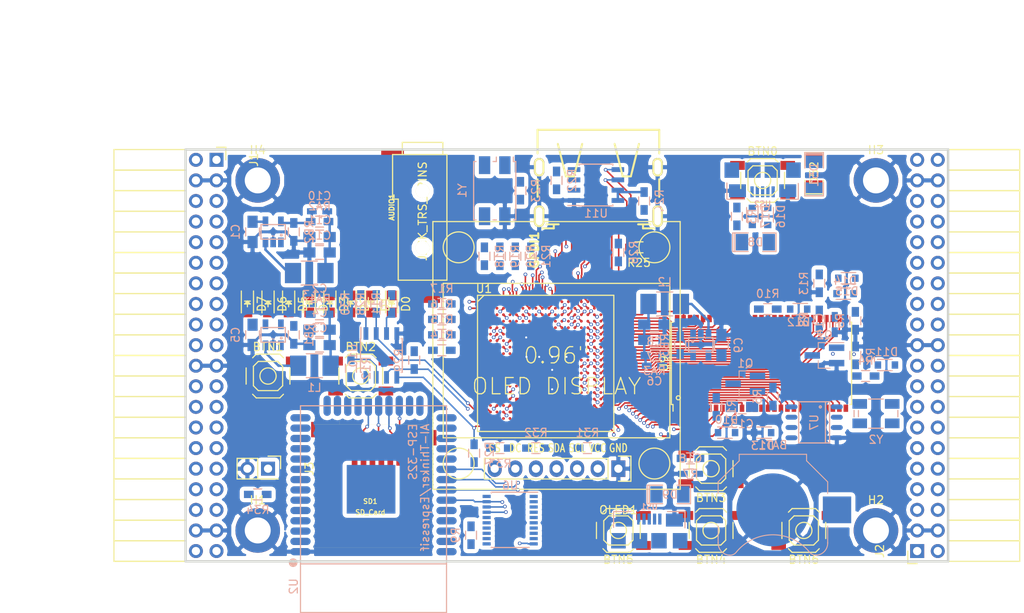
<source format=kicad_pcb>
(kicad_pcb (version 4) (host pcbnew 4.0.5+dfsg1-4)
  (layers (0 F.Cu signal) (1 In1.Cu signal) (2 In2.Cu signal) (31 B.Cu signal) (34 B.Paste user) (35 F.Paste user) (36 B.SilkS user) (37 F.SilkS user) (38 B.Mask user) (39 F.Mask user) (44 Edge.Cuts user))
  (net 0 "")
  (net 1 GND)
  (net 2 +5V)
  (net 3 /gpio/IN5V)
  (net 4 /gpio/OUT5V)
  (net 5 +3V3)
  (net 6 "Net-(L1-Pad1)")
  (net 7 "Net-(L2-Pad1)")
  (net 8 +1V2)
  (net 9 BTN_D)
  (net 10 BTN_F1)
  (net 11 BTN_F2)
  (net 12 BTN_L)
  (net 13 BTN_R)
  (net 14 BTN_U)
  (net 15 /power/FB1)
  (net 16 +2V5)
  (net 17 "Net-(L3-Pad1)")
  (net 18 /power/PWREN)
  (net 19 /power/FB3)
  (net 20 /power/FB2)
  (net 21 "Net-(D9-Pad1)")
  (net 22 /power/VBAT)
  (net 23 JTAG_TDI)
  (net 24 JTAG_TCK)
  (net 25 JTAG_TMS)
  (net 26 JTAG_TDO)
  (net 27 /power/WAKEUPn)
  (net 28 /power/WKUP)
  (net 29 /power/SHUT)
  (net 30 /power/WAKE)
  (net 31 /power/HOLD)
  (net 32 /power/WKn)
  (net 33 /power/OSCI_32k)
  (net 34 /power/OSCO_32k)
  (net 35 FTDI_nSUSPEND)
  (net 36 "Net-(Q2-Pad3)")
  (net 37 SHUTDOWN)
  (net 38 /analog/AUDIO_L)
  (net 39 /analog/AUDIO_R)
  (net 40 GPDI_5V_SCL)
  (net 41 GPDI_5V_SDA)
  (net 42 GPDI_SDA)
  (net 43 GPDI_SCL)
  (net 44 /gpdi/VREF2)
  (net 45 /blinkey/BTNPU)
  (net 46 SD_CMD)
  (net 47 SD_CLK)
  (net 48 SD_D0)
  (net 49 SD_D1)
  (net 50 USB5V)
  (net 51 "Net-(BTN0-Pad1)")
  (net 52 GPDI_CEC)
  (net 53 nRESET)
  (net 54 /usb/FT3V3)
  (net 55 FTDI_nDTR)
  (net 56 SDRAM_CKE)
  (net 57 SDRAM_A7)
  (net 58 SDRAM_D15)
  (net 59 SDRAM_BA1)
  (net 60 SDRAM_D7)
  (net 61 SDRAM_A6)
  (net 62 SDRAM_CLK)
  (net 63 SDRAM_D13)
  (net 64 SDRAM_BA0)
  (net 65 SDRAM_D6)
  (net 66 SDRAM_A5)
  (net 67 SDRAM_D14)
  (net 68 SDRAM_A11)
  (net 69 SDRAM_D12)
  (net 70 SDRAM_D5)
  (net 71 SDRAM_A4)
  (net 72 SDRAM_A10)
  (net 73 SDRAM_D11)
  (net 74 SDRAM_A3)
  (net 75 SDRAM_D4)
  (net 76 SDRAM_D10)
  (net 77 SDRAM_D9)
  (net 78 SDRAM_A9)
  (net 79 SDRAM_D3)
  (net 80 SDRAM_D8)
  (net 81 SDRAM_A8)
  (net 82 SDRAM_A2)
  (net 83 SDRAM_A1)
  (net 84 SDRAM_A0)
  (net 85 SDRAM_D2)
  (net 86 SDRAM_D1)
  (net 87 SDRAM_D0)
  (net 88 SDRAM_DQM0)
  (net 89 SDRAM_nCS)
  (net 90 SDRAM_nRAS)
  (net 91 SDRAM_DQM1)
  (net 92 SDRAM_nCAS)
  (net 93 SDRAM_nWE)
  (net 94 /flash/FLASH_nWP)
  (net 95 /flash/FLASH_nHOLD)
  (net 96 /flash/FLASH_MOSI)
  (net 97 /flash/FLASH_MISO)
  (net 98 /flash/FLASH_SCK)
  (net 99 /flash/FLASH_nCS)
  (net 100 /flash/FPGA_PROGRAMN)
  (net 101 /flash/FPGA_DONE)
  (net 102 /flash/FPGA_INITN)
  (net 103 OLED_RES)
  (net 104 OLED_DC)
  (net 105 OLED_CS)
  (net 106 WIFI_EN)
  (net 107 FTDI_nRTS)
  (net 108 WIFI_GPIO2)
  (net 109 FTDI_TXD)
  (net 110 FTDI_RXD)
  (net 111 WIFI_RXD)
  (net 112 WIFI_GPIO0)
  (net 113 FTDI_nCTS)
  (net 114 WIFI_TXD)
  (net 115 FTDI_nRI)
  (net 116 FTDI_nDCD)
  (net 117 /gpdi/CLK_25MHz)
  (net 118 GPDI_ETH-)
  (net 119 GPDI_ETH+)
  (net 120 GPDI_D2+)
  (net 121 GPDI_D2-)
  (net 122 GPDI_D1+)
  (net 123 GPDI_D1-)
  (net 124 GPDI_D0+)
  (net 125 GPDI_D0-)
  (net 126 GPDI_CLK+)
  (net 127 GPDI_CLK-)
  (net 128 USB_FPGA_D+)
  (net 129 USB_FPGA_D-)
  (net 130 USB_FTDI_D+)
  (net 131 USB_FTDI_D-)
  (net 132 J1_17-)
  (net 133 J1_17+)
  (net 134 J1_23-)
  (net 135 J1_23+)
  (net 136 J1_25-)
  (net 137 J1_25+)
  (net 138 J1_27-)
  (net 139 J1_27+)
  (net 140 J1_29-)
  (net 141 J1_29+)
  (net 142 J1_31-)
  (net 143 J1_31+)
  (net 144 J1_33-)
  (net 145 J1_33+)
  (net 146 J1_35-)
  (net 147 J1_35+)
  (net 148 J2_5-)
  (net 149 J2_5+)
  (net 150 J2_7-)
  (net 151 J2_7+)
  (net 152 J2_9-)
  (net 153 J2_9+)
  (net 154 J2_13-)
  (net 155 J2_13+)
  (net 156 J2_17-)
  (net 157 J2_17+)
  (net 158 J2_11-)
  (net 159 J2_11+)
  (net 160 J2_23-)
  (net 161 J2_23+)
  (net 162 J1_5-)
  (net 163 J1_5+)
  (net 164 J1_7-)
  (net 165 J1_7+)
  (net 166 J1_9-)
  (net 167 J1_9+)
  (net 168 J1_11-)
  (net 169 J1_11+)
  (net 170 J1_13-)
  (net 171 J1_13+)
  (net 172 J1_15-)
  (net 173 J1_15+)
  (net 174 J2_15-)
  (net 175 J2_15+)
  (net 176 J2_25-)
  (net 177 J2_25+)
  (net 178 J2_27-)
  (net 179 J2_27+)
  (net 180 J2_29-)
  (net 181 J2_29+)
  (net 182 J2_31-)
  (net 183 J2_31+)
  (net 184 J2_33-)
  (net 185 J2_33+)
  (net 186 J2_35-)
  (net 187 J2_35+)
  (net 188 SD_D3)
  (net 189 AUDIO_L3)
  (net 190 AUDIO_L2)
  (net 191 AUDIO_L1)
  (net 192 AUDIO_L0)
  (net 193 AUDIO_R3)
  (net 194 AUDIO_R2)
  (net 195 AUDIO_R1)
  (net 196 AUDIO_R0)
  (net 197 FTDI_nDSR)
  (net 198 OLED_CLK)
  (net 199 OLED_MOSI)
  (net 200 WIFI_GPIO15)
  (net 201 LED0)
  (net 202 LED1)
  (net 203 LED2)
  (net 204 LED3)
  (net 205 LED4)
  (net 206 LED5)
  (net 207 LED6)
  (net 208 LED7)
  (net 209 BTN_PWRn)
  (module lfe5bg381:BGA-381_pitch0.8mm_dia0.4mm (layer F.Cu) (at 138.48 87.8)
    (fp_text reference U1 (at -7.6 -9.2) (layer F.SilkS))
    (fp_text value LFE5U-25F-6BG381C)
    (pad A2 smd circle (at -6.8 -7.6) (size 0.35 0.35) (layers F.Cu F.Paste F.Mask) (net 139 J1_27+))
    (pad A3 smd circle (at -6 -7.6) (size 0.35 0.35) (layers F.Cu F.Paste F.Mask) (net 192 AUDIO_L0))
    (pad A4 smd circle (at -5.2 -7.6) (size 0.35 0.35) (layers F.Cu F.Paste F.Mask) (net 137 J1_25+))
    (pad A5 smd circle (at -4.4 -7.6) (size 0.35 0.35) (layers F.Cu F.Paste F.Mask) (net 136 J1_25-))
    (pad A6 smd circle (at -3.6 -7.6) (size 0.35 0.35) (layers F.Cu F.Paste F.Mask) (net 135 J1_23+))
    (pad A7 smd circle (at -2.8 -7.6) (size 0.35 0.35) (layers F.Cu F.Paste F.Mask) (net 173 J1_15+))
    (pad A8 smd circle (at -2 -7.6) (size 0.35 0.35) (layers F.Cu F.Paste F.Mask) (net 172 J1_15-))
    (pad A9 smd circle (at -1.2 -7.6) (size 0.35 0.35) (layers F.Cu F.Paste F.Mask) (net 166 J1_9-))
    (pad A10 smd circle (at -0.4 -7.6) (size 0.35 0.35) (layers F.Cu F.Paste F.Mask) (net 165 J1_7+))
    (pad A11 smd circle (at 0.4 -7.6) (size 0.35 0.35) (layers F.Cu F.Paste F.Mask) (net 164 J1_7-))
    (pad A12 smd circle (at 1.2 -7.6) (size 0.35 0.35) (layers F.Cu F.Paste F.Mask) (net 119 GPDI_ETH+))
    (pad A13 smd circle (at 2 -7.6) (size 0.35 0.35) (layers F.Cu F.Paste F.Mask) (net 118 GPDI_ETH-))
    (pad A14 smd circle (at 2.8 -7.6) (size 0.35 0.35) (layers F.Cu F.Paste F.Mask) (net 120 GPDI_D2+))
    (pad A15 smd circle (at 3.6 -7.6) (size 0.35 0.35) (layers F.Cu F.Paste F.Mask))
    (pad A16 smd circle (at 4.4 -7.6) (size 0.35 0.35) (layers F.Cu F.Paste F.Mask) (net 122 GPDI_D1+))
    (pad A17 smd circle (at 5.2 -7.6) (size 0.35 0.35) (layers F.Cu F.Paste F.Mask) (net 124 GPDI_D0+))
    (pad A18 smd circle (at 6 -7.6) (size 0.35 0.35) (layers F.Cu F.Paste F.Mask) (net 126 GPDI_CLK+))
    (pad A19 smd circle (at 6.8 -7.6) (size 0.35 0.35) (layers F.Cu F.Paste F.Mask) (net 52 GPDI_CEC))
    (pad B1 smd circle (at -7.6 -6.8) (size 0.35 0.35) (layers F.Cu F.Paste F.Mask) (net 138 J1_27-))
    (pad B2 smd circle (at -6.8 -6.8) (size 0.35 0.35) (layers F.Cu F.Paste F.Mask) (net 203 LED2))
    (pad B3 smd circle (at -6 -6.8) (size 0.35 0.35) (layers F.Cu F.Paste F.Mask) (net 193 AUDIO_R3))
    (pad B4 smd circle (at -5.2 -6.8) (size 0.35 0.35) (layers F.Cu F.Paste F.Mask) (net 140 J1_29-))
    (pad B5 smd circle (at -4.4 -6.8) (size 0.35 0.35) (layers F.Cu F.Paste F.Mask) (net 191 AUDIO_L1))
    (pad B6 smd circle (at -3.6 -6.8) (size 0.35 0.35) (layers F.Cu F.Paste F.Mask) (net 134 J1_23-))
    (pad B7 smd circle (at -2.8 -6.8) (size 0.35 0.35) (layers F.Cu F.Paste F.Mask) (net 1 GND))
    (pad B8 smd circle (at -2 -6.8) (size 0.35 0.35) (layers F.Cu F.Paste F.Mask) (net 170 J1_13-))
    (pad B9 smd circle (at -1.2 -6.8) (size 0.35 0.35) (layers F.Cu F.Paste F.Mask) (net 169 J1_11+))
    (pad B10 smd circle (at -0.4 -6.8) (size 0.35 0.35) (layers F.Cu F.Paste F.Mask) (net 167 J1_9+))
    (pad B11 smd circle (at 0.4 -6.8) (size 0.35 0.35) (layers F.Cu F.Paste F.Mask) (net 163 J1_5+))
    (pad B12 smd circle (at 1.2 -6.8) (size 0.35 0.35) (layers F.Cu F.Paste F.Mask) (net 117 /gpdi/CLK_25MHz))
    (pad B13 smd circle (at 2 -6.8) (size 0.35 0.35) (layers F.Cu F.Paste F.Mask) (net 187 J2_35+))
    (pad B14 smd circle (at 2.8 -6.8) (size 0.35 0.35) (layers F.Cu F.Paste F.Mask) (net 1 GND))
    (pad B15 smd circle (at 3.6 -6.8) (size 0.35 0.35) (layers F.Cu F.Paste F.Mask) (net 183 J2_31+))
    (pad B16 smd circle (at 4.4 -6.8) (size 0.35 0.35) (layers F.Cu F.Paste F.Mask) (net 123 GPDI_D1-))
    (pad B17 smd circle (at 5.2 -6.8) (size 0.35 0.35) (layers F.Cu F.Paste F.Mask) (net 179 J2_27+))
    (pad B18 smd circle (at 6 -6.8) (size 0.35 0.35) (layers F.Cu F.Paste F.Mask) (net 125 GPDI_D0-))
    (pad B19 smd circle (at 6.8 -6.8) (size 0.35 0.35) (layers F.Cu F.Paste F.Mask) (net 127 GPDI_CLK-))
    (pad B20 smd circle (at 7.6 -6.8) (size 0.35 0.35) (layers F.Cu F.Paste F.Mask) (net 43 GPDI_SCL))
    (pad C1 smd circle (at -7.6 -6) (size 0.35 0.35) (layers F.Cu F.Paste F.Mask) (net 207 LED6))
    (pad C2 smd circle (at -6.8 -6) (size 0.35 0.35) (layers F.Cu F.Paste F.Mask) (net 204 LED3))
    (pad C3 smd circle (at -6 -6) (size 0.35 0.35) (layers F.Cu F.Paste F.Mask) (net 190 AUDIO_L2))
    (pad C4 smd circle (at -5.2 -6) (size 0.35 0.35) (layers F.Cu F.Paste F.Mask) (net 141 J1_29+))
    (pad C5 smd circle (at -4.4 -6) (size 0.35 0.35) (layers F.Cu F.Paste F.Mask) (net 195 AUDIO_R1))
    (pad C6 smd circle (at -3.6 -6) (size 0.35 0.35) (layers F.Cu F.Paste F.Mask) (net 133 J1_17+))
    (pad C7 smd circle (at -2.8 -6) (size 0.35 0.35) (layers F.Cu F.Paste F.Mask) (net 132 J1_17-))
    (pad C8 smd circle (at -2 -6) (size 0.35 0.35) (layers F.Cu F.Paste F.Mask) (net 171 J1_13+))
    (pad C9 smd circle (at -1.2 -6) (size 0.35 0.35) (layers F.Cu F.Paste F.Mask))
    (pad C10 smd circle (at -0.4 -6) (size 0.35 0.35) (layers F.Cu F.Paste F.Mask) (net 168 J1_11-))
    (pad C11 smd circle (at 0.4 -6) (size 0.35 0.35) (layers F.Cu F.Paste F.Mask) (net 162 J1_5-))
    (pad C12 smd circle (at 1.2 -6) (size 0.35 0.35) (layers F.Cu F.Paste F.Mask) (net 42 GPDI_SDA))
    (pad C13 smd circle (at 2 -6) (size 0.35 0.35) (layers F.Cu F.Paste F.Mask) (net 186 J2_35-))
    (pad C14 smd circle (at 2.8 -6) (size 0.35 0.35) (layers F.Cu F.Paste F.Mask) (net 121 GPDI_D2-))
    (pad C15 smd circle (at 3.6 -6) (size 0.35 0.35) (layers F.Cu F.Paste F.Mask) (net 182 J2_31-))
    (pad C16 smd circle (at 4.4 -6) (size 0.35 0.35) (layers F.Cu F.Paste F.Mask) (net 181 J2_29+))
    (pad C17 smd circle (at 5.2 -6) (size 0.35 0.35) (layers F.Cu F.Paste F.Mask) (net 178 J2_27-))
    (pad C18 smd circle (at 6 -6) (size 0.35 0.35) (layers F.Cu F.Paste F.Mask) (net 161 J2_23+))
    (pad C19 smd circle (at 6.8 -6) (size 0.35 0.35) (layers F.Cu F.Paste F.Mask) (net 1 GND))
    (pad C20 smd circle (at 7.6 -6) (size 0.35 0.35) (layers F.Cu F.Paste F.Mask) (net 58 SDRAM_D15))
    (pad D1 smd circle (at -7.6 -5.2) (size 0.35 0.35) (layers F.Cu F.Paste F.Mask) (net 208 LED7))
    (pad D2 smd circle (at -6.8 -5.2) (size 0.35 0.35) (layers F.Cu F.Paste F.Mask) (net 205 LED4))
    (pad D3 smd circle (at -6 -5.2) (size 0.35 0.35) (layers F.Cu F.Paste F.Mask) (net 194 AUDIO_R2))
    (pad D4 smd circle (at -5.2 -5.2) (size 0.35 0.35) (layers F.Cu F.Paste F.Mask) (net 1 GND))
    (pad D5 smd circle (at -4.4 -5.2) (size 0.35 0.35) (layers F.Cu F.Paste F.Mask) (net 202 LED1))
    (pad D6 smd circle (at -3.6 -5.2) (size 0.35 0.35) (layers F.Cu F.Paste F.Mask) (net 209 BTN_PWRn))
    (pad D7 smd circle (at -2.8 -5.2) (size 0.35 0.35) (layers F.Cu F.Paste F.Mask))
    (pad D8 smd circle (at -2 -5.2) (size 0.35 0.35) (layers F.Cu F.Paste F.Mask))
    (pad D9 smd circle (at -1.2 -5.2) (size 0.35 0.35) (layers F.Cu F.Paste F.Mask))
    (pad D10 smd circle (at -0.4 -5.2) (size 0.35 0.35) (layers F.Cu F.Paste F.Mask))
    (pad D11 smd circle (at 0.4 -5.2) (size 0.35 0.35) (layers F.Cu F.Paste F.Mask) (net 14 BTN_U))
    (pad D12 smd circle (at 1.2 -5.2) (size 0.35 0.35) (layers F.Cu F.Paste F.Mask))
    (pad D13 smd circle (at 2 -5.2) (size 0.35 0.35) (layers F.Cu F.Paste F.Mask) (net 185 J2_33+))
    (pad D14 smd circle (at 2.8 -5.2) (size 0.35 0.35) (layers F.Cu F.Paste F.Mask))
    (pad D15 smd circle (at 3.6 -5.2) (size 0.35 0.35) (layers F.Cu F.Paste F.Mask) (net 177 J2_25+))
    (pad D16 smd circle (at 4.4 -5.2) (size 0.35 0.35) (layers F.Cu F.Paste F.Mask) (net 180 J2_29-))
    (pad D17 smd circle (at 5.2 -5.2) (size 0.35 0.35) (layers F.Cu F.Paste F.Mask) (net 160 J2_23-))
    (pad D18 smd circle (at 6 -5.2) (size 0.35 0.35) (layers F.Cu F.Paste F.Mask) (net 157 J2_17+))
    (pad D19 smd circle (at 6.8 -5.2) (size 0.35 0.35) (layers F.Cu F.Paste F.Mask) (net 67 SDRAM_D14))
    (pad D20 smd circle (at 7.6 -5.2) (size 0.35 0.35) (layers F.Cu F.Paste F.Mask) (net 63 SDRAM_D13))
    (pad E1 smd circle (at -7.6 -4.4) (size 0.35 0.35) (layers F.Cu F.Paste F.Mask) (net 206 LED5))
    (pad E2 smd circle (at -6.8 -4.4) (size 0.35 0.35) (layers F.Cu F.Paste F.Mask))
    (pad E3 smd circle (at -6 -4.4) (size 0.35 0.35) (layers F.Cu F.Paste F.Mask) (net 142 J1_31-))
    (pad E4 smd circle (at -5.2 -4.4) (size 0.35 0.35) (layers F.Cu F.Paste F.Mask) (net 201 LED0))
    (pad E5 smd circle (at -4.4 -4.4) (size 0.35 0.35) (layers F.Cu F.Paste F.Mask) (net 189 AUDIO_L3))
    (pad E6 smd circle (at -3.6 -4.4) (size 0.35 0.35) (layers F.Cu F.Paste F.Mask))
    (pad E7 smd circle (at -2.8 -4.4) (size 0.35 0.35) (layers F.Cu F.Paste F.Mask))
    (pad E8 smd circle (at -2 -4.4) (size 0.35 0.35) (layers F.Cu F.Paste F.Mask))
    (pad E9 smd circle (at -1.2 -4.4) (size 0.35 0.35) (layers F.Cu F.Paste F.Mask))
    (pad E10 smd circle (at -0.4 -4.4) (size 0.35 0.35) (layers F.Cu F.Paste F.Mask))
    (pad E11 smd circle (at 0.4 -4.4) (size 0.35 0.35) (layers F.Cu F.Paste F.Mask))
    (pad E12 smd circle (at 1.2 -4.4) (size 0.35 0.35) (layers F.Cu F.Paste F.Mask))
    (pad E13 smd circle (at 2 -4.4) (size 0.35 0.35) (layers F.Cu F.Paste F.Mask) (net 184 J2_33-))
    (pad E14 smd circle (at 2.8 -4.4) (size 0.35 0.35) (layers F.Cu F.Paste F.Mask))
    (pad E15 smd circle (at 3.6 -4.4) (size 0.35 0.35) (layers F.Cu F.Paste F.Mask) (net 176 J2_25-))
    (pad E16 smd circle (at 4.4 -4.4) (size 0.35 0.35) (layers F.Cu F.Paste F.Mask))
    (pad E17 smd circle (at 5.2 -4.4) (size 0.35 0.35) (layers F.Cu F.Paste F.Mask) (net 156 J2_17-))
    (pad E18 smd circle (at 6 -4.4) (size 0.35 0.35) (layers F.Cu F.Paste F.Mask) (net 75 SDRAM_D4))
    (pad E19 smd circle (at 6.8 -4.4) (size 0.35 0.35) (layers F.Cu F.Paste F.Mask) (net 69 SDRAM_D12))
    (pad E20 smd circle (at 7.6 -4.4) (size 0.35 0.35) (layers F.Cu F.Paste F.Mask) (net 73 SDRAM_D11))
    (pad F1 smd circle (at -7.6 -3.6) (size 0.35 0.35) (layers F.Cu F.Paste F.Mask) (net 110 FTDI_RXD))
    (pad F2 smd circle (at -6.8 -3.6) (size 0.35 0.35) (layers F.Cu F.Paste F.Mask))
    (pad F3 smd circle (at -6 -3.6) (size 0.35 0.35) (layers F.Cu F.Paste F.Mask) (net 144 J1_33-))
    (pad F4 smd circle (at -5.2 -3.6) (size 0.35 0.35) (layers F.Cu F.Paste F.Mask) (net 143 J1_31+))
    (pad F5 smd circle (at -4.4 -3.6) (size 0.35 0.35) (layers F.Cu F.Paste F.Mask) (net 196 AUDIO_R0))
    (pad F6 smd circle (at -3.6 -3.6) (size 0.35 0.35) (layers F.Cu F.Paste F.Mask) (net 16 +2V5))
    (pad F7 smd circle (at -2.8 -3.6) (size 0.35 0.35) (layers F.Cu F.Paste F.Mask) (net 1 GND))
    (pad F8 smd circle (at -2 -3.6) (size 0.35 0.35) (layers F.Cu F.Paste F.Mask) (net 1 GND))
    (pad F9 smd circle (at -1.2 -3.6) (size 0.35 0.35) (layers F.Cu F.Paste F.Mask) (net 5 +3V3))
    (pad F10 smd circle (at -0.4 -3.6) (size 0.35 0.35) (layers F.Cu F.Paste F.Mask) (net 5 +3V3))
    (pad F11 smd circle (at 0.4 -3.6) (size 0.35 0.35) (layers F.Cu F.Paste F.Mask) (net 5 +3V3))
    (pad F12 smd circle (at 1.2 -3.6) (size 0.35 0.35) (layers F.Cu F.Paste F.Mask) (net 5 +3V3))
    (pad F13 smd circle (at 2 -3.6) (size 0.35 0.35) (layers F.Cu F.Paste F.Mask) (net 1 GND))
    (pad F14 smd circle (at 2.8 -3.6) (size 0.35 0.35) (layers F.Cu F.Paste F.Mask) (net 1 GND))
    (pad F15 smd circle (at 3.6 -3.6) (size 0.35 0.35) (layers F.Cu F.Paste F.Mask) (net 16 +2V5))
    (pad F16 smd circle (at 4.4 -3.6) (size 0.35 0.35) (layers F.Cu F.Paste F.Mask))
    (pad F17 smd circle (at 5.2 -3.6) (size 0.35 0.35) (layers F.Cu F.Paste F.Mask) (net 175 J2_15+))
    (pad F18 smd circle (at 6 -3.6) (size 0.35 0.35) (layers F.Cu F.Paste F.Mask) (net 70 SDRAM_D5))
    (pad F19 smd circle (at 6.8 -3.6) (size 0.35 0.35) (layers F.Cu F.Paste F.Mask) (net 76 SDRAM_D10))
    (pad F20 smd circle (at 7.6 -3.6) (size 0.35 0.35) (layers F.Cu F.Paste F.Mask) (net 77 SDRAM_D9))
    (pad G1 smd circle (at -7.6 -2.8) (size 0.35 0.35) (layers F.Cu F.Paste F.Mask) (net 109 FTDI_TXD))
    (pad G2 smd circle (at -6.8 -2.8) (size 0.35 0.35) (layers F.Cu F.Paste F.Mask) (net 111 WIFI_RXD))
    (pad G3 smd circle (at -6 -2.8) (size 0.35 0.35) (layers F.Cu F.Paste F.Mask) (net 145 J1_33+))
    (pad G4 smd circle (at -5.2 -2.8) (size 0.35 0.35) (layers F.Cu F.Paste F.Mask) (net 1 GND))
    (pad G5 smd circle (at -4.4 -2.8) (size 0.35 0.35) (layers F.Cu F.Paste F.Mask) (net 146 J1_35-))
    (pad G6 smd circle (at -3.6 -2.8) (size 0.35 0.35) (layers F.Cu F.Paste F.Mask) (net 1 GND))
    (pad G7 smd circle (at -2.8 -2.8) (size 0.35 0.35) (layers F.Cu F.Paste F.Mask) (net 1 GND))
    (pad G8 smd circle (at -2 -2.8) (size 0.35 0.35) (layers F.Cu F.Paste F.Mask) (net 1 GND))
    (pad G9 smd circle (at -1.2 -2.8) (size 0.35 0.35) (layers F.Cu F.Paste F.Mask) (net 1 GND))
    (pad G10 smd circle (at -0.4 -2.8) (size 0.35 0.35) (layers F.Cu F.Paste F.Mask) (net 1 GND))
    (pad G11 smd circle (at 0.4 -2.8) (size 0.35 0.35) (layers F.Cu F.Paste F.Mask) (net 1 GND))
    (pad G12 smd circle (at 1.2 -2.8) (size 0.35 0.35) (layers F.Cu F.Paste F.Mask) (net 1 GND))
    (pad G13 smd circle (at 2 -2.8) (size 0.35 0.35) (layers F.Cu F.Paste F.Mask) (net 1 GND))
    (pad G14 smd circle (at 2.8 -2.8) (size 0.35 0.35) (layers F.Cu F.Paste F.Mask) (net 1 GND))
    (pad G15 smd circle (at 3.6 -2.8) (size 0.35 0.35) (layers F.Cu F.Paste F.Mask) (net 1 GND))
    (pad G16 smd circle (at 4.4 -2.8) (size 0.35 0.35) (layers F.Cu F.Paste F.Mask))
    (pad G17 smd circle (at 5.2 -2.8) (size 0.35 0.35) (layers F.Cu F.Paste F.Mask) (net 1 GND))
    (pad G18 smd circle (at 6 -2.8) (size 0.35 0.35) (layers F.Cu F.Paste F.Mask) (net 174 J2_15-))
    (pad G19 smd circle (at 6.8 -2.8) (size 0.35 0.35) (layers F.Cu F.Paste F.Mask) (net 80 SDRAM_D8))
    (pad G20 smd circle (at 7.6 -2.8) (size 0.35 0.35) (layers F.Cu F.Paste F.Mask) (net 91 SDRAM_DQM1))
    (pad H1 smd circle (at -7.6 -2) (size 0.35 0.35) (layers F.Cu F.Paste F.Mask) (net 200 WIFI_GPIO15))
    (pad H2 smd circle (at -6.8 -2) (size 0.35 0.35) (layers F.Cu F.Paste F.Mask) (net 114 WIFI_TXD))
    (pad H3 smd circle (at -6 -2) (size 0.35 0.35) (layers F.Cu F.Paste F.Mask))
    (pad H4 smd circle (at -5.2 -2) (size 0.35 0.35) (layers F.Cu F.Paste F.Mask) (net 147 J1_35+))
    (pad H5 smd circle (at -4.4 -2) (size 0.35 0.35) (layers F.Cu F.Paste F.Mask))
    (pad H6 smd circle (at -3.6 -2) (size 0.35 0.35) (layers F.Cu F.Paste F.Mask) (net 5 +3V3))
    (pad H7 smd circle (at -2.8 -2) (size 0.35 0.35) (layers F.Cu F.Paste F.Mask) (net 5 +3V3))
    (pad H8 smd circle (at -2 -2) (size 0.35 0.35) (layers F.Cu F.Paste F.Mask) (net 8 +1V2))
    (pad H9 smd circle (at -1.2 -2) (size 0.35 0.35) (layers F.Cu F.Paste F.Mask) (net 8 +1V2))
    (pad H10 smd circle (at -0.4 -2) (size 0.35 0.35) (layers F.Cu F.Paste F.Mask) (net 8 +1V2))
    (pad H11 smd circle (at 0.4 -2) (size 0.35 0.35) (layers F.Cu F.Paste F.Mask) (net 8 +1V2))
    (pad H12 smd circle (at 1.2 -2) (size 0.35 0.35) (layers F.Cu F.Paste F.Mask) (net 8 +1V2))
    (pad H13 smd circle (at 2 -2) (size 0.35 0.35) (layers F.Cu F.Paste F.Mask) (net 8 +1V2))
    (pad H14 smd circle (at 2.8 -2) (size 0.35 0.35) (layers F.Cu F.Paste F.Mask) (net 5 +3V3))
    (pad H15 smd circle (at 3.6 -2) (size 0.35 0.35) (layers F.Cu F.Paste F.Mask) (net 5 +3V3))
    (pad H16 smd circle (at 4.4 -2) (size 0.35 0.35) (layers F.Cu F.Paste F.Mask))
    (pad H17 smd circle (at 5.2 -2) (size 0.35 0.35) (layers F.Cu F.Paste F.Mask) (net 154 J2_13-))
    (pad H18 smd circle (at 6 -2) (size 0.35 0.35) (layers F.Cu F.Paste F.Mask) (net 155 J2_13+))
    (pad H19 smd circle (at 6.8 -2) (size 0.35 0.35) (layers F.Cu F.Paste F.Mask) (net 1 GND))
    (pad H20 smd circle (at 7.6 -2) (size 0.35 0.35) (layers F.Cu F.Paste F.Mask) (net 62 SDRAM_CLK))
    (pad J1 smd circle (at -7.6 -1.2) (size 0.35 0.35) (layers F.Cu F.Paste F.Mask) (net 198 OLED_CLK))
    (pad J2 smd circle (at -6.8 -1.2) (size 0.35 0.35) (layers F.Cu F.Paste F.Mask) (net 1 GND))
    (pad J3 smd circle (at -6 -1.2) (size 0.35 0.35) (layers F.Cu F.Paste F.Mask) (net 112 WIFI_GPIO0))
    (pad J4 smd circle (at -5.2 -1.2) (size 0.35 0.35) (layers F.Cu F.Paste F.Mask) (net 108 WIFI_GPIO2))
    (pad J5 smd circle (at -4.4 -1.2) (size 0.35 0.35) (layers F.Cu F.Paste F.Mask) (net 113 FTDI_nCTS))
    (pad J6 smd circle (at -3.6 -1.2) (size 0.35 0.35) (layers F.Cu F.Paste F.Mask) (net 5 +3V3))
    (pad J7 smd circle (at -2.8 -1.2) (size 0.35 0.35) (layers F.Cu F.Paste F.Mask) (net 1 GND))
    (pad J8 smd circle (at -2 -1.2) (size 0.35 0.35) (layers F.Cu F.Paste F.Mask) (net 8 +1V2))
    (pad J9 smd circle (at -1.2 -1.2) (size 0.35 0.35) (layers F.Cu F.Paste F.Mask) (net 1 GND))
    (pad J10 smd circle (at -0.4 -1.2) (size 0.35 0.35) (layers F.Cu F.Paste F.Mask) (net 1 GND))
    (pad J11 smd circle (at 0.4 -1.2) (size 0.35 0.35) (layers F.Cu F.Paste F.Mask) (net 1 GND))
    (pad J12 smd circle (at 1.2 -1.2) (size 0.35 0.35) (layers F.Cu F.Paste F.Mask) (net 1 GND))
    (pad J13 smd circle (at 2 -1.2) (size 0.35 0.35) (layers F.Cu F.Paste F.Mask) (net 8 +1V2))
    (pad J14 smd circle (at 2.8 -1.2) (size 0.35 0.35) (layers F.Cu F.Paste F.Mask) (net 1 GND))
    (pad J15 smd circle (at 3.6 -1.2) (size 0.35 0.35) (layers F.Cu F.Paste F.Mask) (net 5 +3V3))
    (pad J16 smd circle (at 4.4 -1.2) (size 0.35 0.35) (layers F.Cu F.Paste F.Mask))
    (pad J17 smd circle (at 5.2 -1.2) (size 0.35 0.35) (layers F.Cu F.Paste F.Mask))
    (pad J18 smd circle (at 6 -1.2) (size 0.35 0.35) (layers F.Cu F.Paste F.Mask) (net 79 SDRAM_D3))
    (pad J19 smd circle (at 6.8 -1.2) (size 0.35 0.35) (layers F.Cu F.Paste F.Mask) (net 56 SDRAM_CKE))
    (pad J20 smd circle (at 7.6 -1.2) (size 0.35 0.35) (layers F.Cu F.Paste F.Mask) (net 68 SDRAM_A11))
    (pad K1 smd circle (at -7.6 -0.4) (size 0.35 0.35) (layers F.Cu F.Paste F.Mask) (net 55 FTDI_nDTR))
    (pad K2 smd circle (at -6.8 -0.4) (size 0.35 0.35) (layers F.Cu F.Paste F.Mask) (net 199 OLED_MOSI))
    (pad K3 smd circle (at -6 -0.4) (size 0.35 0.35) (layers F.Cu F.Paste F.Mask) (net 107 FTDI_nRTS))
    (pad K4 smd circle (at -5.2 -0.4) (size 0.35 0.35) (layers F.Cu F.Paste F.Mask) (net 103 OLED_RES))
    (pad K5 smd circle (at -4.4 -0.4) (size 0.35 0.35) (layers F.Cu F.Paste F.Mask) (net 104 OLED_DC))
    (pad K6 smd circle (at -3.6 -0.4) (size 0.35 0.35) (layers F.Cu F.Paste F.Mask) (net 1 GND))
    (pad K7 smd circle (at -2.8 -0.4) (size 0.35 0.35) (layers F.Cu F.Paste F.Mask) (net 1 GND))
    (pad K8 smd circle (at -2 -0.4) (size 0.35 0.35) (layers F.Cu F.Paste F.Mask) (net 8 +1V2))
    (pad K9 smd circle (at -1.2 -0.4) (size 0.35 0.35) (layers F.Cu F.Paste F.Mask) (net 1 GND))
    (pad K10 smd circle (at -0.4 -0.4) (size 0.35 0.35) (layers F.Cu F.Paste F.Mask) (net 1 GND))
    (pad K11 smd circle (at 0.4 -0.4) (size 0.35 0.35) (layers F.Cu F.Paste F.Mask) (net 1 GND))
    (pad K12 smd circle (at 1.2 -0.4) (size 0.35 0.35) (layers F.Cu F.Paste F.Mask) (net 1 GND))
    (pad K13 smd circle (at 2 -0.4) (size 0.35 0.35) (layers F.Cu F.Paste F.Mask) (net 8 +1V2))
    (pad K14 smd circle (at 2.8 -0.4) (size 0.35 0.35) (layers F.Cu F.Paste F.Mask) (net 1 GND))
    (pad K15 smd circle (at 3.6 -0.4) (size 0.35 0.35) (layers F.Cu F.Paste F.Mask) (net 1 GND))
    (pad K16 smd circle (at 4.4 -0.4) (size 0.35 0.35) (layers F.Cu F.Paste F.Mask))
    (pad K17 smd circle (at 5.2 -0.4) (size 0.35 0.35) (layers F.Cu F.Paste F.Mask))
    (pad K18 smd circle (at 6 -0.4) (size 0.35 0.35) (layers F.Cu F.Paste F.Mask) (net 85 SDRAM_D2))
    (pad K19 smd circle (at 6.8 -0.4) (size 0.35 0.35) (layers F.Cu F.Paste F.Mask) (net 78 SDRAM_A9))
    (pad K20 smd circle (at 7.6 -0.4) (size 0.35 0.35) (layers F.Cu F.Paste F.Mask) (net 81 SDRAM_A8))
    (pad L1 smd circle (at -7.6 0.4) (size 0.35 0.35) (layers F.Cu F.Paste F.Mask) (net 48 SD_D0))
    (pad L2 smd circle (at -6.8 0.4) (size 0.35 0.35) (layers F.Cu F.Paste F.Mask) (net 116 FTDI_nDCD))
    (pad L3 smd circle (at -6 0.4) (size 0.35 0.35) (layers F.Cu F.Paste F.Mask))
    (pad L4 smd circle (at -5.2 0.4) (size 0.35 0.35) (layers F.Cu F.Paste F.Mask) (net 106 WIFI_EN))
    (pad L5 smd circle (at -4.4 0.4) (size 0.35 0.35) (layers F.Cu F.Paste F.Mask) (net 197 FTDI_nDSR))
    (pad L6 smd circle (at -3.6 0.4) (size 0.35 0.35) (layers F.Cu F.Paste F.Mask) (net 5 +3V3))
    (pad L7 smd circle (at -2.8 0.4) (size 0.35 0.35) (layers F.Cu F.Paste F.Mask) (net 5 +3V3))
    (pad L8 smd circle (at -2 0.4) (size 0.35 0.35) (layers F.Cu F.Paste F.Mask) (net 8 +1V2))
    (pad L9 smd circle (at -1.2 0.4) (size 0.35 0.35) (layers F.Cu F.Paste F.Mask) (net 1 GND))
    (pad L10 smd circle (at -0.4 0.4) (size 0.35 0.35) (layers F.Cu F.Paste F.Mask) (net 1 GND))
    (pad L11 smd circle (at 0.4 0.4) (size 0.35 0.35) (layers F.Cu F.Paste F.Mask) (net 1 GND))
    (pad L12 smd circle (at 1.2 0.4) (size 0.35 0.35) (layers F.Cu F.Paste F.Mask) (net 1 GND))
    (pad L13 smd circle (at 2 0.4) (size 0.35 0.35) (layers F.Cu F.Paste F.Mask) (net 8 +1V2))
    (pad L14 smd circle (at 2.8 0.4) (size 0.35 0.35) (layers F.Cu F.Paste F.Mask) (net 5 +3V3))
    (pad L15 smd circle (at 3.6 0.4) (size 0.35 0.35) (layers F.Cu F.Paste F.Mask) (net 5 +3V3))
    (pad L16 smd circle (at 4.4 0.4) (size 0.35 0.35) (layers F.Cu F.Paste F.Mask) (net 159 J2_11+))
    (pad L17 smd circle (at 5.2 0.4) (size 0.35 0.35) (layers F.Cu F.Paste F.Mask) (net 158 J2_11-))
    (pad L18 smd circle (at 6 0.4) (size 0.35 0.35) (layers F.Cu F.Paste F.Mask) (net 86 SDRAM_D1))
    (pad L19 smd circle (at 6.8 0.4) (size 0.35 0.35) (layers F.Cu F.Paste F.Mask) (net 57 SDRAM_A7))
    (pad L20 smd circle (at 7.6 0.4) (size 0.35 0.35) (layers F.Cu F.Paste F.Mask) (net 61 SDRAM_A6))
    (pad M1 smd circle (at -7.6 1.2) (size 0.35 0.35) (layers F.Cu F.Paste F.Mask) (net 46 SD_CMD))
    (pad M2 smd circle (at -6.8 1.2) (size 0.35 0.35) (layers F.Cu F.Paste F.Mask) (net 1 GND))
    (pad M3 smd circle (at -6 1.2) (size 0.35 0.35) (layers F.Cu F.Paste F.Mask) (net 129 USB_FPGA_D-))
    (pad M4 smd circle (at -5.2 1.2) (size 0.35 0.35) (layers F.Cu F.Paste F.Mask))
    (pad M5 smd circle (at -4.4 1.2) (size 0.35 0.35) (layers F.Cu F.Paste F.Mask))
    (pad M6 smd circle (at -3.6 1.2) (size 0.35 0.35) (layers F.Cu F.Paste F.Mask) (net 5 +3V3))
    (pad M7 smd circle (at -2.8 1.2) (size 0.35 0.35) (layers F.Cu F.Paste F.Mask) (net 1 GND))
    (pad M8 smd circle (at -2 1.2) (size 0.35 0.35) (layers F.Cu F.Paste F.Mask) (net 8 +1V2))
    (pad M9 smd circle (at -1.2 1.2) (size 0.35 0.35) (layers F.Cu F.Paste F.Mask) (net 1 GND))
    (pad M10 smd circle (at -0.4 1.2) (size 0.35 0.35) (layers F.Cu F.Paste F.Mask) (net 1 GND))
    (pad M11 smd circle (at 0.4 1.2) (size 0.35 0.35) (layers F.Cu F.Paste F.Mask) (net 1 GND))
    (pad M12 smd circle (at 1.2 1.2) (size 0.35 0.35) (layers F.Cu F.Paste F.Mask) (net 1 GND))
    (pad M13 smd circle (at 2 1.2) (size 0.35 0.35) (layers F.Cu F.Paste F.Mask) (net 8 +1V2))
    (pad M14 smd circle (at 2.8 1.2) (size 0.35 0.35) (layers F.Cu F.Paste F.Mask) (net 1 GND))
    (pad M15 smd circle (at 3.6 1.2) (size 0.35 0.35) (layers F.Cu F.Paste F.Mask) (net 5 +3V3))
    (pad M16 smd circle (at 4.4 1.2) (size 0.35 0.35) (layers F.Cu F.Paste F.Mask) (net 1 GND))
    (pad M17 smd circle (at 5.2 1.2) (size 0.35 0.35) (layers F.Cu F.Paste F.Mask) (net 152 J2_9-))
    (pad M18 smd circle (at 6 1.2) (size 0.35 0.35) (layers F.Cu F.Paste F.Mask) (net 87 SDRAM_D0))
    (pad M19 smd circle (at 6.8 1.2) (size 0.35 0.35) (layers F.Cu F.Paste F.Mask) (net 66 SDRAM_A5))
    (pad M20 smd circle (at 7.6 1.2) (size 0.35 0.35) (layers F.Cu F.Paste F.Mask) (net 71 SDRAM_A4))
    (pad N1 smd circle (at -7.6 2) (size 0.35 0.35) (layers F.Cu F.Paste F.Mask) (net 47 SD_CLK))
    (pad N2 smd circle (at -6.8 2) (size 0.35 0.35) (layers F.Cu F.Paste F.Mask) (net 49 SD_D1))
    (pad N3 smd circle (at -6 2) (size 0.35 0.35) (layers F.Cu F.Paste F.Mask) (net 128 USB_FPGA_D+))
    (pad N4 smd circle (at -5.2 2) (size 0.35 0.35) (layers F.Cu F.Paste F.Mask) (net 105 OLED_CS))
    (pad N5 smd circle (at -4.4 2) (size 0.35 0.35) (layers F.Cu F.Paste F.Mask))
    (pad N6 smd circle (at -3.6 2) (size 0.35 0.35) (layers F.Cu F.Paste F.Mask) (net 1 GND))
    (pad N7 smd circle (at -2.8 2) (size 0.35 0.35) (layers F.Cu F.Paste F.Mask) (net 1 GND))
    (pad N8 smd circle (at -2 2) (size 0.35 0.35) (layers F.Cu F.Paste F.Mask) (net 8 +1V2))
    (pad N9 smd circle (at -1.2 2) (size 0.35 0.35) (layers F.Cu F.Paste F.Mask) (net 8 +1V2))
    (pad N10 smd circle (at -0.4 2) (size 0.35 0.35) (layers F.Cu F.Paste F.Mask) (net 8 +1V2))
    (pad N11 smd circle (at 0.4 2) (size 0.35 0.35) (layers F.Cu F.Paste F.Mask) (net 8 +1V2))
    (pad N12 smd circle (at 1.2 2) (size 0.35 0.35) (layers F.Cu F.Paste F.Mask) (net 8 +1V2))
    (pad N13 smd circle (at 2 2) (size 0.35 0.35) (layers F.Cu F.Paste F.Mask) (net 8 +1V2))
    (pad N14 smd circle (at 2.8 2) (size 0.35 0.35) (layers F.Cu F.Paste F.Mask) (net 1 GND))
    (pad N15 smd circle (at 3.6 2) (size 0.35 0.35) (layers F.Cu F.Paste F.Mask) (net 1 GND))
    (pad N16 smd circle (at 4.4 2) (size 0.35 0.35) (layers F.Cu F.Paste F.Mask) (net 153 J2_9+))
    (pad N17 smd circle (at 5.2 2) (size 0.35 0.35) (layers F.Cu F.Paste F.Mask) (net 151 J2_7+))
    (pad N18 smd circle (at 6 2) (size 0.35 0.35) (layers F.Cu F.Paste F.Mask) (net 65 SDRAM_D6))
    (pad N19 smd circle (at 6.8 2) (size 0.35 0.35) (layers F.Cu F.Paste F.Mask) (net 74 SDRAM_A3))
    (pad N20 smd circle (at 7.6 2) (size 0.35 0.35) (layers F.Cu F.Paste F.Mask) (net 82 SDRAM_A2))
    (pad P1 smd circle (at -7.6 2.8) (size 0.35 0.35) (layers F.Cu F.Paste F.Mask) (net 188 SD_D3))
    (pad P2 smd circle (at -6.8 2.8) (size 0.35 0.35) (layers F.Cu F.Paste F.Mask))
    (pad P3 smd circle (at -6 2.8) (size 0.35 0.35) (layers F.Cu F.Paste F.Mask))
    (pad P4 smd circle (at -5.2 2.8) (size 0.35 0.35) (layers F.Cu F.Paste F.Mask))
    (pad P5 smd circle (at -4.4 2.8) (size 0.35 0.35) (layers F.Cu F.Paste F.Mask) (net 115 FTDI_nRI))
    (pad P6 smd circle (at -3.6 2.8) (size 0.35 0.35) (layers F.Cu F.Paste F.Mask) (net 16 +2V5))
    (pad P7 smd circle (at -2.8 2.8) (size 0.35 0.35) (layers F.Cu F.Paste F.Mask) (net 1 GND))
    (pad P8 smd circle (at -2 2.8) (size 0.35 0.35) (layers F.Cu F.Paste F.Mask) (net 1 GND))
    (pad P9 smd circle (at -1.2 2.8) (size 0.35 0.35) (layers F.Cu F.Paste F.Mask) (net 5 +3V3))
    (pad P10 smd circle (at -0.4 2.8) (size 0.35 0.35) (layers F.Cu F.Paste F.Mask) (net 5 +3V3))
    (pad P11 smd circle (at 0.4 2.8) (size 0.35 0.35) (layers F.Cu F.Paste F.Mask) (net 1 GND))
    (pad P12 smd circle (at 1.2 2.8) (size 0.35 0.35) (layers F.Cu F.Paste F.Mask) (net 1 GND))
    (pad P13 smd circle (at 2 2.8) (size 0.35 0.35) (layers F.Cu F.Paste F.Mask) (net 1 GND))
    (pad P14 smd circle (at 2.8 2.8) (size 0.35 0.35) (layers F.Cu F.Paste F.Mask) (net 1 GND))
    (pad P15 smd circle (at 3.6 2.8) (size 0.35 0.35) (layers F.Cu F.Paste F.Mask) (net 16 +2V5))
    (pad P16 smd circle (at 4.4 2.8) (size 0.35 0.35) (layers F.Cu F.Paste F.Mask) (net 150 J2_7-))
    (pad P17 smd circle (at 5.2 2.8) (size 0.35 0.35) (layers F.Cu F.Paste F.Mask))
    (pad P18 smd circle (at 6 2.8) (size 0.35 0.35) (layers F.Cu F.Paste F.Mask) (net 60 SDRAM_D7))
    (pad P19 smd circle (at 6.8 2.8) (size 0.35 0.35) (layers F.Cu F.Paste F.Mask) (net 83 SDRAM_A1))
    (pad P20 smd circle (at 7.6 2.8) (size 0.35 0.35) (layers F.Cu F.Paste F.Mask) (net 84 SDRAM_A0))
    (pad R1 smd circle (at -7.6 3.6) (size 0.35 0.35) (layers F.Cu F.Paste F.Mask) (net 10 BTN_F1))
    (pad R2 smd circle (at -6.8 3.6) (size 0.35 0.35) (layers F.Cu F.Paste F.Mask) (net 99 /flash/FLASH_nCS))
    (pad R3 smd circle (at -6 3.6) (size 0.35 0.35) (layers F.Cu F.Paste F.Mask))
    (pad R4 smd circle (at -5.2 3.6) (size 0.35 0.35) (layers F.Cu F.Paste F.Mask) (net 1 GND))
    (pad R5 smd circle (at -4.4 3.6) (size 0.35 0.35) (layers F.Cu F.Paste F.Mask) (net 23 JTAG_TDI))
    (pad R16 smd circle (at 4.4 3.6) (size 0.35 0.35) (layers F.Cu F.Paste F.Mask))
    (pad R17 smd circle (at 5.2 3.6) (size 0.35 0.35) (layers F.Cu F.Paste F.Mask))
    (pad R18 smd circle (at 6 3.6) (size 0.35 0.35) (layers F.Cu F.Paste F.Mask) (net 88 SDRAM_DQM0))
    (pad R19 smd circle (at 6.8 3.6) (size 0.35 0.35) (layers F.Cu F.Paste F.Mask) (net 1 GND))
    (pad R20 smd circle (at 7.6 3.6) (size 0.35 0.35) (layers F.Cu F.Paste F.Mask) (net 72 SDRAM_A10))
    (pad T1 smd circle (at -7.6 4.4) (size 0.35 0.35) (layers F.Cu F.Paste F.Mask) (net 11 BTN_F2))
    (pad T2 smd circle (at -6.8 4.4) (size 0.35 0.35) (layers F.Cu F.Paste F.Mask) (net 5 +3V3))
    (pad T3 smd circle (at -6 4.4) (size 0.35 0.35) (layers F.Cu F.Paste F.Mask) (net 5 +3V3))
    (pad T4 smd circle (at -5.2 4.4) (size 0.35 0.35) (layers F.Cu F.Paste F.Mask) (net 5 +3V3))
    (pad T5 smd circle (at -4.4 4.4) (size 0.35 0.35) (layers F.Cu F.Paste F.Mask) (net 24 JTAG_TCK))
    (pad T6 smd circle (at -3.6 4.4) (size 0.35 0.35) (layers F.Cu F.Paste F.Mask) (net 1 GND))
    (pad T7 smd circle (at -2.8 4.4) (size 0.35 0.35) (layers F.Cu F.Paste F.Mask) (net 1 GND))
    (pad T8 smd circle (at -2 4.4) (size 0.35 0.35) (layers F.Cu F.Paste F.Mask) (net 1 GND))
    (pad T9 smd circle (at -1.2 4.4) (size 0.35 0.35) (layers F.Cu F.Paste F.Mask) (net 1 GND))
    (pad T10 smd circle (at -0.4 4.4) (size 0.35 0.35) (layers F.Cu F.Paste F.Mask) (net 1 GND))
    (pad T11 smd circle (at 0.4 4.4) (size 0.35 0.35) (layers F.Cu F.Paste F.Mask))
    (pad T12 smd circle (at 1.2 4.4) (size 0.35 0.35) (layers F.Cu F.Paste F.Mask))
    (pad T13 smd circle (at 2 4.4) (size 0.35 0.35) (layers F.Cu F.Paste F.Mask))
    (pad T14 smd circle (at 2.8 4.4) (size 0.35 0.35) (layers F.Cu F.Paste F.Mask))
    (pad T15 smd circle (at 3.6 4.4) (size 0.35 0.35) (layers F.Cu F.Paste F.Mask))
    (pad T16 smd circle (at 4.4 4.4) (size 0.35 0.35) (layers F.Cu F.Paste F.Mask))
    (pad T17 smd circle (at 5.2 4.4) (size 0.35 0.35) (layers F.Cu F.Paste F.Mask) (net 92 SDRAM_nCAS))
    (pad T18 smd circle (at 6 4.4) (size 0.35 0.35) (layers F.Cu F.Paste F.Mask) (net 93 SDRAM_nWE))
    (pad T19 smd circle (at 6.8 4.4) (size 0.35 0.35) (layers F.Cu F.Paste F.Mask) (net 59 SDRAM_BA1))
    (pad T20 smd circle (at 7.6 4.4) (size 0.35 0.35) (layers F.Cu F.Paste F.Mask) (net 64 SDRAM_BA0))
    (pad U1 smd circle (at -7.6 5.2) (size 0.35 0.35) (layers F.Cu F.Paste F.Mask) (net 14 BTN_U))
    (pad U2 smd circle (at -6.8 5.2) (size 0.35 0.35) (layers F.Cu F.Paste F.Mask) (net 5 +3V3))
    (pad U3 smd circle (at -6 5.2) (size 0.35 0.35) (layers F.Cu F.Paste F.Mask) (net 98 /flash/FLASH_SCK))
    (pad U4 smd circle (at -5.2 5.2) (size 0.35 0.35) (layers F.Cu F.Paste F.Mask) (net 1 GND))
    (pad U5 smd circle (at -4.4 5.2) (size 0.35 0.35) (layers F.Cu F.Paste F.Mask) (net 25 JTAG_TMS))
    (pad U6 smd circle (at -3.6 5.2) (size 0.35 0.35) (layers F.Cu F.Paste F.Mask) (net 1 GND))
    (pad U7 smd circle (at -2.8 5.2) (size 0.35 0.35) (layers F.Cu F.Paste F.Mask) (net 1 GND))
    (pad U8 smd circle (at -2 5.2) (size 0.35 0.35) (layers F.Cu F.Paste F.Mask) (net 1 GND))
    (pad U9 smd circle (at -1.2 5.2) (size 0.35 0.35) (layers F.Cu F.Paste F.Mask) (net 1 GND))
    (pad U10 smd circle (at -0.4 5.2) (size 0.35 0.35) (layers F.Cu F.Paste F.Mask) (net 1 GND))
    (pad U11 smd circle (at 0.4 5.2) (size 0.35 0.35) (layers F.Cu F.Paste F.Mask) (net 1 GND))
    (pad U12 smd circle (at 1.2 5.2) (size 0.35 0.35) (layers F.Cu F.Paste F.Mask) (net 1 GND))
    (pad U13 smd circle (at 2 5.2) (size 0.35 0.35) (layers F.Cu F.Paste F.Mask) (net 1 GND))
    (pad U14 smd circle (at 2.8 5.2) (size 0.35 0.35) (layers F.Cu F.Paste F.Mask) (net 1 GND))
    (pad U15 smd circle (at 3.6 5.2) (size 0.35 0.35) (layers F.Cu F.Paste F.Mask))
    (pad U16 smd circle (at 4.4 5.2) (size 0.35 0.35) (layers F.Cu F.Paste F.Mask))
    (pad U17 smd circle (at 5.2 5.2) (size 0.35 0.35) (layers F.Cu F.Paste F.Mask) (net 148 J2_5-))
    (pad U18 smd circle (at 6 5.2) (size 0.35 0.35) (layers F.Cu F.Paste F.Mask) (net 149 J2_5+))
    (pad U19 smd circle (at 6.8 5.2) (size 0.35 0.35) (layers F.Cu F.Paste F.Mask) (net 89 SDRAM_nCS))
    (pad U20 smd circle (at 7.6 5.2) (size 0.35 0.35) (layers F.Cu F.Paste F.Mask) (net 90 SDRAM_nRAS))
    (pad V1 smd circle (at -7.6 6) (size 0.35 0.35) (layers F.Cu F.Paste F.Mask) (net 9 BTN_D))
    (pad V2 smd circle (at -6.8 6) (size 0.35 0.35) (layers F.Cu F.Paste F.Mask) (net 97 /flash/FLASH_MISO))
    (pad V3 smd circle (at -6 6) (size 0.35 0.35) (layers F.Cu F.Paste F.Mask) (net 102 /flash/FPGA_INITN))
    (pad V4 smd circle (at -5.2 6) (size 0.35 0.35) (layers F.Cu F.Paste F.Mask) (net 26 JTAG_TDO))
    (pad V5 smd circle (at -4.4 6) (size 0.35 0.35) (layers F.Cu F.Paste F.Mask) (net 1 GND))
    (pad V6 smd circle (at -3.6 6) (size 0.35 0.35) (layers F.Cu F.Paste F.Mask) (net 1 GND))
    (pad V7 smd circle (at -2.8 6) (size 0.35 0.35) (layers F.Cu F.Paste F.Mask) (net 1 GND))
    (pad V8 smd circle (at -2 6) (size 0.35 0.35) (layers F.Cu F.Paste F.Mask) (net 1 GND))
    (pad V9 smd circle (at -1.2 6) (size 0.35 0.35) (layers F.Cu F.Paste F.Mask) (net 1 GND))
    (pad V10 smd circle (at -0.4 6) (size 0.35 0.35) (layers F.Cu F.Paste F.Mask) (net 1 GND))
    (pad V11 smd circle (at 0.4 6) (size 0.35 0.35) (layers F.Cu F.Paste F.Mask) (net 1 GND))
    (pad V12 smd circle (at 1.2 6) (size 0.35 0.35) (layers F.Cu F.Paste F.Mask) (net 1 GND))
    (pad V13 smd circle (at 2 6) (size 0.35 0.35) (layers F.Cu F.Paste F.Mask) (net 1 GND))
    (pad V14 smd circle (at 2.8 6) (size 0.35 0.35) (layers F.Cu F.Paste F.Mask) (net 1 GND))
    (pad V15 smd circle (at 3.6 6) (size 0.35 0.35) (layers F.Cu F.Paste F.Mask) (net 1 GND))
    (pad V16 smd circle (at 4.4 6) (size 0.35 0.35) (layers F.Cu F.Paste F.Mask) (net 1 GND))
    (pad V17 smd circle (at 5.2 6) (size 0.35 0.35) (layers F.Cu F.Paste F.Mask))
    (pad V18 smd circle (at 6 6) (size 0.35 0.35) (layers F.Cu F.Paste F.Mask))
    (pad V19 smd circle (at 6.8 6) (size 0.35 0.35) (layers F.Cu F.Paste F.Mask) (net 1 GND))
    (pad V20 smd circle (at 7.6 6) (size 0.35 0.35) (layers F.Cu F.Paste F.Mask) (net 1 GND))
    (pad W1 smd circle (at -7.6 6.8) (size 0.35 0.35) (layers F.Cu F.Paste F.Mask) (net 12 BTN_L))
    (pad W2 smd circle (at -6.8 6.8) (size 0.35 0.35) (layers F.Cu F.Paste F.Mask) (net 96 /flash/FLASH_MOSI))
    (pad W3 smd circle (at -6 6.8) (size 0.35 0.35) (layers F.Cu F.Paste F.Mask) (net 100 /flash/FPGA_PROGRAMN))
    (pad W4 smd circle (at -5.2 6.8) (size 0.35 0.35) (layers F.Cu F.Paste F.Mask))
    (pad W5 smd circle (at -4.4 6.8) (size 0.35 0.35) (layers F.Cu F.Paste F.Mask))
    (pad W6 smd circle (at -3.6 6.8) (size 0.35 0.35) (layers F.Cu F.Paste F.Mask) (net 1 GND))
    (pad W7 smd circle (at -2.8 6.8) (size 0.35 0.35) (layers F.Cu F.Paste F.Mask) (net 1 GND))
    (pad W8 smd circle (at -2 6.8) (size 0.35 0.35) (layers F.Cu F.Paste F.Mask))
    (pad W9 smd circle (at -1.2 6.8) (size 0.35 0.35) (layers F.Cu F.Paste F.Mask))
    (pad W10 smd circle (at -0.4 6.8) (size 0.35 0.35) (layers F.Cu F.Paste F.Mask))
    (pad W11 smd circle (at 0.4 6.8) (size 0.35 0.35) (layers F.Cu F.Paste F.Mask))
    (pad W12 smd circle (at 1.2 6.8) (size 0.35 0.35) (layers F.Cu F.Paste F.Mask) (net 1 GND))
    (pad W13 smd circle (at 2 6.8) (size 0.35 0.35) (layers F.Cu F.Paste F.Mask))
    (pad W14 smd circle (at 2.8 6.8) (size 0.35 0.35) (layers F.Cu F.Paste F.Mask))
    (pad W15 smd circle (at 3.6 6.8) (size 0.35 0.35) (layers F.Cu F.Paste F.Mask) (net 1 GND))
    (pad W16 smd circle (at 4.4 6.8) (size 0.35 0.35) (layers F.Cu F.Paste F.Mask) (net 1 GND))
    (pad W17 smd circle (at 5.2 6.8) (size 0.35 0.35) (layers F.Cu F.Paste F.Mask))
    (pad W18 smd circle (at 6 6.8) (size 0.35 0.35) (layers F.Cu F.Paste F.Mask))
    (pad W19 smd circle (at 6.8 6.8) (size 0.35 0.35) (layers F.Cu F.Paste F.Mask) (net 1 GND))
    (pad W20 smd circle (at 7.6 6.8) (size 0.35 0.35) (layers F.Cu F.Paste F.Mask))
    (pad Y2 smd circle (at -6.8 7.6) (size 0.35 0.35) (layers F.Cu F.Paste F.Mask) (net 13 BTN_R))
    (pad Y3 smd circle (at -6 7.6) (size 0.35 0.35) (layers F.Cu F.Paste F.Mask) (net 101 /flash/FPGA_DONE))
    (pad Y5 smd circle (at -4.4 7.6) (size 0.35 0.35) (layers F.Cu F.Paste F.Mask) (net 1 GND))
    (pad Y6 smd circle (at -3.6 7.6) (size 0.35 0.35) (layers F.Cu F.Paste F.Mask) (net 1 GND))
    (pad Y7 smd circle (at -2.8 7.6) (size 0.35 0.35) (layers F.Cu F.Paste F.Mask) (net 1 GND))
    (pad Y8 smd circle (at -2 7.6) (size 0.35 0.35) (layers F.Cu F.Paste F.Mask) (net 1 GND))
    (pad Y11 smd circle (at 0.4 7.6) (size 0.35 0.35) (layers F.Cu F.Paste F.Mask) (net 1 GND))
    (pad Y12 smd circle (at 1.2 7.6) (size 0.35 0.35) (layers F.Cu F.Paste F.Mask) (net 1 GND))
    (pad Y14 smd circle (at 2.8 7.6) (size 0.35 0.35) (layers F.Cu F.Paste F.Mask))
    (pad Y15 smd circle (at 3.6 7.6) (size 0.35 0.35) (layers F.Cu F.Paste F.Mask))
    (pad Y16 smd circle (at 4.4 7.6) (size 0.35 0.35) (layers F.Cu F.Paste F.Mask))
    (pad Y17 smd circle (at 5.2 7.6) (size 0.35 0.35) (layers F.Cu F.Paste F.Mask))
    (pad Y19 smd circle (at 6.8 7.6) (size 0.35 0.35) (layers F.Cu F.Paste F.Mask))
  )
  (module Keystone_3000_1x12mm-CoinCell:Keystone_3000_1x12mm-CoinCell (layer B.Cu) (at 166.49 105.87 180)
    (fp_text reference BAT1 (at 0 8 180) (layer B.SilkS) (effects (justify mirror)))
    (fp_text value CR1225)
    (pad 1 smd rect (at -7.9 0 180) (size 3.5 3.3) (layers B.Cu B.Paste B.Mask) (net 22 /power/VBAT))
    (pad 1 smd rect (at 7.9 0 180) (size 3.5 3.3) (layers B.Cu B.Paste B.Mask) (net 22 /power/VBAT))
    (pad 2 smd circle (at 0 0 180) (size 9 9) (layers B.Cu B.Mask) (net 1 GND))
  )
  (module SMD_Packages:SMD-1206_Pol (layer F.Cu) (at 171.57 64.341 90)
    (fp_text reference D52 (at 0 0 90) (layer F.SilkS))
    (fp_text value 2A)
    (pad 1 smd rect (at -1.651 0 90) (size 1.524 2.032) (layers F.Cu F.Paste F.Mask) (net 4 /gpio/OUT5V))
    (pad 2 smd rect (at 1.651 0 90) (size 1.524 2.032) (layers F.Cu F.Paste F.Mask) (net 2 +5V))
  )
  (module SMD_Packages:SMD-1206_Pol (layer B.Cu) (at 171.57 64.595 270)
    (fp_text reference D51 (at 0 0 270) (layer B.SilkS) (effects (justify mirror)))
    (fp_text value 2A)
    (pad 1 smd rect (at -1.651 0 270) (size 1.524 2.032) (layers B.Cu B.Paste B.Mask) (net 2 +5V))
    (pad 2 smd rect (at 1.651 0 270) (size 1.524 2.032) (layers B.Cu B.Paste B.Mask) (net 3 /gpio/IN5V))
  )
  (module micro-sd:MicroSD_TF02D (layer F.Cu) (at 116.87 110.52 180)
    (fp_text reference SD1 (at 0 5.7 180) (layer F.SilkS) (effects (font (size 0.59944 0.59944) (thickness 0.12446))))
    (fp_text value SD_Card (at 0 4.35 180) (layer F.SilkS) (effects (font (size 0.59944 0.59944) (thickness 0.12446))))
    (pad 1 smd rect (at 1.94 11 180) (size 0.7 1.8) (layers F.Cu F.Paste F.Mask) (net 188 SD_D3))
    (pad 2 smd rect (at 0.84 11 180) (size 0.7 1.8) (layers F.Cu F.Paste F.Mask) (net 46 SD_CMD))
    (pad 3 smd rect (at -0.26 11 180) (size 0.7 1.8) (layers F.Cu F.Paste F.Mask) (net 1 GND))
    (pad 4 smd rect (at -1.36 11 180) (size 0.7 1.8) (layers F.Cu F.Paste F.Mask) (net 5 +3V3))
    (pad 5 smd rect (at -2.46 11 180) (size 0.7 1.8) (layers F.Cu F.Paste F.Mask) (net 47 SD_CLK))
    (pad 6 smd rect (at -3.56 11 180) (size 0.7 1.8) (layers F.Cu F.Paste F.Mask) (net 1 GND))
    (pad 7 smd rect (at -4.66 11 180) (size 0.7 1.8) (layers F.Cu F.Paste F.Mask) (net 48 SD_D0))
    (pad 8 smd rect (at -5.76 11 180) (size 0.7 1.8) (layers F.Cu F.Paste F.Mask) (net 49 SD_D1))
    (pad S smd rect (at -5.05 0.4 180) (size 1.6 1.4) (layers F.Cu F.Paste F.Mask))
    (pad S smd rect (at 0.75 0.4 180) (size 1.8 1.4) (layers F.Cu F.Paste F.Mask))
    (pad G smd rect (at -7.45 13.55 180) (size 1.4 1.9) (layers F.Cu F.Paste F.Mask))
    (pad G smd rect (at 6.6 14.55 180) (size 1.4 1.9) (layers F.Cu F.Paste F.Mask))
  )
  (module Resistors_SMD:R_1210_HandSoldering (layer B.Cu) (at 109.975 88.09)
    (fp_text reference L1 (at 0 2.7) (layer B.SilkS) (effects (justify mirror)))
    (fp_text value 2.2uH)
    (pad 1 smd rect (at -2 0) (size 2 2.5) (layers B.Cu B.Paste B.Mask) (net 6 "Net-(L1-Pad1)"))
    (pad 2 smd rect (at 2 0) (size 2 2.5) (layers B.Cu B.Paste B.Mask) (net 8 +1V2))
  )
  (module TSOT-25:TSOT-25 (layer B.Cu) (at 104.895 84.28 180)
    (fp_text reference U3 (at 0 -0.5 180) (layer B.SilkS) (effects (font (size 0.15 0.15) (thickness 0.0375)) (justify mirror)))
    (fp_text value AP3429A)
    (pad 1 smd rect (at -0.95 -1.3 180) (size 0.7 1.2) (layers B.Cu B.Paste B.Mask) (net 18 /power/PWREN))
    (pad 2 smd rect (at 0 -1.3 180) (size 0.7 1.2) (layers B.Cu B.Paste B.Mask) (net 1 GND))
    (pad 3 smd rect (at 0.95 -1.3 180) (size 0.7 1.2) (layers B.Cu B.Paste B.Mask) (net 6 "Net-(L1-Pad1)"))
    (pad 4 smd rect (at 0.95 1.3 180) (size 0.7 1.2) (layers B.Cu B.Paste B.Mask) (net 2 +5V))
    (pad 5 smd rect (at -0.95 1.3 180) (size 0.7 1.2) (layers B.Cu B.Paste B.Mask) (net 15 /power/FB1))
  )
  (module Resistors_SMD:R_1210_HandSoldering (layer B.Cu) (at 153.155 80.47 180)
    (fp_text reference L2 (at 0 2.7 180) (layer B.SilkS) (effects (justify mirror)))
    (fp_text value 2.2uH)
    (pad 1 smd rect (at -2 0 180) (size 2 2.5) (layers B.Cu B.Paste B.Mask) (net 7 "Net-(L2-Pad1)"))
    (pad 2 smd rect (at 2 0 180) (size 2 2.5) (layers B.Cu B.Paste B.Mask) (net 5 +3V3))
  )
  (module TSOT-25:TSOT-25 (layer B.Cu) (at 157.6 85.52)
    (fp_text reference U4 (at 0 -0.5) (layer B.SilkS) (effects (font (size 0.15 0.15) (thickness 0.0375)) (justify mirror)))
    (fp_text value AP3429A)
    (pad 1 smd rect (at -0.95 -1.3) (size 0.7 1.2) (layers B.Cu B.Paste B.Mask) (net 18 /power/PWREN))
    (pad 2 smd rect (at 0 -1.3) (size 0.7 1.2) (layers B.Cu B.Paste B.Mask) (net 1 GND))
    (pad 3 smd rect (at 0.95 -1.3) (size 0.7 1.2) (layers B.Cu B.Paste B.Mask) (net 7 "Net-(L2-Pad1)"))
    (pad 4 smd rect (at 0.95 1.3) (size 0.7 1.2) (layers B.Cu B.Paste B.Mask) (net 2 +5V))
    (pad 5 smd rect (at -0.95 1.3) (size 0.7 1.2) (layers B.Cu B.Paste B.Mask) (net 19 /power/FB3))
  )
  (module Buttons_Switches_SMD:SW_SPST_SKQG (layer F.Cu) (at 104.26 89.36)
    (fp_text reference BTN1 (at 0 -3.6) (layer F.SilkS))
    (fp_text value FIRE1)
    (pad 1 smd rect (at -3.1 -1.85) (size 1.8 1.1) (layers F.Cu F.Paste F.Mask) (net 45 /blinkey/BTNPU))
    (pad 1 smd rect (at 3.1 -1.85) (size 1.8 1.1) (layers F.Cu F.Paste F.Mask) (net 45 /blinkey/BTNPU))
    (pad 2 smd rect (at -3.1 1.85) (size 1.8 1.1) (layers F.Cu F.Paste F.Mask) (net 10 BTN_F1))
    (pad 2 smd rect (at 3.1 1.85) (size 1.8 1.1) (layers F.Cu F.Paste F.Mask) (net 10 BTN_F1))
  )
  (module Buttons_Switches_SMD:SW_SPST_SKQG (layer F.Cu) (at 115.69 89.36)
    (fp_text reference BTN2 (at 0 -3.6) (layer F.SilkS))
    (fp_text value FIRE2)
    (pad 1 smd rect (at -3.1 -1.85) (size 1.8 1.1) (layers F.Cu F.Paste F.Mask) (net 45 /blinkey/BTNPU))
    (pad 1 smd rect (at 3.1 -1.85) (size 1.8 1.1) (layers F.Cu F.Paste F.Mask) (net 45 /blinkey/BTNPU))
    (pad 2 smd rect (at -3.1 1.85) (size 1.8 1.1) (layers F.Cu F.Paste F.Mask) (net 11 BTN_F2))
    (pad 2 smd rect (at 3.1 1.85) (size 1.8 1.1) (layers F.Cu F.Paste F.Mask) (net 11 BTN_F2))
  )
  (module Buttons_Switches_SMD:SW_SPST_SKQG (layer F.Cu) (at 158.87 100.79 180)
    (fp_text reference BTN3 (at 0 -3.6 180) (layer F.SilkS))
    (fp_text value UP)
    (pad 1 smd rect (at -3.1 -1.85 180) (size 1.8 1.1) (layers F.Cu F.Paste F.Mask) (net 45 /blinkey/BTNPU))
    (pad 1 smd rect (at 3.1 -1.85 180) (size 1.8 1.1) (layers F.Cu F.Paste F.Mask) (net 45 /blinkey/BTNPU))
    (pad 2 smd rect (at -3.1 1.85 180) (size 1.8 1.1) (layers F.Cu F.Paste F.Mask) (net 14 BTN_U))
    (pad 2 smd rect (at 3.1 1.85 180) (size 1.8 1.1) (layers F.Cu F.Paste F.Mask) (net 14 BTN_U))
  )
  (module Buttons_Switches_SMD:SW_SPST_SKQG (layer F.Cu) (at 158.87 108.41 180)
    (fp_text reference BTN4 (at 0 -3.6 180) (layer F.SilkS))
    (fp_text value DOWN)
    (pad 1 smd rect (at -3.1 -1.85 180) (size 1.8 1.1) (layers F.Cu F.Paste F.Mask) (net 45 /blinkey/BTNPU))
    (pad 1 smd rect (at 3.1 -1.85 180) (size 1.8 1.1) (layers F.Cu F.Paste F.Mask) (net 45 /blinkey/BTNPU))
    (pad 2 smd rect (at -3.1 1.85 180) (size 1.8 1.1) (layers F.Cu F.Paste F.Mask) (net 9 BTN_D))
    (pad 2 smd rect (at 3.1 1.85 180) (size 1.8 1.1) (layers F.Cu F.Paste F.Mask) (net 9 BTN_D))
  )
  (module Buttons_Switches_SMD:SW_SPST_SKQG (layer F.Cu) (at 147.44 108.41 180)
    (fp_text reference BTN5 (at 0 -3.6 180) (layer F.SilkS))
    (fp_text value LEFT)
    (pad 1 smd rect (at -3.1 -1.85 180) (size 1.8 1.1) (layers F.Cu F.Paste F.Mask) (net 45 /blinkey/BTNPU))
    (pad 1 smd rect (at 3.1 -1.85 180) (size 1.8 1.1) (layers F.Cu F.Paste F.Mask) (net 45 /blinkey/BTNPU))
    (pad 2 smd rect (at -3.1 1.85 180) (size 1.8 1.1) (layers F.Cu F.Paste F.Mask) (net 12 BTN_L))
    (pad 2 smd rect (at 3.1 1.85 180) (size 1.8 1.1) (layers F.Cu F.Paste F.Mask) (net 12 BTN_L))
  )
  (module Buttons_Switches_SMD:SW_SPST_SKQG (layer F.Cu) (at 170.3 108.41 180)
    (fp_text reference BTN6 (at 0 -3.6 180) (layer F.SilkS))
    (fp_text value RIGHT)
    (pad 1 smd rect (at -3.1 -1.85 180) (size 1.8 1.1) (layers F.Cu F.Paste F.Mask) (net 45 /blinkey/BTNPU))
    (pad 1 smd rect (at 3.1 -1.85 180) (size 1.8 1.1) (layers F.Cu F.Paste F.Mask) (net 45 /blinkey/BTNPU))
    (pad 2 smd rect (at -3.1 1.85 180) (size 1.8 1.1) (layers F.Cu F.Paste F.Mask) (net 13 BTN_R))
    (pad 2 smd rect (at 3.1 1.85 180) (size 1.8 1.1) (layers F.Cu F.Paste F.Mask) (net 13 BTN_R))
  )
  (module LEDs:LED_0805 (layer F.Cu) (at 119.5 80.47 270)
    (fp_text reference D0 (at 0 -1.75 270) (layer F.SilkS))
    (fp_text value LED)
    (pad 2 smd rect (at 1.04902 0 90) (size 1.19888 1.19888) (layers F.Cu F.Paste F.Mask) (net 201 LED0))
    (pad 1 smd rect (at -1.04902 0 90) (size 1.19888 1.19888) (layers F.Cu F.Paste F.Mask) (net 1 GND))
  )
  (module LEDs:LED_0805 (layer F.Cu) (at 116.96 80.47 270)
    (fp_text reference D1 (at 0 -1.75 270) (layer F.SilkS))
    (fp_text value LED)
    (pad 2 smd rect (at 1.04902 0 90) (size 1.19888 1.19888) (layers F.Cu F.Paste F.Mask) (net 202 LED1))
    (pad 1 smd rect (at -1.04902 0 90) (size 1.19888 1.19888) (layers F.Cu F.Paste F.Mask) (net 1 GND))
  )
  (module LEDs:LED_0805 (layer F.Cu) (at 114.42 80.47 270)
    (fp_text reference D2 (at 0 -1.75 270) (layer F.SilkS))
    (fp_text value LED)
    (pad 2 smd rect (at 1.04902 0 90) (size 1.19888 1.19888) (layers F.Cu F.Paste F.Mask) (net 203 LED2))
    (pad 1 smd rect (at -1.04902 0 90) (size 1.19888 1.19888) (layers F.Cu F.Paste F.Mask) (net 1 GND))
  )
  (module LEDs:LED_0805 (layer F.Cu) (at 111.88 80.47 270)
    (fp_text reference D3 (at 0 -1.75 270) (layer F.SilkS))
    (fp_text value LED)
    (pad 2 smd rect (at 1.04902 0 90) (size 1.19888 1.19888) (layers F.Cu F.Paste F.Mask) (net 204 LED3))
    (pad 1 smd rect (at -1.04902 0 90) (size 1.19888 1.19888) (layers F.Cu F.Paste F.Mask) (net 1 GND))
  )
  (module LEDs:LED_0805 (layer F.Cu) (at 109.34 80.47 270)
    (fp_text reference D4 (at 0 -1.75 270) (layer F.SilkS))
    (fp_text value LED)
    (pad 2 smd rect (at 1.04902 0 90) (size 1.19888 1.19888) (layers F.Cu F.Paste F.Mask) (net 205 LED4))
    (pad 1 smd rect (at -1.04902 0 90) (size 1.19888 1.19888) (layers F.Cu F.Paste F.Mask) (net 1 GND))
  )
  (module LEDs:LED_0805 (layer F.Cu) (at 106.8 80.47 270)
    (fp_text reference D5 (at 0 -1.75 270) (layer F.SilkS))
    (fp_text value LED)
    (pad 2 smd rect (at 1.04902 0 90) (size 1.19888 1.19888) (layers F.Cu F.Paste F.Mask) (net 206 LED5))
    (pad 1 smd rect (at -1.04902 0 90) (size 1.19888 1.19888) (layers F.Cu F.Paste F.Mask) (net 1 GND))
  )
  (module LEDs:LED_0805 (layer F.Cu) (at 104.26 80.47 270)
    (fp_text reference D6 (at 0 -1.75 270) (layer F.SilkS))
    (fp_text value LED)
    (pad 2 smd rect (at 1.04902 0 90) (size 1.19888 1.19888) (layers F.Cu F.Paste F.Mask) (net 207 LED6))
    (pad 1 smd rect (at -1.04902 0 90) (size 1.19888 1.19888) (layers F.Cu F.Paste F.Mask) (net 1 GND))
  )
  (module LEDs:LED_0805 (layer F.Cu) (at 101.72 80.47 270)
    (fp_text reference D7 (at 0 -1.75 270) (layer F.SilkS))
    (fp_text value LED)
    (pad 2 smd rect (at 1.04902 0 90) (size 1.19888 1.19888) (layers F.Cu F.Paste F.Mask) (net 208 LED7))
    (pad 1 smd rect (at -1.04902 0 90) (size 1.19888 1.19888) (layers F.Cu F.Paste F.Mask) (net 1 GND))
  )
  (module Resistors_SMD:R_1210_HandSoldering (layer B.Cu) (at 109.34 76.66)
    (fp_text reference L3 (at 0 2.7) (layer B.SilkS) (effects (justify mirror)))
    (fp_text value 2.2uH)
    (pad 1 smd rect (at -2 0) (size 2 2.5) (layers B.Cu B.Paste B.Mask) (net 17 "Net-(L3-Pad1)"))
    (pad 2 smd rect (at 2 0) (size 2 2.5) (layers B.Cu B.Paste B.Mask) (net 16 +2V5))
  )
  (module TSOT-25:TSOT-25 (layer B.Cu) (at 104.895 71.58 180)
    (fp_text reference U5 (at 0 -0.5 180) (layer B.SilkS) (effects (font (size 0.15 0.15) (thickness 0.0375)) (justify mirror)))
    (fp_text value AP3429A)
    (pad 1 smd rect (at -0.95 -1.3 180) (size 0.7 1.2) (layers B.Cu B.Paste B.Mask) (net 18 /power/PWREN))
    (pad 2 smd rect (at 0 -1.3 180) (size 0.7 1.2) (layers B.Cu B.Paste B.Mask) (net 1 GND))
    (pad 3 smd rect (at 0.95 -1.3 180) (size 0.7 1.2) (layers B.Cu B.Paste B.Mask) (net 17 "Net-(L3-Pad1)"))
    (pad 4 smd rect (at 0.95 1.3 180) (size 0.7 1.2) (layers B.Cu B.Paste B.Mask) (net 2 +5V))
    (pad 5 smd rect (at -0.95 1.3 180) (size 0.7 1.2) (layers B.Cu B.Paste B.Mask) (net 20 /power/FB2))
  )
  (module Capacitors_SMD:C_0805_HandSoldering (layer B.Cu) (at 102.355 71.58 270)
    (fp_text reference C1 (at 0 2.1 270) (layer B.SilkS) (effects (justify mirror)))
    (fp_text value 22uF)
    (pad 1 smd rect (at -1.25 0 270) (size 1.5 1.25) (layers B.Cu B.Paste B.Mask) (net 2 +5V))
    (pad 2 smd rect (at 1.25 0 270) (size 1.5 1.25) (layers B.Cu B.Paste B.Mask) (net 1 GND))
  )
  (module Capacitors_SMD:C_0805_HandSoldering (layer B.Cu) (at 110.61 85.55 180)
    (fp_text reference C3 (at 0 2.1 180) (layer B.SilkS) (effects (justify mirror)))
    (fp_text value 22uF)
    (pad 1 smd rect (at -1.25 0 180) (size 1.5 1.25) (layers B.Cu B.Paste B.Mask) (net 8 +1V2))
    (pad 2 smd rect (at 1.25 0 180) (size 1.5 1.25) (layers B.Cu B.Paste B.Mask) (net 1 GND))
  )
  (module Capacitors_SMD:C_0805_HandSoldering (layer B.Cu) (at 110.61 83.645 180)
    (fp_text reference C4 (at 0 2.1 180) (layer B.SilkS) (effects (justify mirror)))
    (fp_text value 22uF)
    (pad 1 smd rect (at -1.25 0 180) (size 1.5 1.25) (layers B.Cu B.Paste B.Mask) (net 8 +1V2))
    (pad 2 smd rect (at 1.25 0 180) (size 1.5 1.25) (layers B.Cu B.Paste B.Mask) (net 1 GND))
  )
  (module Capacitors_SMD:C_0805_HandSoldering (layer B.Cu) (at 102.355 84.28 270)
    (fp_text reference C5 (at 0 2.1 270) (layer B.SilkS) (effects (justify mirror)))
    (fp_text value 22uF)
    (pad 1 smd rect (at -1.25 0 270) (size 1.5 1.25) (layers B.Cu B.Paste B.Mask) (net 2 +5V))
    (pad 2 smd rect (at 1.25 0 270) (size 1.5 1.25) (layers B.Cu B.Paste B.Mask) (net 1 GND))
  )
  (module Capacitors_SMD:C_0805_HandSoldering (layer B.Cu) (at 151.885 84.915)
    (fp_text reference C7 (at 0 2.1) (layer B.SilkS) (effects (justify mirror)))
    (fp_text value 22uF)
    (pad 1 smd rect (at -1.25 0) (size 1.5 1.25) (layers B.Cu B.Paste B.Mask) (net 5 +3V3))
    (pad 2 smd rect (at 1.25 0) (size 1.5 1.25) (layers B.Cu B.Paste B.Mask) (net 1 GND))
  )
  (module Capacitors_SMD:C_0805_HandSoldering (layer B.Cu) (at 151.885 83.01)
    (fp_text reference C8 (at 0 2.1) (layer B.SilkS) (effects (justify mirror)))
    (fp_text value 22uF)
    (pad 1 smd rect (at -1.25 0) (size 1.5 1.25) (layers B.Cu B.Paste B.Mask) (net 5 +3V3))
    (pad 2 smd rect (at 1.25 0) (size 1.5 1.25) (layers B.Cu B.Paste B.Mask) (net 1 GND))
  )
  (module Capacitors_SMD:C_0805_HandSoldering (layer B.Cu) (at 160.14 85.55 90)
    (fp_text reference C9 (at 0 2.1 90) (layer B.SilkS) (effects (justify mirror)))
    (fp_text value 22uF)
    (pad 1 smd rect (at -1.25 0 90) (size 1.5 1.25) (layers B.Cu B.Paste B.Mask) (net 2 +5V))
    (pad 2 smd rect (at 1.25 0 90) (size 1.5 1.25) (layers B.Cu B.Paste B.Mask) (net 1 GND))
  )
  (module Capacitors_SMD:C_0805_HandSoldering (layer B.Cu) (at 110.61 72.215 180)
    (fp_text reference C11 (at 0 2.1 180) (layer B.SilkS) (effects (justify mirror)))
    (fp_text value 22uF)
    (pad 1 smd rect (at -1.25 0 180) (size 1.5 1.25) (layers B.Cu B.Paste B.Mask) (net 16 +2V5))
    (pad 2 smd rect (at 1.25 0 180) (size 1.5 1.25) (layers B.Cu B.Paste B.Mask) (net 1 GND))
  )
  (module Capacitors_SMD:C_0805_HandSoldering (layer B.Cu) (at 110.61 74.12 180)
    (fp_text reference C12 (at 0 2.1 180) (layer B.SilkS) (effects (justify mirror)))
    (fp_text value 22uF)
    (pad 1 smd rect (at -1.25 0 180) (size 1.5 1.25) (layers B.Cu B.Paste B.Mask) (net 16 +2V5))
    (pad 2 smd rect (at 1.25 0 180) (size 1.5 1.25) (layers B.Cu B.Paste B.Mask) (net 1 GND))
  )
  (module SMD_Packages:SMD-1206_Pol (layer B.Cu) (at 164.331 72.85)
    (fp_text reference D8 (at 0 0) (layer B.SilkS) (effects (justify mirror)))
    (fp_text value 2A)
    (pad 1 smd rect (at -1.651 0) (size 1.524 2.032) (layers B.Cu B.Paste B.Mask) (net 2 +5V))
    (pad 2 smd rect (at 1.651 0) (size 1.524 2.032) (layers B.Cu B.Paste B.Mask) (net 50 USB5V))
  )
  (module SMD_Packages:SMD-1206_Pol (layer B.Cu) (at 153.79 103.965)
    (fp_text reference D9 (at 0 0) (layer B.SilkS) (effects (justify mirror)))
    (fp_text value 2A)
    (pad 1 smd rect (at -1.651 0) (size 1.524 2.032) (layers B.Cu B.Paste B.Mask) (net 21 "Net-(D9-Pad1)"))
    (pad 2 smd rect (at 1.651 0) (size 1.524 2.032) (layers B.Cu B.Paste B.Mask) (net 2 +5V))
  )
  (module Power_Integrations:SO-8 (layer B.Cu) (at 171.57 95.075 270)
    (fp_text reference U7 (at 0 0 270) (layer B.SilkS) (effects (justify mirror)))
    (fp_text value PCF8523)
    (pad 1 smd oval (at -1.905 -2.794 270) (size 0.6096 1.4732) (layers B.Cu B.Paste B.Mask) (net 33 /power/OSCI_32k))
    (pad 2 smd oval (at -0.635 -2.794 270) (size 0.6096 1.4732) (layers B.Cu B.Paste B.Mask) (net 34 /power/OSCO_32k))
    (pad 3 smd oval (at 0.635 -2.794 270) (size 0.6096 1.4732) (layers B.Cu B.Paste B.Mask) (net 22 /power/VBAT))
    (pad 4 smd oval (at 1.905 -2.794 270) (size 0.6096 1.4732) (layers B.Cu B.Paste B.Mask) (net 1 GND))
    (pad 5 smd oval (at 1.905 2.794 270) (size 0.6096 1.4732) (layers B.Cu B.Paste B.Mask))
    (pad 6 smd oval (at 0.635 2.794 270) (size 0.6096 1.4732) (layers B.Cu B.Paste B.Mask))
    (pad 7 smd oval (at -0.635 2.794 270) (size 0.6096 1.4732) (layers B.Cu B.Paste B.Mask) (net 27 /power/WAKEUPn))
    (pad 8 smd oval (at -1.905 2.794 270) (size 0.6096 1.4732) (layers B.Cu B.Paste B.Mask) (net 16 +2V5))
  )
  (module Capacitors_SMD:C_0805_HandSoldering (layer B.Cu) (at 162.68 93.17)
    (fp_text reference C13 (at 0 2.1) (layer B.SilkS) (effects (justify mirror)))
    (fp_text value 2.2uF)
    (pad 1 smd rect (at -1.25 0) (size 1.5 1.25) (layers B.Cu B.Paste B.Mask) (net 2 +5V))
    (pad 2 smd rect (at 1.25 0) (size 1.5 1.25) (layers B.Cu B.Paste B.Mask) (net 28 /power/WKUP))
  )
  (module Diodes_SMD:D_0805 (layer B.Cu) (at 160.775 96.345)
    (fp_text reference D10 (at 0 -1.6) (layer B.SilkS) (effects (justify mirror)))
    (fp_text value 1N4148)
    (pad 1 smd rect (at -1.05 0) (size 0.8 0.9) (layers B.Cu B.Paste B.Mask) (net 30 /power/WAKE))
    (pad 2 smd rect (at 1.05 0) (size 0.8 0.9) (layers B.Cu B.Paste B.Mask) (net 28 /power/WKUP))
  )
  (module Diodes_SMD:D_0805 (layer B.Cu) (at 180.48 88)
    (fp_text reference D11 (at 0 -1.6) (layer B.SilkS) (effects (justify mirror)))
    (fp_text value 1N4148)
    (pad 1 smd rect (at -1.05 0) (size 0.8 0.9) (layers B.Cu B.Paste B.Mask) (net 31 /power/HOLD))
    (pad 2 smd rect (at 1.05 0) (size 0.8 0.9) (layers B.Cu B.Paste B.Mask) (net 5 +3V3))
  )
  (module Diodes_SMD:D_0805 (layer B.Cu) (at 175.6 77.295 180)
    (fp_text reference D15 (at 0 -1.6 180) (layer B.SilkS) (effects (justify mirror)))
    (fp_text value BAT42)
    (pad 1 smd rect (at -1.05 0 180) (size 0.8 0.9) (layers B.Cu B.Paste B.Mask) (net 29 /power/SHUT))
    (pad 2 smd rect (at 1.05 0 180) (size 0.8 0.9) (layers B.Cu B.Paste B.Mask) (net 37 SHUTDOWN))
  )
  (module Diodes_SMD:D_0805 (layer B.Cu) (at 169.665 81.105 180)
    (fp_text reference D12 (at 0 -1.6 180) (layer B.SilkS) (effects (justify mirror)))
    (fp_text value 1N4148)
    (pad 1 smd rect (at -1.05 0 180) (size 0.8 0.9) (layers B.Cu B.Paste B.Mask) (net 18 /power/PWREN))
    (pad 2 smd rect (at 1.05 0 180) (size 0.8 0.9) (layers B.Cu B.Paste B.Mask) (net 35 FTDI_nSUSPEND))
  )
  (module usb_otg:USB-MICRO-B-FCI-10118192-0001LF (layer B.Cu) (at 151.25 109.68 180)
    (fp_text reference US1 (at 0 4.2 180) (layer B.SilkS) (effects (font (size 0.7 0.7)) (justify mirror)))
    (fp_text value USB_FTDI hide)
    (pad 6 smd rect (at -3.1 2.55 180) (size 2.1 1.6) (layers B.Cu B.Paste B.Mask) (net 1 GND))
    (pad 6 smd rect (at 3.1 2.55 180) (size 2.1 1.6) (layers B.Cu B.Paste B.Mask) (net 1 GND))
    (pad "" smd rect (at -1.2 0 180) (size 1.9 1.9) (layers B.Cu B.Paste B.Mask))
    (pad "" smd rect (at 1.2 0 180) (size 1.9 1.9) (layers B.Cu B.Paste B.Mask))
    (pad 1 smd rect (at -1.3 2.675 180) (size 0.4 1.35) (layers B.Cu B.Paste B.Mask) (net 50 USB5V))
    (pad 2 smd rect (at -0.65 2.675 180) (size 0.4 1.35) (layers B.Cu B.Paste B.Mask) (net 131 USB_FTDI_D-))
    (pad 3 smd rect (at 0 2.675 180) (size 0.4 1.35) (layers B.Cu B.Paste B.Mask) (net 130 USB_FTDI_D+))
    (pad 4 smd rect (at 0.65 2.675 180) (size 0.4 1.35) (layers B.Cu B.Paste B.Mask))
    (pad 5 smd rect (at 1.3 2.675 180) (size 0.4 1.35) (layers B.Cu B.Paste B.Mask) (net 1 GND))
    (pad "" smd rect (at -3.8 0 180) (size 1.8 1.9) (layers B.Cu B.Paste B.Mask))
    (pad "" smd rect (at 3.8 0 180) (size 1.8 1.9) (layers B.Cu B.Paste B.Mask))
  )
  (module usb_otg:USB-MICRO-B-FCI-10118192-0001LF (layer B.Cu) (at 165.22 63.96)
    (fp_text reference US2 (at 0 4.2) (layer B.SilkS) (effects (font (size 0.7 0.7)) (justify mirror)))
    (fp_text value USB_FPGA hide)
    (pad 6 smd rect (at -3.1 2.55) (size 2.1 1.6) (layers B.Cu B.Paste B.Mask) (net 1 GND))
    (pad 6 smd rect (at 3.1 2.55) (size 2.1 1.6) (layers B.Cu B.Paste B.Mask) (net 1 GND))
    (pad "" smd rect (at -1.2 0) (size 1.9 1.9) (layers B.Cu B.Paste B.Mask))
    (pad "" smd rect (at 1.2 0) (size 1.9 1.9) (layers B.Cu B.Paste B.Mask))
    (pad 1 smd rect (at -1.3 2.675) (size 0.4 1.35) (layers B.Cu B.Paste B.Mask) (net 21 "Net-(D9-Pad1)"))
    (pad 2 smd rect (at -0.65 2.675) (size 0.4 1.35) (layers B.Cu B.Paste B.Mask) (net 129 USB_FPGA_D-))
    (pad 3 smd rect (at 0 2.675) (size 0.4 1.35) (layers B.Cu B.Paste B.Mask) (net 128 USB_FPGA_D+))
    (pad 4 smd rect (at 0.65 2.675) (size 0.4 1.35) (layers B.Cu B.Paste B.Mask))
    (pad 5 smd rect (at 1.3 2.675) (size 0.4 1.35) (layers B.Cu B.Paste B.Mask) (net 1 GND))
    (pad "" smd rect (at -3.8 0) (size 1.8 1.9) (layers B.Cu B.Paste B.Mask))
    (pad "" smd rect (at 3.8 0) (size 1.8 1.9) (layers B.Cu B.Paste B.Mask))
  )
  (module audio-jack:CUI_SJ-43516-SMT (layer F.Cu) (at 123.31 69.04 270)
    (fp_text reference AUDIO1 (at -0.5 3.8 270) (layer F.SilkS) (effects (font (size 0.6096 0.6096) (thickness 0.1524))))
    (fp_text value JACK_TRS_6PINS (at 0 0 270) (layer F.SilkS))
    (pad 1 smd rect (at -6.4 3.7 270) (size 2.2 2.8) (layers F.Cu F.Paste F.Mask) (net 38 /analog/AUDIO_L))
    (pad 4 smd rect (at -3.6 3.7 270) (size 2.2 2.8) (layers F.Cu F.Paste F.Mask))
    (pad 2 smd rect (at 5.8 3.7 270) (size 2.8 2.8) (layers F.Cu F.Paste F.Mask) (net 1 GND))
    (pad 5 smd rect (at 9.9 -0.75 270) (size 2.8 2.8) (layers F.Cu F.Paste F.Mask))
    (pad 3 smd rect (at -1.7 -3.7 270) (size 2 2.8) (layers F.Cu F.Paste F.Mask) (net 39 /analog/AUDIO_R))
    (pad 6 smd rect (at -4.5 -3.7 270) (size 2 2.8) (layers F.Cu F.Paste F.Mask))
    (pad "" np_thru_hole circle (at -2.5 0 270) (size 1.7 1.7) (drill 1.7) (layers *.Cu *.Mask F.SilkS) (clearance 0.4))
    (pad "" np_thru_hole circle (at 4.5 0 270) (size 1.7 1.7) (drill 1.7) (layers *.Cu *.Mask F.SilkS) (clearance 0.4))
  )
  (module TSOP54:TSOP54 (layer F.Cu) (at 165.08 87.8 90)
    (fp_text reference U9 (at 0 -12 90) (layer F.SilkS))
    (fp_text value MT48LC16M16A2TG)
    (pad 28 smd rect (at 5.53 10.4 90) (size 0.9 0.56) (layers F.Cu F.Paste F.Mask) (net 1 GND))
    (pad 1 smd rect (at -5.53 -10.4 90) (size 0.9 0.56) (layers F.Cu F.Paste F.Mask) (net 5 +3V3))
    (pad 2 smd rect (at -5.53 -9.6 90) (size 0.9 0.56) (layers F.Cu F.Paste F.Mask) (net 87 SDRAM_D0))
    (pad 3 smd rect (at -5.53 -8.8 90) (size 0.9 0.56) (layers F.Cu F.Paste F.Mask) (net 5 +3V3))
    (pad 4 smd rect (at -5.53 -8 90) (size 0.9 0.56) (layers F.Cu F.Paste F.Mask) (net 86 SDRAM_D1))
    (pad 5 smd rect (at -5.53 -7.2 90) (size 0.9 0.56) (layers F.Cu F.Paste F.Mask) (net 85 SDRAM_D2))
    (pad 6 smd rect (at -5.53 -6.4 90) (size 0.9 0.56) (layers F.Cu F.Paste F.Mask) (net 1 GND))
    (pad 7 smd rect (at -5.53 -5.6 90) (size 0.9 0.56) (layers F.Cu F.Paste F.Mask) (net 79 SDRAM_D3))
    (pad 8 smd rect (at -5.53 -4.8 90) (size 0.9 0.56) (layers F.Cu F.Paste F.Mask) (net 75 SDRAM_D4))
    (pad 9 smd rect (at -5.53 -4 90) (size 0.9 0.56) (layers F.Cu F.Paste F.Mask) (net 5 +3V3))
    (pad 10 smd rect (at -5.53 -3.2 90) (size 0.9 0.56) (layers F.Cu F.Paste F.Mask) (net 70 SDRAM_D5))
    (pad 11 smd rect (at -5.53 -2.4 90) (size 0.9 0.56) (layers F.Cu F.Paste F.Mask) (net 65 SDRAM_D6))
    (pad 12 smd rect (at -5.53 -1.6 90) (size 0.9 0.56) (layers F.Cu F.Paste F.Mask) (net 1 GND))
    (pad 13 smd rect (at -5.53 -0.8 90) (size 0.9 0.56) (layers F.Cu F.Paste F.Mask) (net 60 SDRAM_D7))
    (pad 14 smd rect (at -5.53 0 90) (size 0.9 0.56) (layers F.Cu F.Paste F.Mask) (net 5 +3V3))
    (pad 15 smd rect (at -5.53 0.8 90) (size 0.9 0.56) (layers F.Cu F.Paste F.Mask) (net 88 SDRAM_DQM0))
    (pad 16 smd rect (at -5.53 1.6 90) (size 0.9 0.56) (layers F.Cu F.Paste F.Mask) (net 93 SDRAM_nWE))
    (pad 17 smd rect (at -5.53 2.4 90) (size 0.9 0.56) (layers F.Cu F.Paste F.Mask) (net 92 SDRAM_nCAS))
    (pad 18 smd rect (at -5.53 3.2 90) (size 0.9 0.56) (layers F.Cu F.Paste F.Mask) (net 90 SDRAM_nRAS))
    (pad 19 smd rect (at -5.53 4 90) (size 0.9 0.56) (layers F.Cu F.Paste F.Mask) (net 89 SDRAM_nCS))
    (pad 20 smd rect (at -5.53 4.8 90) (size 0.9 0.56) (layers F.Cu F.Paste F.Mask) (net 64 SDRAM_BA0))
    (pad 21 smd rect (at -5.53 5.6 90) (size 0.9 0.56) (layers F.Cu F.Paste F.Mask) (net 59 SDRAM_BA1))
    (pad 22 smd rect (at -5.53 6.4 90) (size 0.9 0.56) (layers F.Cu F.Paste F.Mask) (net 72 SDRAM_A10))
    (pad 23 smd rect (at -5.53 7.2 90) (size 0.9 0.56) (layers F.Cu F.Paste F.Mask) (net 84 SDRAM_A0))
    (pad 24 smd rect (at -5.53 8 90) (size 0.9 0.56) (layers F.Cu F.Paste F.Mask) (net 83 SDRAM_A1))
    (pad 25 smd rect (at -5.53 8.8 90) (size 0.9 0.56) (layers F.Cu F.Paste F.Mask) (net 82 SDRAM_A2))
    (pad 26 smd rect (at -5.53 9.6 90) (size 0.9 0.56) (layers F.Cu F.Paste F.Mask) (net 74 SDRAM_A3))
    (pad 27 smd rect (at -5.53 10.4 90) (size 0.9 0.56) (layers F.Cu F.Paste F.Mask) (net 5 +3V3))
    (pad 29 smd rect (at 5.53 9.6 90) (size 0.9 0.56) (layers F.Cu F.Paste F.Mask) (net 71 SDRAM_A4))
    (pad 30 smd rect (at 5.53 8.8 90) (size 0.9 0.56) (layers F.Cu F.Paste F.Mask) (net 66 SDRAM_A5))
    (pad 31 smd rect (at 5.53 8 90) (size 0.9 0.56) (layers F.Cu F.Paste F.Mask) (net 61 SDRAM_A6))
    (pad 32 smd rect (at 5.53 7.2 90) (size 0.9 0.56) (layers F.Cu F.Paste F.Mask) (net 57 SDRAM_A7))
    (pad 33 smd rect (at 5.53 6.4 90) (size 0.9 0.56) (layers F.Cu F.Paste F.Mask) (net 81 SDRAM_A8))
    (pad 34 smd rect (at 5.53 5.6 90) (size 0.9 0.56) (layers F.Cu F.Paste F.Mask) (net 78 SDRAM_A9))
    (pad 35 smd rect (at 5.53 4.8 90) (size 0.9 0.56) (layers F.Cu F.Paste F.Mask) (net 68 SDRAM_A11))
    (pad 36 smd rect (at 5.53 4 90) (size 0.9 0.56) (layers F.Cu F.Paste F.Mask))
    (pad 37 smd rect (at 5.53 3.2 90) (size 0.9 0.56) (layers F.Cu F.Paste F.Mask) (net 56 SDRAM_CKE))
    (pad 38 smd rect (at 5.53 2.4 90) (size 0.9 0.56) (layers F.Cu F.Paste F.Mask) (net 62 SDRAM_CLK))
    (pad 39 smd rect (at 5.53 1.6 90) (size 0.9 0.56) (layers F.Cu F.Paste F.Mask) (net 91 SDRAM_DQM1))
    (pad 40 smd rect (at 5.53 0.8 90) (size 0.9 0.56) (layers F.Cu F.Paste F.Mask))
    (pad 41 smd rect (at 5.53 0 90) (size 0.9 0.56) (layers F.Cu F.Paste F.Mask) (net 1 GND))
    (pad 42 smd rect (at 5.53 -0.8 90) (size 0.9 0.56) (layers F.Cu F.Paste F.Mask) (net 80 SDRAM_D8))
    (pad 43 smd rect (at 5.53 -1.6 90) (size 0.9 0.56) (layers F.Cu F.Paste F.Mask) (net 5 +3V3))
    (pad 44 smd rect (at 5.53 -2.4 90) (size 0.9 0.56) (layers F.Cu F.Paste F.Mask) (net 77 SDRAM_D9))
    (pad 45 smd rect (at 5.53 -3.2 90) (size 0.9 0.56) (layers F.Cu F.Paste F.Mask) (net 76 SDRAM_D10))
    (pad 46 smd rect (at 5.53 -4 90) (size 0.9 0.56) (layers F.Cu F.Paste F.Mask) (net 1 GND))
    (pad 47 smd rect (at 5.53 -4.8 90) (size 0.9 0.56) (layers F.Cu F.Paste F.Mask) (net 73 SDRAM_D11))
    (pad 48 smd rect (at 5.53 -5.6 90) (size 0.9 0.56) (layers F.Cu F.Paste F.Mask) (net 69 SDRAM_D12))
    (pad 49 smd rect (at 5.53 -6.4 90) (size 0.9 0.56) (layers F.Cu F.Paste F.Mask) (net 5 +3V3))
    (pad 50 smd rect (at 5.53 -7.2 90) (size 0.9 0.56) (layers F.Cu F.Paste F.Mask) (net 63 SDRAM_D13))
    (pad 51 smd rect (at 5.53 -8 90) (size 0.9 0.56) (layers F.Cu F.Paste F.Mask) (net 67 SDRAM_D14))
    (pad 52 smd rect (at 5.53 -8.8 90) (size 0.9 0.56) (layers F.Cu F.Paste F.Mask) (net 1 GND))
    (pad 53 smd rect (at 5.53 -9.6 90) (size 0.9 0.56) (layers F.Cu F.Paste F.Mask) (net 58 SDRAM_D15))
    (pad 54 smd rect (at 5.53 -10.4 90) (size 0.9 0.56) (layers F.Cu F.Paste F.Mask) (net 1 GND))
  )
  (module TO_SOT_Packages_SMD:SOT-23_Handsoldering (layer B.Cu) (at 163.085 90.31 180)
    (fp_text reference Q1 (at 0 2.5 180) (layer B.SilkS) (effects (justify mirror)))
    (fp_text value BC857)
    (pad 1 smd rect (at -1.5 0.95 180) (size 1.9 0.8) (layers B.Cu B.Paste B.Mask) (net 32 /power/WKn))
    (pad 2 smd rect (at -1.5 -0.95 180) (size 1.9 0.8) (layers B.Cu B.Paste B.Mask) (net 2 +5V))
    (pad 3 smd rect (at 1.5 0 180) (size 1.9 0.8) (layers B.Cu B.Paste B.Mask) (net 28 /power/WKUP))
  )
  (module TO_SOT_Packages_SMD:SOT-23_Handsoldering (layer B.Cu) (at 172.84 86.82 180)
    (fp_text reference Q2 (at 0 2.5 180) (layer B.SilkS) (effects (justify mirror)))
    (fp_text value 2N7002)
    (pad 1 smd rect (at -1.5 0.95 180) (size 1.9 0.8) (layers B.Cu B.Paste B.Mask) (net 29 /power/SHUT))
    (pad 2 smd rect (at -1.5 -0.95 180) (size 1.9 0.8) (layers B.Cu B.Paste B.Mask) (net 1 GND))
    (pad 3 smd rect (at 1.5 0 180) (size 1.9 0.8) (layers B.Cu B.Paste B.Mask) (net 36 "Net-(Q2-Pad3)"))
  )
  (module Capacitors_SMD:C_0603_HandSoldering (layer B.Cu) (at 110.61 80.47 180)
    (fp_text reference C2 (at 0 1.9 180) (layer B.SilkS) (effects (justify mirror)))
    (fp_text value 470pF)
    (pad 1 smd rect (at -0.95 0 180) (size 1.2 0.75) (layers B.Cu B.Paste B.Mask) (net 8 +1V2))
    (pad 2 smd rect (at 0.95 0 180) (size 1.2 0.75) (layers B.Cu B.Paste B.Mask) (net 15 /power/FB1))
  )
  (module Capacitors_SMD:C_0603_HandSoldering (layer B.Cu) (at 151.885 88.09)
    (fp_text reference C6 (at 0 1.9) (layer B.SilkS) (effects (justify mirror)))
    (fp_text value 470pF)
    (pad 1 smd rect (at -0.95 0) (size 1.2 0.75) (layers B.Cu B.Paste B.Mask) (net 5 +3V3))
    (pad 2 smd rect (at 0.95 0) (size 1.2 0.75) (layers B.Cu B.Paste B.Mask) (net 19 /power/FB3))
  )
  (module Capacitors_SMD:C_0603_HandSoldering (layer B.Cu) (at 110.61 69.04 180)
    (fp_text reference C10 (at 0 1.9 180) (layer B.SilkS) (effects (justify mirror)))
    (fp_text value 470pF)
    (pad 1 smd rect (at -0.95 0 180) (size 1.2 0.75) (layers B.Cu B.Paste B.Mask) (net 16 +2V5))
    (pad 2 smd rect (at 0.95 0 180) (size 1.2 0.75) (layers B.Cu B.Paste B.Mask) (net 20 /power/FB2))
  )
  (module Capacitors_SMD:C_0603_HandSoldering (layer B.Cu) (at 174.11 83.01 270)
    (fp_text reference C14 (at 0 1.9 270) (layer B.SilkS) (effects (justify mirror)))
    (fp_text value 100nF)
    (pad 1 smd rect (at -0.95 0 270) (size 1.2 0.75) (layers B.Cu B.Paste B.Mask) (net 29 /power/SHUT))
    (pad 2 smd rect (at 0.95 0 270) (size 1.2 0.75) (layers B.Cu B.Paste B.Mask) (net 1 GND))
  )
  (module Resistors_SMD:R_0603_HandSoldering (layer B.Cu) (at 159.505 93.17 90)
    (fp_text reference R1 (at 0 1.9 90) (layer B.SilkS) (effects (justify mirror)))
    (fp_text value 15k)
    (pad 1 smd rect (at -1.1 0 90) (size 1.2 0.9) (layers B.Cu B.Paste B.Mask) (net 30 /power/WAKE))
    (pad 2 smd rect (at 1.1 0 90) (size 1.2 0.9) (layers B.Cu B.Paste B.Mask) (net 18 /power/PWREN))
  )
  (module Resistors_SMD:R_0603_HandSoldering (layer B.Cu) (at 176.65 86.82 90)
    (fp_text reference R2 (at 0 1.9 90) (layer B.SilkS) (effects (justify mirror)))
    (fp_text value 47k)
    (pad 1 smd rect (at -1.1 0 90) (size 1.2 0.9) (layers B.Cu B.Paste B.Mask) (net 18 /power/PWREN))
    (pad 2 smd rect (at 1.1 0 90) (size 1.2 0.9) (layers B.Cu B.Paste B.Mask) (net 1 GND))
  )
  (module Resistors_SMD:R_0603_HandSoldering (layer B.Cu) (at 177.92 89.36 180)
    (fp_text reference R4 (at 0 1.9 180) (layer B.SilkS) (effects (justify mirror)))
    (fp_text value 15k)
    (pad 1 smd rect (at -1.1 0 180) (size 1.2 0.9) (layers B.Cu B.Paste B.Mask) (net 31 /power/HOLD))
    (pad 2 smd rect (at 1.1 0 180) (size 1.2 0.9) (layers B.Cu B.Paste B.Mask) (net 18 /power/PWREN))
  )
  (module Resistors_SMD:R_0603_HandSoldering (layer B.Cu) (at 176.65 82.545 270)
    (fp_text reference R5 (at 0 1.9 270) (layer B.SilkS) (effects (justify mirror)))
    (fp_text value 4.7M)
    (pad 1 smd rect (at -1.1 0 270) (size 1.2 0.9) (layers B.Cu B.Paste B.Mask) (net 29 /power/SHUT))
    (pad 2 smd rect (at 1.1 0 270) (size 1.2 0.9) (layers B.Cu B.Paste B.Mask) (net 1 GND))
  )
  (module Resistors_SMD:R_0603_HandSoldering (layer B.Cu) (at 166.49 91.9 270)
    (fp_text reference R6 (at 0 1.9 270) (layer B.SilkS) (effects (justify mirror)))
    (fp_text value 1k)
    (pad 1 smd rect (at -1.1 0 270) (size 1.2 0.9) (layers B.Cu B.Paste B.Mask) (net 32 /power/WKn))
    (pad 2 smd rect (at 1.1 0 270) (size 1.2 0.9) (layers B.Cu B.Paste B.Mask) (net 27 /power/WAKEUPn))
  )
  (module Resistors_SMD:R_0603_HandSoldering (layer B.Cu) (at 156.33 99.52)
    (fp_text reference R7 (at 0 1.9) (layer B.SilkS) (effects (justify mirror)))
    (fp_text value 220)
    (pad 1 smd rect (at -1.1 0) (size 1.2 0.9) (layers B.Cu B.Paste B.Mask) (net 5 +3V3))
    (pad 2 smd rect (at 1.1 0) (size 1.2 0.9) (layers B.Cu B.Paste B.Mask) (net 45 /blinkey/BTNPU))
  )
  (module Resistors_SMD:R_0603_HandSoldering (layer B.Cu) (at 172.205 82.375 270)
    (fp_text reference R8 (at 0 1.9 270) (layer B.SilkS) (effects (justify mirror)))
    (fp_text value 1k)
    (pad 1 smd rect (at -1.1 0 270) (size 1.2 0.9) (layers B.Cu B.Paste B.Mask) (net 18 /power/PWREN))
    (pad 2 smd rect (at 1.1 0 270) (size 1.2 0.9) (layers B.Cu B.Paste B.Mask) (net 36 "Net-(Q2-Pad3)"))
  )
  (module Resistors_SMD:R_0603_HandSoldering (layer B.Cu) (at 129.28 109 270)
    (fp_text reference R9 (at 0 1.9 270) (layer B.SilkS) (effects (justify mirror)))
    (fp_text value 15k)
    (pad 1 smd rect (at -1.1 0 270) (size 1.2 0.9) (layers B.Cu B.Paste B.Mask) (net 53 nRESET))
    (pad 2 smd rect (at 1.1 0 270) (size 1.2 0.9) (layers B.Cu B.Paste B.Mask) (net 54 /usb/FT3V3))
  )
  (module Resistors_SMD:R_0603_HandSoldering (layer B.Cu) (at 165.855 81.105 180)
    (fp_text reference R10 (at 0 1.9 180) (layer B.SilkS) (effects (justify mirror)))
    (fp_text value 220)
    (pad 1 smd rect (at -1.1 0 180) (size 1.2 0.9) (layers B.Cu B.Paste B.Mask) (net 35 FTDI_nSUSPEND))
    (pad 2 smd rect (at 1.1 0 180) (size 1.2 0.9) (layers B.Cu B.Paste B.Mask) (net 55 FTDI_nDTR))
  )
  (module Resistors_SMD:R_0603_HandSoldering (layer B.Cu) (at 172.205 77.93 270)
    (fp_text reference R13 (at 0 1.9 270) (layer B.SilkS) (effects (justify mirror)))
    (fp_text value 15k)
    (pad 1 smd rect (at -1.1 0 270) (size 1.2 0.9) (layers B.Cu B.Paste B.Mask) (net 37 SHUTDOWN))
    (pad 2 smd rect (at 1.1 0 270) (size 1.2 0.9) (layers B.Cu B.Paste B.Mask) (net 1 GND))
  )
  (module Resistors_SMD:R_0603_HandSoldering (layer B.Cu) (at 110.61 81.74 180)
    (fp_text reference RA1 (at 0 1.9 180) (layer B.SilkS) (effects (justify mirror)))
    (fp_text value 15k)
    (pad 1 smd rect (at -1.1 0 180) (size 1.2 0.9) (layers B.Cu B.Paste B.Mask) (net 8 +1V2))
    (pad 2 smd rect (at 1.1 0 180) (size 1.2 0.9) (layers B.Cu B.Paste B.Mask) (net 15 /power/FB1))
  )
  (module Resistors_SMD:R_0603_HandSoldering (layer B.Cu) (at 110.61 70.31 180)
    (fp_text reference RA2 (at 0 1.9 180) (layer B.SilkS) (effects (justify mirror)))
    (fp_text value 15k)
    (pad 1 smd rect (at -1.1 0 180) (size 1.2 0.9) (layers B.Cu B.Paste B.Mask) (net 16 +2V5))
    (pad 2 smd rect (at 1.1 0 180) (size 1.2 0.9) (layers B.Cu B.Paste B.Mask) (net 20 /power/FB2))
  )
  (module Resistors_SMD:R_0603_HandSoldering (layer B.Cu) (at 151.885 86.82)
    (fp_text reference RA3 (at 0 1.9) (layer B.SilkS) (effects (justify mirror)))
    (fp_text value 15k)
    (pad 1 smd rect (at -1.1 0) (size 1.2 0.9) (layers B.Cu B.Paste B.Mask) (net 5 +3V3))
    (pad 2 smd rect (at 1.1 0) (size 1.2 0.9) (layers B.Cu B.Paste B.Mask) (net 19 /power/FB3))
  )
  (module Resistors_SMD:R_0603_HandSoldering (layer B.Cu) (at 107.435 84.28 90)
    (fp_text reference RB1 (at 0 1.9 90) (layer B.SilkS) (effects (justify mirror)))
    (fp_text value 15k)
    (pad 1 smd rect (at -1.1 0 90) (size 1.2 0.9) (layers B.Cu B.Paste B.Mask) (net 1 GND))
    (pad 2 smd rect (at 1.1 0 90) (size 1.2 0.9) (layers B.Cu B.Paste B.Mask) (net 15 /power/FB1))
  )
  (module Resistors_SMD:R_0603_HandSoldering (layer B.Cu) (at 107.435 71.58 90)
    (fp_text reference RB2 (at 0 1.9 90) (layer B.SilkS) (effects (justify mirror)))
    (fp_text value 4.7k)
    (pad 1 smd rect (at -1.1 0 90) (size 1.2 0.9) (layers B.Cu B.Paste B.Mask) (net 1 GND))
    (pad 2 smd rect (at 1.1 0 90) (size 1.2 0.9) (layers B.Cu B.Paste B.Mask) (net 20 /power/FB2))
  )
  (module Resistors_SMD:R_0603_HandSoldering (layer B.Cu) (at 155.06 85.55 270)
    (fp_text reference RB3 (at 0 1.9 270) (layer B.SilkS) (effects (justify mirror)))
    (fp_text value 3.3k)
    (pad 1 smd rect (at -1.1 0 270) (size 1.2 0.9) (layers B.Cu B.Paste B.Mask) (net 1 GND))
    (pad 2 smd rect (at 1.1 0 270) (size 1.2 0.9) (layers B.Cu B.Paste B.Mask) (net 19 /power/FB3))
  )
  (module Resistors_SMD:R_0603_HandSoldering (layer B.Cu) (at 125.682 86.185 180)
    (fp_text reference R14 (at 0 1.9 180) (layer B.SilkS) (effects (justify mirror)))
    (fp_text value 800)
    (pad 1 smd rect (at -1.1 0 180) (size 1.2 0.9) (layers B.Cu B.Paste B.Mask) (net 189 AUDIO_L3))
    (pad 2 smd rect (at 1.1 0 180) (size 1.2 0.9) (layers B.Cu B.Paste B.Mask) (net 38 /analog/AUDIO_L))
  )
  (module Resistors_SMD:R_0603_HandSoldering (layer B.Cu) (at 125.682 84.279 180)
    (fp_text reference R15 (at 0 1.9 180) (layer B.SilkS) (effects (justify mirror)))
    (fp_text value 400)
    (pad 1 smd rect (at -1.1 0 180) (size 1.2 0.9) (layers B.Cu B.Paste B.Mask) (net 190 AUDIO_L2))
    (pad 2 smd rect (at 1.1 0 180) (size 1.2 0.9) (layers B.Cu B.Paste B.Mask) (net 38 /analog/AUDIO_L))
  )
  (module Resistors_SMD:R_0603_HandSoldering (layer B.Cu) (at 125.682 82.375 180)
    (fp_text reference R16 (at 0 1.9 180) (layer B.SilkS) (effects (justify mirror)))
    (fp_text value 200)
    (pad 1 smd rect (at -1.1 0 180) (size 1.2 0.9) (layers B.Cu B.Paste B.Mask) (net 191 AUDIO_L1))
    (pad 2 smd rect (at 1.1 0 180) (size 1.2 0.9) (layers B.Cu B.Paste B.Mask) (net 38 /analog/AUDIO_L))
  )
  (module Resistors_SMD:R_0603_HandSoldering (layer B.Cu) (at 125.682 80.47 180)
    (fp_text reference R17 (at 0 1.9 180) (layer B.SilkS) (effects (justify mirror)))
    (fp_text value 100)
    (pad 1 smd rect (at -1.1 0 180) (size 1.2 0.9) (layers B.Cu B.Paste B.Mask) (net 192 AUDIO_L0))
    (pad 2 smd rect (at 1.1 0 180) (size 1.2 0.9) (layers B.Cu B.Paste B.Mask) (net 38 /analog/AUDIO_L))
  )
  (module Resistors_SMD:R_0603_HandSoldering (layer B.Cu) (at 130.93 74.587 90)
    (fp_text reference R18 (at 0 1.9 90) (layer B.SilkS) (effects (justify mirror)))
    (fp_text value 800)
    (pad 1 smd rect (at -1.1 0 90) (size 1.2 0.9) (layers B.Cu B.Paste B.Mask) (net 193 AUDIO_R3))
    (pad 2 smd rect (at 1.1 0 90) (size 1.2 0.9) (layers B.Cu B.Paste B.Mask) (net 39 /analog/AUDIO_R))
  )
  (module Resistors_SMD:R_0603_HandSoldering (layer B.Cu) (at 132.835 74.587 90)
    (fp_text reference R19 (at 0 1.9 90) (layer B.SilkS) (effects (justify mirror)))
    (fp_text value 400)
    (pad 1 smd rect (at -1.1 0 90) (size 1.2 0.9) (layers B.Cu B.Paste B.Mask) (net 194 AUDIO_R2))
    (pad 2 smd rect (at 1.1 0 90) (size 1.2 0.9) (layers B.Cu B.Paste B.Mask) (net 39 /analog/AUDIO_R))
  )
  (module Resistors_SMD:R_0603_HandSoldering (layer B.Cu) (at 134.74 74.587 90)
    (fp_text reference R20 (at 0 1.9 90) (layer B.SilkS) (effects (justify mirror)))
    (fp_text value 200)
    (pad 1 smd rect (at -1.1 0 90) (size 1.2 0.9) (layers B.Cu B.Paste B.Mask) (net 195 AUDIO_R1))
    (pad 2 smd rect (at 1.1 0 90) (size 1.2 0.9) (layers B.Cu B.Paste B.Mask) (net 39 /analog/AUDIO_R))
  )
  (module Resistors_SMD:R_0603_HandSoldering (layer B.Cu) (at 136.645 74.587 90)
    (fp_text reference R21 (at 0 1.9 90) (layer B.SilkS) (effects (justify mirror)))
    (fp_text value 100)
    (pad 1 smd rect (at -1.1 0 90) (size 1.2 0.9) (layers B.Cu B.Paste B.Mask) (net 196 AUDIO_R0))
    (pad 2 smd rect (at 1.1 0 90) (size 1.2 0.9) (layers B.Cu B.Paste B.Mask) (net 39 /analog/AUDIO_R))
  )
  (module hdmi-swm-19:hdmi-swm-19 (layer F.Cu) (at 144.98 65.05)
    (fp_text reference GPDI1 (at -7.874 8.763 90) (layer F.SilkS) (effects (font (size 1.016 1.016) (thickness 0.254))))
    (fp_text value MICRO-GPDI-D)
    (pad 0 thru_hole oval (at 7.3 4.6) (size 1.3 2.7) (drill oval 0.8 2.2) (layers *.Cu *.Mask F.SilkS) (net 1 GND))
    (pad 0 thru_hole oval (at -7.3 4.6) (size 1.3 2.7) (drill oval 0.8 2.2) (layers *.Cu *.Mask F.SilkS) (net 1 GND))
    (pad 0 thru_hole oval (at -7.3 -1.45) (size 1.3 2.3) (drill oval 0.8 1.8) (layers *.Cu *.Mask F.SilkS) (net 1 GND))
    (pad 1 smd rect (at -4.5 5.55 90) (size 1.6 0.25) (layers F.Cu F.Paste F.Mask) (net 118 GPDI_ETH-))
    (pad 2 smd rect (at -4 5.55 90) (size 1.6 0.25) (layers F.Cu F.Paste F.Mask) (net 119 GPDI_ETH+))
    (pad 3 smd rect (at -3.5 5.55 90) (size 1.6 0.25) (layers F.Cu F.Paste F.Mask) (net 120 GPDI_D2+))
    (pad 4 smd rect (at -3 5.55 90) (size 1.6 0.25) (layers F.Cu F.Paste F.Mask) (net 1 GND))
    (pad 5 smd rect (at -2.5 5.55 90) (size 1.6 0.25) (layers F.Cu F.Paste F.Mask) (net 121 GPDI_D2-))
    (pad 6 smd rect (at -2 5.55 90) (size 1.6 0.25) (layers F.Cu F.Paste F.Mask) (net 122 GPDI_D1+))
    (pad 7 smd rect (at -1.5 5.55 90) (size 1.6 0.25) (layers F.Cu F.Paste F.Mask) (net 1 GND))
    (pad 8 smd rect (at -1 5.55 90) (size 1.6 0.25) (layers F.Cu F.Paste F.Mask) (net 123 GPDI_D1-))
    (pad 9 smd rect (at -0.5 5.55 90) (size 1.6 0.25) (layers F.Cu F.Paste F.Mask) (net 124 GPDI_D0+))
    (pad 10 smd rect (at 0 5.55 90) (size 1.6 0.25) (layers F.Cu F.Paste F.Mask) (net 1 GND))
    (pad 11 smd rect (at 0.5 5.55 90) (size 1.6 0.25) (layers F.Cu F.Paste F.Mask) (net 125 GPDI_D0-))
    (pad 12 smd rect (at 1 5.55 90) (size 1.6 0.25) (layers F.Cu F.Paste F.Mask) (net 126 GPDI_CLK+))
    (pad 13 smd rect (at 1.5 5.55 90) (size 1.6 0.25) (layers F.Cu F.Paste F.Mask) (net 1 GND))
    (pad 14 smd rect (at 2 5.55 90) (size 1.6 0.25) (layers F.Cu F.Paste F.Mask) (net 127 GPDI_CLK-))
    (pad 15 smd rect (at 2.5 5.55 90) (size 1.6 0.25) (layers F.Cu F.Paste F.Mask) (net 52 GPDI_CEC))
    (pad 16 smd rect (at 3 5.55 90) (size 1.6 0.25) (layers F.Cu F.Paste F.Mask) (net 1 GND))
    (pad 17 smd rect (at 3.5 5.55 90) (size 1.6 0.25) (layers F.Cu F.Paste F.Mask) (net 40 GPDI_5V_SCL))
    (pad 18 smd rect (at 4 5.55 90) (size 1.6 0.25) (layers F.Cu F.Paste F.Mask) (net 41 GPDI_5V_SDA))
    (pad 19 smd rect (at 4.5 5.55 90) (size 1.6 0.25) (layers F.Cu F.Paste F.Mask) (net 2 +5V))
    (pad 0 thru_hole oval (at 7.3 -1.45) (size 1.3 2.3) (drill oval 0.8 1.8) (layers *.Cu *.Mask F.SilkS) (net 1 GND))
  )
  (module Housings_SOIC:SOIC-8_3.9x4.9mm_Pitch1.27mm (layer B.Cu) (at 118.23 86.82 270)
    (fp_text reference U10 (at 0 3.5 270) (layer B.SilkS) (effects (justify mirror)))
    (fp_text value S25FL164K0XMFI011)
    (pad 1 smd rect (at -2.7 1.905 270) (size 1.55 0.6) (layers B.Cu B.Paste B.Mask) (net 99 /flash/FLASH_nCS))
    (pad 2 smd rect (at -2.7 0.635 270) (size 1.55 0.6) (layers B.Cu B.Paste B.Mask) (net 97 /flash/FLASH_MISO))
    (pad 3 smd rect (at -2.7 -0.635 270) (size 1.55 0.6) (layers B.Cu B.Paste B.Mask) (net 94 /flash/FLASH_nWP))
    (pad 4 smd rect (at -2.7 -1.905 270) (size 1.55 0.6) (layers B.Cu B.Paste B.Mask) (net 1 GND))
    (pad 5 smd rect (at 2.7 -1.905 270) (size 1.55 0.6) (layers B.Cu B.Paste B.Mask) (net 96 /flash/FLASH_MOSI))
    (pad 6 smd rect (at 2.7 -0.635 270) (size 1.55 0.6) (layers B.Cu B.Paste B.Mask) (net 98 /flash/FLASH_SCK))
    (pad 7 smd rect (at 2.7 0.635 270) (size 1.55 0.6) (layers B.Cu B.Paste B.Mask) (net 95 /flash/FLASH_nHOLD))
    (pad 8 smd rect (at 2.7 1.905 270) (size 1.55 0.6) (layers B.Cu B.Paste B.Mask) (net 5 +3V3))
  )
  (module Capacitors_SMD:C_0603_HandSoldering (layer B.Cu) (at 156.33 101.425 180)
    (fp_text reference C18 (at 0 1.9 180) (layer B.SilkS) (effects (justify mirror)))
    (fp_text value 100nF)
    (pad 1 smd rect (at -0.95 0 180) (size 1.2 0.75) (layers B.Cu B.Paste B.Mask) (net 2 +5V))
    (pad 2 smd rect (at 0.95 0 180) (size 1.2 0.75) (layers B.Cu B.Paste B.Mask) (net 1 GND))
  )
  (module Housings_SOIC:SOIC-8_3.9x4.9mm_Pitch1.27mm (layer B.Cu) (at 144.68 65.8)
    (fp_text reference U11 (at 0 3.5) (layer B.SilkS) (effects (justify mirror)))
    (fp_text value PCA9306DCTR)
    (pad 1 smd rect (at -2.7 1.905) (size 1.55 0.6) (layers B.Cu B.Paste B.Mask) (net 1 GND))
    (pad 2 smd rect (at -2.7 0.635) (size 1.55 0.6) (layers B.Cu B.Paste B.Mask) (net 5 +3V3))
    (pad 3 smd rect (at -2.7 -0.635) (size 1.55 0.6) (layers B.Cu B.Paste B.Mask) (net 43 GPDI_SCL))
    (pad 4 smd rect (at -2.7 -1.905) (size 1.55 0.6) (layers B.Cu B.Paste B.Mask) (net 42 GPDI_SDA))
    (pad 5 smd rect (at 2.7 -1.905) (size 1.55 0.6) (layers B.Cu B.Paste B.Mask) (net 41 GPDI_5V_SDA))
    (pad 6 smd rect (at 2.7 -0.635) (size 1.55 0.6) (layers B.Cu B.Paste B.Mask) (net 40 GPDI_5V_SCL))
    (pad 7 smd rect (at 2.7 0.635) (size 1.55 0.6) (layers B.Cu B.Paste B.Mask) (net 44 /gpdi/VREF2))
    (pad 8 smd rect (at 2.7 1.905) (size 1.55 0.6) (layers B.Cu B.Paste B.Mask) (net 44 /gpdi/VREF2))
  )
  (module Diodes_SMD:D_0805 (layer B.Cu) (at 165.22 96.345 180)
    (fp_text reference D13 (at 0 -1.6 180) (layer B.SilkS) (effects (justify mirror)))
    (fp_text value 1N4148)
    (pad 1 smd rect (at -1.05 0 180) (size 0.8 0.9) (layers B.Cu B.Paste B.Mask) (net 28 /power/WKUP))
    (pad 2 smd rect (at 1.05 0 180) (size 0.8 0.9) (layers B.Cu B.Paste B.Mask) (net 1 GND))
  )
  (module Diodes_SMD:D_0805 (layer B.Cu) (at 175.38 79.2)
    (fp_text reference D14 (at 0 -1.6) (layer B.SilkS) (effects (justify mirror)))
    (fp_text value 1N4148)
    (pad 1 smd rect (at -1.05 0) (size 0.8 0.9) (layers B.Cu B.Paste B.Mask) (net 5 +3V3))
    (pad 2 smd rect (at 1.05 0) (size 0.8 0.9) (layers B.Cu B.Paste B.Mask) (net 29 /power/SHUT))
  )
  (module ESP32-footprints-Lib:ESP-32S (layer B.Cu) (at 117.313 101.513)
    (fp_text reference U2 (at -9.9 13.8 90) (layer B.SilkS) (effects (justify mirror)))
    (fp_text value ESP-32S)
    (fp_text user AI-Thinker/Espressif (at 6.3 1.6 270) (layer B.SilkS) (effects (justify mirror)))
    (fp_text user ESP-32S (at 4.8 -2.8 270) (layer B.SilkS) (effects (justify mirror)))
    (pad 38 smd oval (at 8.947434 9.517338 180) (size 2.5 0.9) (layers B.Cu B.Paste B.Mask))
    (pad 37 smd oval (at 8.947434 8.247338 180) (size 2.5 0.9) (layers B.Cu B.Paste B.Mask))
    (pad 36 smd oval (at 8.947434 6.977338 180) (size 2.5 0.9) (layers B.Cu B.Paste B.Mask))
    (pad 35 smd oval (at 8.947434 5.707338 180) (size 2.5 0.9) (layers B.Cu B.Paste B.Mask) (net 114 WIFI_TXD))
    (pad 34 smd oval (at 8.947434 4.437338 180) (size 2.5 0.9) (layers B.Cu B.Paste B.Mask) (net 111 WIFI_RXD))
    (pad 33 smd oval (at 8.947434 3.167338 180) (size 2.5 0.9) (layers B.Cu B.Paste B.Mask) (net 25 JTAG_TMS))
    (pad 32 smd oval (at 8.947434 1.897338 180) (size 2.5 0.9) (layers B.Cu B.Paste B.Mask) (net 26 JTAG_TDO))
    (pad 31 smd oval (at 8.947434 0.627338 180) (size 2.5 0.9) (layers B.Cu B.Paste B.Mask) (net 23 JTAG_TDI))
    (pad 30 smd oval (at 8.947434 -0.642662 180) (size 2.5 0.9) (layers B.Cu B.Paste B.Mask) (net 24 JTAG_TCK))
    (pad 29 smd oval (at 8.947434 -1.912662 180) (size 2.5 0.9) (layers B.Cu B.Paste B.Mask))
    (pad 28 smd oval (at 8.947434 -3.182662 180) (size 2.5 0.9) (layers B.Cu B.Paste B.Mask))
    (pad 27 smd oval (at 8.947434 -4.452662 180) (size 2.5 0.9) (layers B.Cu B.Paste B.Mask))
    (pad 26 smd oval (at 8.947434 -5.722662 180) (size 2.5 0.9) (layers B.Cu B.Paste B.Mask))
    (pad 25 smd oval (at 8.947434 -6.992662 180) (size 2.5 0.9) (layers B.Cu B.Paste B.Mask) (net 112 WIFI_GPIO0))
    (pad 24 smd oval (at 5.662434 -8.482662 180) (size 0.9 2.5) (layers B.Cu B.Paste B.Mask) (net 108 WIFI_GPIO2))
    (pad 23 smd oval (at 4.392434 -8.482662 180) (size 0.9 2.5) (layers B.Cu B.Paste B.Mask) (net 200 WIFI_GPIO15))
    (pad 22 smd oval (at 3.122434 -8.482662 180) (size 0.9 2.5) (layers B.Cu B.Paste B.Mask) (net 49 SD_D1))
    (pad 21 smd oval (at 1.852434 -8.482662 180) (size 0.9 2.5) (layers B.Cu B.Paste B.Mask) (net 48 SD_D0))
    (pad 20 smd oval (at 0.582434 -8.482662 180) (size 0.9 2.5) (layers B.Cu B.Paste B.Mask) (net 47 SD_CLK))
    (pad 19 smd oval (at -0.687566 -8.482662 180) (size 0.9 2.5) (layers B.Cu B.Paste B.Mask) (net 46 SD_CMD))
    (pad 18 smd oval (at -1.957566 -8.482662 180) (size 0.9 2.5) (layers B.Cu B.Paste B.Mask))
    (pad 17 smd oval (at -3.227566 -8.482662 180) (size 0.9 2.5) (layers B.Cu B.Paste B.Mask))
    (pad 16 smd oval (at -4.497566 -8.482662 180) (size 0.9 2.5) (layers B.Cu B.Paste B.Mask))
    (pad 15 smd oval (at -5.767566 -8.482662 180) (size 0.9 2.5) (layers B.Cu B.Paste B.Mask))
    (pad 14 smd oval (at -9.052566 -6.992662 180) (size 2.5 0.9) (layers B.Cu B.Paste B.Mask))
    (pad 13 smd oval (at -9.052566 -5.722662 180) (size 2.5 0.9) (layers B.Cu B.Paste B.Mask))
    (pad 12 smd oval (at -9.052566 -4.452662 180) (size 2.5 0.9) (layers B.Cu B.Paste B.Mask))
    (pad 11 smd oval (at -9.052566 -3.182662 180) (size 2.5 0.9) (layers B.Cu B.Paste B.Mask))
    (pad 10 smd oval (at -9.052566 -1.912662 180) (size 2.5 0.9) (layers B.Cu B.Paste B.Mask))
    (pad 9 smd oval (at -9.052566 -0.642662 180) (size 2.5 0.9) (layers B.Cu B.Paste B.Mask))
    (pad 8 smd oval (at -9.052566 0.627338 180) (size 2.5 0.9) (layers B.Cu B.Paste B.Mask))
    (pad 7 smd oval (at -9.052566 1.897338 180) (size 2.5 0.9) (layers B.Cu B.Paste B.Mask))
    (pad 6 smd oval (at -9.052566 3.167338 180) (size 2.5 0.9) (layers B.Cu B.Paste B.Mask))
    (pad 5 smd oval (at -9.052566 4.437338 180) (size 2.5 0.9) (layers B.Cu B.Paste B.Mask))
    (pad 4 smd oval (at -9.052566 5.707338 180) (size 2.5 0.9) (layers B.Cu B.Paste B.Mask))
    (pad 3 smd oval (at -9.052566 6.977338 180) (size 2.5 0.9) (layers B.Cu B.Paste B.Mask) (net 106 WIFI_EN))
    (pad 2 smd oval (at -9.052566 8.247338 180) (size 2.5 0.9) (layers B.Cu B.Paste B.Mask) (net 5 +3V3))
    (pad 1 smd oval (at -9.052566 9.517338 180) (size 2.5 0.9) (layers B.Cu B.Paste B.Mask) (net 1 GND))
    (pad 39 smd rect (at -0.352566 1.817338 180) (size 6 6) (layers B.Cu B.Paste B.Mask))
  )
  (module Socket_Strips:Socket_Strip_Angled_2x20 (layer F.Cu) (at 97.91 62.69 270)
    (fp_text reference J1 (at 0 -4.6 270) (layer F.SilkS))
    (fp_text value CONN_02X20)
    (pad 1 thru_hole rect (at 0 0 270) (size 1.7272 1.7272) (drill 1.016) (layers *.Cu *.Mask) (net 5 +3V3))
    (pad 2 thru_hole oval (at 0 2.54 270) (size 1.7272 1.7272) (drill 1.016) (layers *.Cu *.Mask) (net 5 +3V3))
    (pad 3 thru_hole oval (at 2.54 0 270) (size 1.7272 1.7272) (drill 1.016) (layers *.Cu *.Mask) (net 1 GND))
    (pad 4 thru_hole oval (at 2.54 2.54 270) (size 1.7272 1.7272) (drill 1.016) (layers *.Cu *.Mask) (net 1 GND))
    (pad 5 thru_hole oval (at 5.08 0 270) (size 1.7272 1.7272) (drill 1.016) (layers *.Cu *.Mask) (net 162 J1_5-))
    (pad 6 thru_hole oval (at 5.08 2.54 270) (size 1.7272 1.7272) (drill 1.016) (layers *.Cu *.Mask) (net 163 J1_5+))
    (pad 7 thru_hole oval (at 7.62 0 270) (size 1.7272 1.7272) (drill 1.016) (layers *.Cu *.Mask) (net 164 J1_7-))
    (pad 8 thru_hole oval (at 7.62 2.54 270) (size 1.7272 1.7272) (drill 1.016) (layers *.Cu *.Mask) (net 165 J1_7+))
    (pad 9 thru_hole oval (at 10.16 0 270) (size 1.7272 1.7272) (drill 1.016) (layers *.Cu *.Mask) (net 166 J1_9-))
    (pad 10 thru_hole oval (at 10.16 2.54 270) (size 1.7272 1.7272) (drill 1.016) (layers *.Cu *.Mask) (net 167 J1_9+))
    (pad 11 thru_hole oval (at 12.7 0 270) (size 1.7272 1.7272) (drill 1.016) (layers *.Cu *.Mask) (net 168 J1_11-))
    (pad 12 thru_hole oval (at 12.7 2.54 270) (size 1.7272 1.7272) (drill 1.016) (layers *.Cu *.Mask) (net 169 J1_11+))
    (pad 13 thru_hole oval (at 15.24 0 270) (size 1.7272 1.7272) (drill 1.016) (layers *.Cu *.Mask) (net 170 J1_13-))
    (pad 14 thru_hole oval (at 15.24 2.54 270) (size 1.7272 1.7272) (drill 1.016) (layers *.Cu *.Mask) (net 171 J1_13+))
    (pad 15 thru_hole oval (at 17.78 0 270) (size 1.7272 1.7272) (drill 1.016) (layers *.Cu *.Mask) (net 172 J1_15-))
    (pad 16 thru_hole oval (at 17.78 2.54 270) (size 1.7272 1.7272) (drill 1.016) (layers *.Cu *.Mask) (net 173 J1_15+))
    (pad 17 thru_hole oval (at 20.32 0 270) (size 1.7272 1.7272) (drill 1.016) (layers *.Cu *.Mask) (net 132 J1_17-))
    (pad 18 thru_hole oval (at 20.32 2.54 270) (size 1.7272 1.7272) (drill 1.016) (layers *.Cu *.Mask) (net 133 J1_17+))
    (pad 19 thru_hole oval (at 22.86 0 270) (size 1.7272 1.7272) (drill 1.016) (layers *.Cu *.Mask) (net 5 +3V3))
    (pad 20 thru_hole oval (at 22.86 2.54 270) (size 1.7272 1.7272) (drill 1.016) (layers *.Cu *.Mask) (net 5 +3V3))
    (pad 21 thru_hole oval (at 25.4 0 270) (size 1.7272 1.7272) (drill 1.016) (layers *.Cu *.Mask) (net 1 GND))
    (pad 22 thru_hole oval (at 25.4 2.54 270) (size 1.7272 1.7272) (drill 1.016) (layers *.Cu *.Mask) (net 1 GND))
    (pad 23 thru_hole oval (at 27.94 0 270) (size 1.7272 1.7272) (drill 1.016) (layers *.Cu *.Mask) (net 134 J1_23-))
    (pad 24 thru_hole oval (at 27.94 2.54 270) (size 1.7272 1.7272) (drill 1.016) (layers *.Cu *.Mask) (net 135 J1_23+))
    (pad 25 thru_hole oval (at 30.48 0 270) (size 1.7272 1.7272) (drill 1.016) (layers *.Cu *.Mask) (net 136 J1_25-))
    (pad 26 thru_hole oval (at 30.48 2.54 270) (size 1.7272 1.7272) (drill 1.016) (layers *.Cu *.Mask) (net 137 J1_25+))
    (pad 27 thru_hole oval (at 33.02 0 270) (size 1.7272 1.7272) (drill 1.016) (layers *.Cu *.Mask) (net 138 J1_27-))
    (pad 28 thru_hole oval (at 33.02 2.54 270) (size 1.7272 1.7272) (drill 1.016) (layers *.Cu *.Mask) (net 139 J1_27+))
    (pad 29 thru_hole oval (at 35.56 0 270) (size 1.7272 1.7272) (drill 1.016) (layers *.Cu *.Mask) (net 140 J1_29-))
    (pad 30 thru_hole oval (at 35.56 2.54 270) (size 1.7272 1.7272) (drill 1.016) (layers *.Cu *.Mask) (net 141 J1_29+))
    (pad 31 thru_hole oval (at 38.1 0 270) (size 1.7272 1.7272) (drill 1.016) (layers *.Cu *.Mask) (net 142 J1_31-))
    (pad 32 thru_hole oval (at 38.1 2.54 270) (size 1.7272 1.7272) (drill 1.016) (layers *.Cu *.Mask) (net 143 J1_31+))
    (pad 33 thru_hole oval (at 40.64 0 270) (size 1.7272 1.7272) (drill 1.016) (layers *.Cu *.Mask) (net 144 J1_33-))
    (pad 34 thru_hole oval (at 40.64 2.54 270) (size 1.7272 1.7272) (drill 1.016) (layers *.Cu *.Mask) (net 145 J1_33+))
    (pad 35 thru_hole oval (at 43.18 0 270) (size 1.7272 1.7272) (drill 1.016) (layers *.Cu *.Mask) (net 146 J1_35-))
    (pad 36 thru_hole oval (at 43.18 2.54 270) (size 1.7272 1.7272) (drill 1.016) (layers *.Cu *.Mask) (net 147 J1_35+))
    (pad 37 thru_hole oval (at 45.72 0 270) (size 1.7272 1.7272) (drill 1.016) (layers *.Cu *.Mask) (net 1 GND))
    (pad 38 thru_hole oval (at 45.72 2.54 270) (size 1.7272 1.7272) (drill 1.016) (layers *.Cu *.Mask) (net 1 GND))
    (pad 39 thru_hole oval (at 48.26 0 270) (size 1.7272 1.7272) (drill 1.016) (layers *.Cu *.Mask) (net 5 +3V3))
    (pad 40 thru_hole oval (at 48.26 2.54 270) (size 1.7272 1.7272) (drill 1.016) (layers *.Cu *.Mask) (net 5 +3V3))
  )
  (module Socket_Strips:Socket_Strip_Angled_2x20 (layer F.Cu) (at 184.27 110.95 90)
    (fp_text reference J2 (at 0 -4.6 90) (layer F.SilkS))
    (fp_text value CONN_02X20)
    (pad 1 thru_hole rect (at 0 0 90) (size 1.7272 1.7272) (drill 1.016) (layers *.Cu *.Mask) (net 5 +3V3))
    (pad 2 thru_hole oval (at 0 2.54 90) (size 1.7272 1.7272) (drill 1.016) (layers *.Cu *.Mask) (net 5 +3V3))
    (pad 3 thru_hole oval (at 2.54 0 90) (size 1.7272 1.7272) (drill 1.016) (layers *.Cu *.Mask) (net 1 GND))
    (pad 4 thru_hole oval (at 2.54 2.54 90) (size 1.7272 1.7272) (drill 1.016) (layers *.Cu *.Mask) (net 1 GND))
    (pad 5 thru_hole oval (at 5.08 0 90) (size 1.7272 1.7272) (drill 1.016) (layers *.Cu *.Mask) (net 148 J2_5-))
    (pad 6 thru_hole oval (at 5.08 2.54 90) (size 1.7272 1.7272) (drill 1.016) (layers *.Cu *.Mask) (net 149 J2_5+))
    (pad 7 thru_hole oval (at 7.62 0 90) (size 1.7272 1.7272) (drill 1.016) (layers *.Cu *.Mask) (net 150 J2_7-))
    (pad 8 thru_hole oval (at 7.62 2.54 90) (size 1.7272 1.7272) (drill 1.016) (layers *.Cu *.Mask) (net 151 J2_7+))
    (pad 9 thru_hole oval (at 10.16 0 90) (size 1.7272 1.7272) (drill 1.016) (layers *.Cu *.Mask) (net 152 J2_9-))
    (pad 10 thru_hole oval (at 10.16 2.54 90) (size 1.7272 1.7272) (drill 1.016) (layers *.Cu *.Mask) (net 153 J2_9+))
    (pad 11 thru_hole oval (at 12.7 0 90) (size 1.7272 1.7272) (drill 1.016) (layers *.Cu *.Mask) (net 158 J2_11-))
    (pad 12 thru_hole oval (at 12.7 2.54 90) (size 1.7272 1.7272) (drill 1.016) (layers *.Cu *.Mask) (net 159 J2_11+))
    (pad 13 thru_hole oval (at 15.24 0 90) (size 1.7272 1.7272) (drill 1.016) (layers *.Cu *.Mask) (net 154 J2_13-))
    (pad 14 thru_hole oval (at 15.24 2.54 90) (size 1.7272 1.7272) (drill 1.016) (layers *.Cu *.Mask) (net 155 J2_13+))
    (pad 15 thru_hole oval (at 17.78 0 90) (size 1.7272 1.7272) (drill 1.016) (layers *.Cu *.Mask) (net 174 J2_15-))
    (pad 16 thru_hole oval (at 17.78 2.54 90) (size 1.7272 1.7272) (drill 1.016) (layers *.Cu *.Mask) (net 175 J2_15+))
    (pad 17 thru_hole oval (at 20.32 0 90) (size 1.7272 1.7272) (drill 1.016) (layers *.Cu *.Mask) (net 156 J2_17-))
    (pad 18 thru_hole oval (at 20.32 2.54 90) (size 1.7272 1.7272) (drill 1.016) (layers *.Cu *.Mask) (net 157 J2_17+))
    (pad 19 thru_hole oval (at 22.86 0 90) (size 1.7272 1.7272) (drill 1.016) (layers *.Cu *.Mask) (net 5 +3V3))
    (pad 20 thru_hole oval (at 22.86 2.54 90) (size 1.7272 1.7272) (drill 1.016) (layers *.Cu *.Mask) (net 5 +3V3))
    (pad 21 thru_hole oval (at 25.4 0 90) (size 1.7272 1.7272) (drill 1.016) (layers *.Cu *.Mask) (net 1 GND))
    (pad 22 thru_hole oval (at 25.4 2.54 90) (size 1.7272 1.7272) (drill 1.016) (layers *.Cu *.Mask) (net 1 GND))
    (pad 23 thru_hole oval (at 27.94 0 90) (size 1.7272 1.7272) (drill 1.016) (layers *.Cu *.Mask) (net 160 J2_23-))
    (pad 24 thru_hole oval (at 27.94 2.54 90) (size 1.7272 1.7272) (drill 1.016) (layers *.Cu *.Mask) (net 161 J2_23+))
    (pad 25 thru_hole oval (at 30.48 0 90) (size 1.7272 1.7272) (drill 1.016) (layers *.Cu *.Mask) (net 176 J2_25-))
    (pad 26 thru_hole oval (at 30.48 2.54 90) (size 1.7272 1.7272) (drill 1.016) (layers *.Cu *.Mask) (net 177 J2_25+))
    (pad 27 thru_hole oval (at 33.02 0 90) (size 1.7272 1.7272) (drill 1.016) (layers *.Cu *.Mask) (net 178 J2_27-))
    (pad 28 thru_hole oval (at 33.02 2.54 90) (size 1.7272 1.7272) (drill 1.016) (layers *.Cu *.Mask) (net 179 J2_27+))
    (pad 29 thru_hole oval (at 35.56 0 90) (size 1.7272 1.7272) (drill 1.016) (layers *.Cu *.Mask) (net 180 J2_29-))
    (pad 30 thru_hole oval (at 35.56 2.54 90) (size 1.7272 1.7272) (drill 1.016) (layers *.Cu *.Mask) (net 181 J2_29+))
    (pad 31 thru_hole oval (at 38.1 0 90) (size 1.7272 1.7272) (drill 1.016) (layers *.Cu *.Mask) (net 182 J2_31-))
    (pad 32 thru_hole oval (at 38.1 2.54 90) (size 1.7272 1.7272) (drill 1.016) (layers *.Cu *.Mask) (net 183 J2_31+))
    (pad 33 thru_hole oval (at 40.64 0 90) (size 1.7272 1.7272) (drill 1.016) (layers *.Cu *.Mask) (net 184 J2_33-))
    (pad 34 thru_hole oval (at 40.64 2.54 90) (size 1.7272 1.7272) (drill 1.016) (layers *.Cu *.Mask) (net 185 J2_33+))
    (pad 35 thru_hole oval (at 43.18 0 90) (size 1.7272 1.7272) (drill 1.016) (layers *.Cu *.Mask) (net 186 J2_35-))
    (pad 36 thru_hole oval (at 43.18 2.54 90) (size 1.7272 1.7272) (drill 1.016) (layers *.Cu *.Mask) (net 187 J2_35+))
    (pad 37 thru_hole oval (at 45.72 0 90) (size 1.7272 1.7272) (drill 1.016) (layers *.Cu *.Mask) (net 1 GND))
    (pad 38 thru_hole oval (at 45.72 2.54 90) (size 1.7272 1.7272) (drill 1.016) (layers *.Cu *.Mask) (net 1 GND))
    (pad 39 thru_hole oval (at 48.26 0 90) (size 1.7272 1.7272) (drill 1.016) (layers *.Cu *.Mask) (net 3 /gpio/IN5V))
    (pad 40 thru_hole oval (at 48.26 2.54 90) (size 1.7272 1.7272) (drill 1.016) (layers *.Cu *.Mask) (net 4 /gpio/OUT5V))
  )
  (module Mounting_Holes:MountingHole_3.2mm_M3_ISO14580_Pad (layer F.Cu) (at 102.99 108.41)
    (fp_text reference H1 (at 0 -3.75) (layer F.SilkS))
    (fp_text value HOLE)
    (pad 1 thru_hole circle (at 0 0) (size 5.5 5.5) (drill 3.2) (layers *.Cu *.Mask) (net 1 GND))
  )
  (module Mounting_Holes:MountingHole_3.2mm_M3_ISO14580_Pad (layer F.Cu) (at 179.19 108.41)
    (fp_text reference H2 (at 0 -3.75) (layer F.SilkS))
    (fp_text value HOLE)
    (pad 1 thru_hole circle (at 0 0) (size 5.5 5.5) (drill 3.2) (layers *.Cu *.Mask) (net 1 GND))
  )
  (module Mounting_Holes:MountingHole_3.2mm_M3_ISO14580_Pad (layer F.Cu) (at 179.19 65.23)
    (fp_text reference H3 (at 0 -3.75) (layer F.SilkS))
    (fp_text value HOLE)
    (pad 1 thru_hole circle (at 0 0) (size 5.5 5.5) (drill 3.2) (layers *.Cu *.Mask) (net 1 GND))
  )
  (module Mounting_Holes:MountingHole_3.2mm_M3_ISO14580_Pad (layer F.Cu) (at 102.99 65.23)
    (fp_text reference H4 (at 0 -3.75) (layer F.SilkS))
    (fp_text value HOLE)
    (pad 1 thru_hole circle (at 0 0) (size 5.5 5.5) (drill 3.2) (layers *.Cu *.Mask) (net 1 GND))
  )
  (module Buttons_Switches_SMD:SW_SPST_SKQG (layer F.Cu) (at 165.22 65.23)
    (fp_text reference BTN0 (at 0 -3.6) (layer F.SilkS))
    (fp_text value POWER)
    (pad 1 smd rect (at -3.1 -1.85) (size 1.8 1.1) (layers F.Cu F.Paste F.Mask) (net 51 "Net-(BTN0-Pad1)"))
    (pad 1 smd rect (at 3.1 -1.85) (size 1.8 1.1) (layers F.Cu F.Paste F.Mask) (net 51 "Net-(BTN0-Pad1)"))
    (pad 2 smd rect (at -3.1 1.85) (size 1.8 1.1) (layers F.Cu F.Paste F.Mask) (net 1 GND))
    (pad 2 smd rect (at 3.1 1.85) (size 1.8 1.1) (layers F.Cu F.Paste F.Mask) (net 1 GND))
  )
  (module Diodes_SMD:D_0805 (layer B.Cu) (at 165.855 69.675 270)
    (fp_text reference D16 (at 0 -1.6 270) (layer B.SilkS) (effects (justify mirror)))
    (fp_text value 1N4148)
    (pad 1 smd rect (at -1.05 0 270) (size 0.8 0.9) (layers B.Cu B.Paste B.Mask) (net 51 "Net-(BTN0-Pad1)"))
    (pad 2 smd rect (at 1.05 0 270) (size 0.8 0.9) (layers B.Cu B.Paste B.Mask) (net 27 /power/WAKEUPn))
  )
  (module Diodes_SMD:D_0805 (layer B.Cu) (at 163.95 69.675 270)
    (fp_text reference D17 (at 0 -1.6 270) (layer B.SilkS) (effects (justify mirror)))
    (fp_text value 1N4148)
    (pad 1 smd rect (at -1.05 0 270) (size 0.8 0.9) (layers B.Cu B.Paste B.Mask) (net 51 "Net-(BTN0-Pad1)"))
    (pad 2 smd rect (at 1.05 0 270) (size 0.8 0.9) (layers B.Cu B.Paste B.Mask) (net 209 BTN_PWRn))
  )
  (module Resistors_SMD:R_0603_HandSoldering (layer B.Cu) (at 162.045 69.675 90)
    (fp_text reference R3 (at 0 1.9 90) (layer B.SilkS) (effects (justify mirror)))
    (fp_text value 4.7k)
    (pad 1 smd rect (at -1.1 0 90) (size 1.2 0.9) (layers B.Cu B.Paste B.Mask) (net 2 +5V))
    (pad 2 smd rect (at 1.1 0 90) (size 1.2 0.9) (layers B.Cu B.Paste B.Mask) (net 51 "Net-(BTN0-Pad1)"))
  )
  (module Resistors_SMD:R_0603_HandSoldering (layer B.Cu) (at 139.82 65.23 90)
    (fp_text reference R22 (at 0 1.9 90) (layer B.SilkS) (effects (justify mirror)))
    (fp_text value 2.2k)
    (pad 1 smd rect (at -1.1 0 90) (size 1.2 0.9) (layers B.Cu B.Paste B.Mask) (net 5 +3V3))
    (pad 2 smd rect (at 1.1 0 90) (size 1.2 0.9) (layers B.Cu B.Paste B.Mask) (net 42 GPDI_SDA))
  )
  (module Resistors_SMD:R_0603_HandSoldering (layer B.Cu) (at 135.375 66.5 90)
    (fp_text reference R23 (at 0 1.9 90) (layer B.SilkS) (effects (justify mirror)))
    (fp_text value 2.2k)
    (pad 1 smd rect (at -1.1 0 90) (size 1.2 0.9) (layers B.Cu B.Paste B.Mask) (net 5 +3V3))
    (pad 2 smd rect (at 1.1 0 90) (size 1.2 0.9) (layers B.Cu B.Paste B.Mask) (net 43 GPDI_SCL))
  )
  (module Resistors_SMD:R_0603_HandSoldering (layer B.Cu) (at 150.615 67.77 90)
    (fp_text reference R24 (at 0 1.9 90) (layer B.SilkS) (effects (justify mirror)))
    (fp_text value 100k)
    (pad 1 smd rect (at -1.1 0 90) (size 1.2 0.9) (layers B.Cu B.Paste B.Mask) (net 2 +5V))
    (pad 2 smd rect (at 1.1 0 90) (size 1.2 0.9) (layers B.Cu B.Paste B.Mask) (net 44 /gpdi/VREF2))
  )
  (module Resistors_SMD:R_0603_HandSoldering (layer F.Cu) (at 149.98 73.485 180)
    (fp_text reference R25 (at 0 -1.9 180) (layer F.SilkS))
    (fp_text value 470)
    (pad 1 smd rect (at -1.1 0 180) (size 1.2 0.9) (layers F.Cu F.Paste F.Mask) (net 2 +5V))
    (pad 2 smd rect (at 1.1 0 180) (size 1.2 0.9) (layers F.Cu F.Paste F.Mask) (net 40 GPDI_5V_SCL))
  )
  (module Resistors_SMD:R_0603_HandSoldering (layer B.Cu) (at 147.44 74.12 90)
    (fp_text reference R26 (at 0 1.9 90) (layer B.SilkS) (effects (justify mirror)))
    (fp_text value 470)
    (pad 1 smd rect (at -1.1 0 90) (size 1.2 0.9) (layers B.Cu B.Paste B.Mask) (net 2 +5V))
    (pad 2 smd rect (at 1.1 0 90) (size 1.2 0.9) (layers B.Cu B.Paste B.Mask) (net 41 GPDI_5V_SDA))
  )
  (module Housings_SSOP:SSOP-20_4.4x6.5mm_Pitch0.65mm (layer B.Cu) (at 134.105 107.14 180)
    (fp_text reference U6 (at 0 4.3 180) (layer B.SilkS) (effects (justify mirror)))
    (fp_text value FT231XS)
    (pad 1 smd rect (at -2.9 2.925 180) (size 1 0.4) (layers B.Cu B.Paste B.Mask) (net 55 FTDI_nDTR))
    (pad 2 smd rect (at -2.9 2.275 180) (size 1 0.4) (layers B.Cu B.Paste B.Mask) (net 107 FTDI_nRTS))
    (pad 3 smd rect (at -2.9 1.625 180) (size 1 0.4) (layers B.Cu B.Paste B.Mask) (net 54 /usb/FT3V3))
    (pad 4 smd rect (at -2.9 0.975 180) (size 1 0.4) (layers B.Cu B.Paste B.Mask) (net 110 FTDI_RXD))
    (pad 5 smd rect (at -2.9 0.325 180) (size 1 0.4) (layers B.Cu B.Paste B.Mask) (net 115 FTDI_nRI))
    (pad 6 smd rect (at -2.9 -0.325 180) (size 1 0.4) (layers B.Cu B.Paste B.Mask) (net 1 GND))
    (pad 7 smd rect (at -2.9 -0.975 180) (size 1 0.4) (layers B.Cu B.Paste B.Mask) (net 197 FTDI_nDSR))
    (pad 8 smd rect (at -2.9 -1.625 180) (size 1 0.4) (layers B.Cu B.Paste B.Mask) (net 116 FTDI_nDCD))
    (pad 9 smd rect (at -2.9 -2.275 180) (size 1 0.4) (layers B.Cu B.Paste B.Mask) (net 113 FTDI_nCTS))
    (pad 10 smd rect (at -2.9 -2.925 180) (size 1 0.4) (layers B.Cu B.Paste B.Mask) (net 26 JTAG_TDO))
    (pad 11 smd rect (at 2.9 -2.925 180) (size 1 0.4) (layers B.Cu B.Paste B.Mask) (net 130 USB_FTDI_D+))
    (pad 12 smd rect (at 2.9 -2.275 180) (size 1 0.4) (layers B.Cu B.Paste B.Mask) (net 131 USB_FTDI_D-))
    (pad 13 smd rect (at 2.9 -1.625 180) (size 1 0.4) (layers B.Cu B.Paste B.Mask) (net 54 /usb/FT3V3))
    (pad 14 smd rect (at 2.9 -0.975 180) (size 1 0.4) (layers B.Cu B.Paste B.Mask) (net 53 nRESET))
    (pad 15 smd rect (at 2.9 -0.325 180) (size 1 0.4) (layers B.Cu B.Paste B.Mask) (net 2 +5V))
    (pad 16 smd rect (at 2.9 0.325 180) (size 1 0.4) (layers B.Cu B.Paste B.Mask) (net 1 GND))
    (pad 17 smd rect (at 2.9 0.975 180) (size 1 0.4) (layers B.Cu B.Paste B.Mask) (net 23 JTAG_TDI))
    (pad 18 smd rect (at 2.9 1.625 180) (size 1 0.4) (layers B.Cu B.Paste B.Mask) (net 24 JTAG_TCK))
    (pad 19 smd rect (at 2.9 2.275 180) (size 1 0.4) (layers B.Cu B.Paste B.Mask) (net 25 JTAG_TMS))
    (pad 20 smd rect (at 2.9 2.925 180) (size 1 0.4) (layers B.Cu B.Paste B.Mask) (net 109 FTDI_TXD))
  )
  (module Resistors_SMD:R_0603_HandSoldering (layer B.Cu) (at 119.5 80.47 270)
    (fp_text reference R11 (at 0 1.9 270) (layer B.SilkS) (effects (justify mirror)))
    (fp_text value 10k)
    (pad 1 smd rect (at -1.1 0 270) (size 1.2 0.9) (layers B.Cu B.Paste B.Mask) (net 5 +3V3))
    (pad 2 smd rect (at 1.1 0 270) (size 1.2 0.9) (layers B.Cu B.Paste B.Mask) (net 94 /flash/FLASH_nWP))
  )
  (module Resistors_SMD:R_0603_HandSoldering (layer B.Cu) (at 114.48 88.4 90)
    (fp_text reference R12 (at 0 1.9 90) (layer B.SilkS) (effects (justify mirror)))
    (fp_text value 10k)
    (pad 1 smd rect (at -1.1 0 90) (size 1.2 0.9) (layers B.Cu B.Paste B.Mask) (net 5 +3V3))
    (pad 2 smd rect (at 1.1 0 90) (size 1.2 0.9) (layers B.Cu B.Paste B.Mask) (net 95 /flash/FLASH_nHOLD))
  )
  (module Resistors_SMD:R_0603_HandSoldering (layer B.Cu) (at 129.66 98.885 90)
    (fp_text reference R27 (at 0 1.9 90) (layer B.SilkS) (effects (justify mirror)))
    (fp_text value 10k)
    (pad 1 smd rect (at -1.1 0 90) (size 1.2 0.9) (layers B.Cu B.Paste B.Mask) (net 5 +3V3))
    (pad 2 smd rect (at 1.1 0 90) (size 1.2 0.9) (layers B.Cu B.Paste B.Mask) (net 96 /flash/FLASH_MOSI))
  )
  (module Resistors_SMD:R_0603_HandSoldering (layer B.Cu) (at 117.595 80.47 270)
    (fp_text reference R28 (at 0 1.9 270) (layer B.SilkS) (effects (justify mirror)))
    (fp_text value 10k)
    (pad 1 smd rect (at -1.1 0 270) (size 1.2 0.9) (layers B.Cu B.Paste B.Mask) (net 5 +3V3))
    (pad 2 smd rect (at 1.1 0 270) (size 1.2 0.9) (layers B.Cu B.Paste B.Mask) (net 97 /flash/FLASH_MISO))
  )
  (module Resistors_SMD:R_0603_HandSoldering (layer B.Cu) (at 122.28 87.4 270)
    (fp_text reference R29 (at 0 1.9 270) (layer B.SilkS) (effects (justify mirror)))
    (fp_text value 1k)
    (pad 1 smd rect (at -1.1 0 270) (size 1.2 0.9) (layers B.Cu B.Paste B.Mask) (net 5 +3V3))
    (pad 2 smd rect (at 1.1 0 270) (size 1.2 0.9) (layers B.Cu B.Paste B.Mask) (net 98 /flash/FLASH_SCK))
  )
  (module Resistors_SMD:R_0603_HandSoldering (layer B.Cu) (at 115.69 80.47 270)
    (fp_text reference R30 (at 0 1.9 270) (layer B.SilkS) (effects (justify mirror)))
    (fp_text value 4.7k)
    (pad 1 smd rect (at -1.1 0 270) (size 1.2 0.9) (layers B.Cu B.Paste B.Mask) (net 5 +3V3))
    (pad 2 smd rect (at 1.1 0 270) (size 1.2 0.9) (layers B.Cu B.Paste B.Mask) (net 99 /flash/FLASH_nCS))
  )
  (module Resistors_SMD:R_0603_HandSoldering (layer B.Cu) (at 143.63 98.25 180)
    (fp_text reference R31 (at 0 1.9 180) (layer B.SilkS) (effects (justify mirror)))
    (fp_text value 10k)
    (pad 1 smd rect (at -1.1 0 180) (size 1.2 0.9) (layers B.Cu B.Paste B.Mask) (net 5 +3V3))
    (pad 2 smd rect (at 1.1 0 180) (size 1.2 0.9) (layers B.Cu B.Paste B.Mask) (net 100 /flash/FPGA_PROGRAMN))
  )
  (module Resistors_SMD:R_0603_HandSoldering (layer B.Cu) (at 137.28 98.25 180)
    (fp_text reference R32 (at 0 1.9 180) (layer B.SilkS) (effects (justify mirror)))
    (fp_text value 10k)
    (pad 1 smd rect (at -1.1 0 180) (size 1.2 0.9) (layers B.Cu B.Paste B.Mask) (net 5 +3V3))
    (pad 2 smd rect (at 1.1 0 180) (size 1.2 0.9) (layers B.Cu B.Paste B.Mask) (net 101 /flash/FPGA_DONE))
  )
  (module Resistors_SMD:R_0603_HandSoldering (layer B.Cu) (at 132.835 98.25)
    (fp_text reference R33 (at 0 1.9) (layer B.SilkS) (effects (justify mirror)))
    (fp_text value 10k)
    (pad 1 smd rect (at -1.1 0) (size 1.2 0.9) (layers B.Cu B.Paste B.Mask) (net 5 +3V3))
    (pad 2 smd rect (at 1.1 0) (size 1.2 0.9) (layers B.Cu B.Paste B.Mask) (net 102 /flash/FPGA_INITN))
  )
  (module Resistors_SMD:R_0603_HandSoldering (layer B.Cu) (at 102.99 103.965)
    (fp_text reference R34 (at 0 1.9) (layer B.SilkS) (effects (justify mirror)))
    (fp_text value 15k)
    (pad 1 smd rect (at -1.1 0) (size 1.2 0.9) (layers B.Cu B.Paste B.Mask) (net 5 +3V3))
    (pad 2 smd rect (at 1.1 0) (size 1.2 0.9) (layers B.Cu B.Paste B.Mask) (net 106 WIFI_EN))
  )
  (module abs25:Crystal_SMD_ABS25 (layer B.Cu) (at 179.19 94)
    (fp_text reference Y2 (at 0 3.2) (layer B.SilkS) (effects (justify mirror)))
    (fp_text value 32768Hz)
    (pad 4 smd rect (at -2 1.2) (size 1.8 1.2) (layers B.Cu B.Paste B.Mask) (net 34 /power/OSCO_32k))
    (pad 3 smd rect (at 2 1.2) (size 1.8 1.2) (layers B.Cu B.Paste B.Mask))
    (pad 2 smd rect (at 2 -1.2) (size 1.8 1.2) (layers B.Cu B.Paste B.Mask))
    (pad 1 smd rect (at -2 -1.2) (size 1.8 1.2) (layers B.Cu B.Paste B.Mask) (net 33 /power/OSCI_32k))
  )
  (module oscxo:Crystal_SMD_7050_4Pads (layer B.Cu) (at 132.2 66.5 270)
    (fp_text reference Y1 (at 0 4 270) (layer B.SilkS) (effects (justify mirror)))
    (fp_text value FNETHE025)
    (pad 1 smd rect (at -3.15 -1.25 270) (size 2.2 1.4) (layers B.Cu B.Paste B.Mask) (net 5 +3V3))
    (pad 2 smd rect (at 3.15 -1.25 270) (size 2.2 1.4) (layers B.Cu B.Paste B.Mask) (net 1 GND))
    (pad 3 smd rect (at 3.15 1.25 270) (size 2.2 1.4) (layers B.Cu B.Paste B.Mask) (net 117 /gpdi/CLK_25MHz))
    (pad 4 smd rect (at -3.15 1.25 270) (size 2.2 1.4) (layers B.Cu B.Paste B.Mask) (net 5 +3V3))
  )
  (module Socket_Strips:Socket_Strip_Straight_2x01 (layer F.Cu) (at 104.26 100.79 270)
    (fp_text reference J3 (at 0 -5.1 270) (layer F.SilkS))
    (fp_text value WIFI_OFF)
    (pad 1 thru_hole rect (at 0 0 270) (size 1.7272 1.7272) (drill 1.016) (layers *.Cu *.Mask) (net 106 WIFI_EN))
    (pad 2 thru_hole oval (at 0 2.54 270) (size 1.7272 1.7272) (drill 1.016) (layers *.Cu *.Mask) (net 1 GND))
  )
  (module oled:oled_13xx (layer F.Cu) (at 139.82 100.79 180)
    (fp_text reference OLED1 (at -7.62 -5.1 180) (layer F.SilkS))
    (fp_text value SSD_1331)
    (fp_text user CS (at 7.62 2.54 180) (layer F.SilkS) (effects (font (size 1 0.75))))
    (fp_text user DC (at 5.08 2.54 180) (layer F.SilkS) (effects (font (size 1 0.75))))
    (fp_text user RES (at 2.54 2.54 180) (layer F.SilkS) (effects (font (size 1 0.75))))
    (fp_text user SDA (at 0 2.54 180) (layer F.SilkS) (effects (font (size 1 0.75))))
    (fp_text user SCL (at -2.54 2.54 180) (layer F.SilkS) (effects (font (size 1 0.75))))
    (fp_text user VCC (at -5.08 2.54 180) (layer F.SilkS) (effects (font (size 1 0.75))))
    (fp_text user GND (at -7.62 2.54 180) (layer F.SilkS) (effects (font (size 1 0.75))))
    (fp_text user 0.96" (at 0 13.97 180) (layer F.SilkS) (effects (font (size 2 2))))
    (fp_text user "OLED DISPLAY" (at 0 10.16 180) (layer F.SilkS) (effects (font (size 2 2))))
    (pad 1 thru_hole rect (at -7.62 0 180) (size 1.7272 2.032) (drill 1.016) (layers *.Cu *.Mask) (net 1 GND))
    (pad 2 thru_hole oval (at -5.08 0 180) (size 1.7272 2.032) (drill 1.016) (layers *.Cu *.Mask) (net 5 +3V3))
    (pad 3 thru_hole oval (at -2.54 0 180) (size 1.7272 2.032) (drill 1.016) (layers *.Cu *.Mask) (net 198 OLED_CLK))
    (pad 4 thru_hole oval (at 0 0 180) (size 1.7272 2.032) (drill 1.016) (layers *.Cu *.Mask) (net 199 OLED_MOSI))
    (pad 5 thru_hole oval (at 2.54 0 180) (size 1.7272 2.032) (drill 1.016) (layers *.Cu *.Mask) (net 103 OLED_RES))
    (pad 6 thru_hole oval (at 5.08 0 180) (size 1.7272 2.032) (drill 1.016) (layers *.Cu *.Mask) (net 104 OLED_DC))
    (pad 7 thru_hole oval (at 7.62 0 180) (size 1.7272 2.032) (drill 1.016) (layers *.Cu *.Mask) (net 105 OLED_CS))
  )
  (gr_line (start 94.1 61.42) (end 94.1 112.22) (layer Edge.Cuts) (width 0.3))
  (gr_line (start 188.08 61.42) (end 94.1 61.42) (layer Edge.Cuts) (width 0.3))
  (gr_line (start 188.08 112.22) (end 188.08 61.42) (layer Edge.Cuts) (width 0.3))
  (gr_line (start 94.1 112.22) (end 188.08 112.22) (layer Edge.Cuts) (width 0.3))
  (segment (start 159.215 85.35) (end 157.6 85.35) (width 0.3) (layer B.Cu) (net 1))
  (segment (start 157.6 85.35) (end 155.81 85.35) (width 0.3) (layer B.Cu) (net 1))
  (segment (start 157.6 84.22) (end 157.6 85.35) (width 0.3) (layer B.Cu) (net 1))
  (segment (start 160.14 84.3) (end 160.14 84.425) (width 0.3) (layer B.Cu) (net 1))
  (segment (start 160.14 84.425) (end 159.215 85.35) (width 0.3) (layer B.Cu) (net 1))
  (segment (start 155.81 85.35) (end 155.06 84.6) (width 0.3) (layer B.Cu) (net 1))
  (segment (start 155.06 84.6) (end 155.06 84.45) (width 0.3) (layer B.Cu) (net 1))
  (segment (start 109.36 85.55) (end 109.36 83.645) (width 0.3) (layer B.Cu) (net 1))
  (segment (start 107.435 85.38) (end 109.19 85.38) (width 0.3) (layer B.Cu) (net 1))
  (segment (start 109.19 85.38) (end 109.36 85.55) (width 0.3) (layer B.Cu) (net 1))
  (segment (start 102.355 85.53) (end 102.355 85.345398) (width 0.3) (layer B.Cu) (net 1))
  (segment (start 102.355 85.345398) (end 103.420398 84.28) (width 0.3) (layer B.Cu) (net 1))
  (segment (start 103.420398 84.28) (end 104.895 84.28) (width 0.3) (layer B.Cu) (net 1))
  (segment (start 102.355 72.83) (end 102.355 72.594893) (width 0.3) (layer B.Cu) (net 1))
  (segment (start 102.355 72.594893) (end 103.369893 71.58) (width 0.3) (layer B.Cu) (net 1))
  (segment (start 103.369893 71.58) (end 104.895 71.58) (width 0.3) (layer B.Cu) (net 1))
  (segment (start 104.895 71.58) (end 106.405626 71.58) (width 0.3) (layer B.Cu) (net 1))
  (segment (start 106.405626 71.58) (end 107.435 72.609374) (width 0.3) (layer B.Cu) (net 1))
  (segment (start 107.435 72.609374) (end 107.435 72.68) (width 0.3) (layer B.Cu) (net 1))
  (segment (start 106.485 84.28) (end 104.895 84.28) (width 0.3) (layer B.Cu) (net 1))
  (segment (start 104.895 85.58) (end 104.895 84.28) (width 0.3) (layer B.Cu) (net 1))
  (segment (start 107.435 85.38) (end 107.435 85.23) (width 0.3) (layer B.Cu) (net 1))
  (segment (start 107.435 85.23) (end 106.485 84.28) (width 0.3) (layer B.Cu) (net 1))
  (segment (start 104.895 71.58) (end 104.895 72.88) (width 0.3) (layer B.Cu) (net 1))
  (segment (start 109.36 72.215) (end 109.36 74.12) (width 0.3) (layer B.Cu) (net 1))
  (segment (start 107.435 72.68) (end 108.895 72.68) (width 0.3) (layer B.Cu) (net 1))
  (segment (start 108.895 72.68) (end 109.36 72.215) (width 0.3) (layer B.Cu) (net 1))
  (segment (start 109.34 72.195) (end 109.36 72.215) (width 0.3) (layer B.Cu) (net 1))
  (segment (start 141.037856 87) (end 141.042859 86.994997) (width 0.3) (layer B.Cu) (net 1))
  (segment (start 139.28 87) (end 141.037856 87) (width 0.3) (layer B.Cu) (net 1))
  (segment (start 141.042859 86.837141) (end 141.042859 86.994997) (width 0.3) (layer F.Cu) (net 1))
  (segment (start 141.28 86.6) (end 141.042859 86.837141) (width 0.3) (layer F.Cu) (net 1))
  (via (at 141.042859 86.994997) (size 0.454) (drill 0.254) (layers F.Cu B.Cu) (net 1))
  (segment (start 139.68 87) (end 139.68 89) (width 0.3) (layer F.Cu) (net 1))
  (segment (start 139.68 86.6) (end 139.68 87) (width 0.3) (layer F.Cu) (net 1))
  (segment (start 139.68 87) (end 139.28 87) (width 0.3) (layer F.Cu) (net 1))
  (via (at 139.28 87) (size 0.454) (drill 0.254) (layers F.Cu B.Cu) (net 1))
  (segment (start 135.684597 86.995403) (end 135.789964 86.995403) (width 0.3) (layer F.Cu) (net 1))
  (segment (start 135.68 87) (end 135.684597 86.995403) (width 0.3) (layer F.Cu) (net 1))
  (segment (start 136.432016 86.995403) (end 136.11099 86.995403) (width 0.3) (layer B.Cu) (net 1))
  (segment (start 137.284597 86.995403) (end 136.432016 86.995403) (width 0.3) (layer B.Cu) (net 1))
  (segment (start 137.68 86.6) (end 137.284597 86.995403) (width 0.3) (layer B.Cu) (net 1))
  (via (at 136.11099 86.995403) (size 0.454) (drill 0.254) (layers F.Cu B.Cu) (net 1))
  (segment (start 135.789964 86.995403) (end 136.11099 86.995403) (width 0.3) (layer F.Cu) (net 1))
  (segment (start 137.68 85) (end 137.68 86.6) (width 0.3) (layer B.Cu) (net 1))
  (segment (start 137.68 86.6) (end 137.68 87) (width 0.3) (layer B.Cu) (net 1))
  (segment (start 135.68 87) (end 135.68 86.6) (width 0.3) (layer F.Cu) (net 1))
  (segment (start 135.68 87.4) (end 135.68 87) (width 0.3) (layer F.Cu) (net 1))
  (segment (start 138.88 90.6) (end 138.88 91.09188) (width 0.3) (layer F.Cu) (net 1))
  (segment (start 138.88 91.09188) (end 138.08 91.89188) (width 0.3) (layer F.Cu) (net 1))
  (segment (start 138.08 91.89188) (end 138.08 92.2) (width 0.3) (layer F.Cu) (net 1))
  (segment (start 136.48 90.6) (end 136.48 92.2) (width 0.3) (layer F.Cu) (net 1))
  (segment (start 138.88 90.6) (end 139.28 90.6) (width 0.3) (layer F.Cu) (net 1))
  (segment (start 139.28 90.6) (end 141.28 90.6) (width 0.3) (layer F.Cu) (net 1))
  (segment (start 139.28 91) (end 139.28 90.6) (width 0.3) (layer F.Cu) (net 1))
  (segment (start 139.28 88.6) (end 139.28 91) (width 0.3) (layer B.Cu) (net 1))
  (via (at 139.28 91) (size 0.454) (drill 0.254) (layers F.Cu B.Cu) (net 1))
  (segment (start 139.68 89) (end 139.28 88.6) (width 0.3) (layer F.Cu) (net 1))
  (via (at 139.28 88.6) (size 0.454) (drill 0.254) (layers F.Cu B.Cu) (net 1))
  (segment (start 136.48 85) (end 137.68 85) (width 0.3) (layer B.Cu) (net 1))
  (segment (start 136.08 84.6) (end 136.48 85) (width 0.3) (layer B.Cu) (net 1))
  (via (at 137.68 87) (size 0.454) (drill 0.254) (layers F.Cu B.Cu) (net 1))
  (segment (start 137.28 86.6) (end 137.68 87) (width 0.3) (layer F.Cu) (net 1))
  (segment (start 136.48 84.2) (end 136.08 84.6) (width 0.3) (layer F.Cu) (net 1))
  (via (at 136.08 84.6) (size 0.454) (drill 0.254) (layers F.Cu B.Cu) (net 1))
  (segment (start 141.28 86.6) (end 141.28 87.4) (width 0.3) (layer F.Cu) (net 1))
  (segment (start 142.08 87.4) (end 141.28 87.4) (width 0.3) (layer F.Cu) (net 1))
  (segment (start 141.28 89.8) (end 142.08 89.8) (width 0.3) (layer F.Cu) (net 1))
  (segment (start 141.28 90.6) (end 141.28 89) (width 0.3) (layer F.Cu) (net 1))
  (segment (start 135.68 84.2) (end 136.48 84.2) (width 0.3) (layer F.Cu) (net 1))
  (segment (start 135.68 85) (end 135.68 84.2) (width 0.3) (layer F.Cu) (net 1))
  (segment (start 136.48 84.2) (end 136.48 85) (width 0.3) (layer F.Cu) (net 1))
  (segment (start 140.48 84.2) (end 140.48 85) (width 0.3) (layer F.Cu) (net 1))
  (segment (start 141.28 84.2) (end 141.28 85) (width 0.3) (layer F.Cu) (net 1))
  (segment (start 140.48 84.2) (end 141.28 84.2) (width 0.3) (layer F.Cu) (net 1))
  (segment (start 134.88 85) (end 142.08 85) (width 0.3) (layer F.Cu) (net 1))
  (segment (start 134.88 87.4) (end 135.68 87.4) (width 0.3) (layer F.Cu) (net 1))
  (segment (start 138.88 86.6) (end 138.88 89) (width 0.3) (layer F.Cu) (net 1))
  (segment (start 138.08 86.6) (end 138.08 89) (width 0.3) (layer F.Cu) (net 1))
  (segment (start 139.68 87.4) (end 137.28 87.4) (width 0.3) (layer F.Cu) (net 1))
  (segment (start 137.28 88.2) (end 139.68 88.2) (width 0.3) (layer F.Cu) (net 1))
  (segment (start 137.28 86.6) (end 137.28 89) (width 0.3) (layer F.Cu) (net 1))
  (segment (start 138.88 86.6) (end 139.68 86.6) (width 0.3) (layer F.Cu) (net 1))
  (segment (start 138.08 86.6) (end 138.88 86.6) (width 0.3) (layer F.Cu) (net 1))
  (segment (start 137.28 86.6) (end 138.08 86.6) (width 0.3) (layer F.Cu) (net 1))
  (segment (start 138.88 89) (end 139.68 89) (width 0.3) (layer F.Cu) (net 1))
  (segment (start 138.08 89) (end 138.88 89) (width 0.3) (layer F.Cu) (net 1))
  (segment (start 137.28 89) (end 138.08 89) (width 0.3) (layer F.Cu) (net 1))
  (segment (start 135.68 89) (end 135.68 89.8) (width 0.3) (layer F.Cu) (net 1))
  (segment (start 135.68 89.8) (end 134.88 89.8) (width 0.3) (layer F.Cu) (net 1))
  (segment (start 135.68 90.6) (end 135.68 89.8) (width 0.3) (layer F.Cu) (net 1))
  (segment (start 135.68 90.6) (end 136.48 90.6) (width 0.3) (layer F.Cu) (net 1))
  (segment (start 140.48 93) (end 139.68 93) (width 0.3) (layer F.Cu) (net 1))
  (segment (start 139.68 93.8) (end 140.48 93.8) (width 0.3) (layer F.Cu) (net 1))
  (segment (start 139.68 93.8) (end 139.68 94.6) (width 0.3) (layer F.Cu) (net 1))
  (segment (start 139.68 95.4) (end 139.68 94.6) (width 0.3) (layer F.Cu) (net 1))
  (segment (start 138.88 95.4) (end 139.68 95.4) (width 0.3) (layer F.Cu) (net 1))
  (segment (start 135.68 95.4) (end 136.48 95.4) (width 0.3) (layer F.Cu) (net 1))
  (segment (start 135.68 95.4) (end 135.68 94.6) (width 0.3) (layer F.Cu) (net 1))
  (segment (start 134.88 95.4) (end 135.68 95.4) (width 0.3) (layer F.Cu) (net 1))
  (segment (start 134.88 95.4) (end 134.08 95.4) (width 0.3) (layer F.Cu) (net 1))
  (segment (start 134.88 94.6) (end 134.88 95.4) (width 0.3) (layer F.Cu) (net 1))
  (segment (start 134.08 93.8) (end 134.88 93.8) (width 0.3) (layer F.Cu) (net 1))
  (segment (start 134.88 94.6) (end 134.88 93.8) (width 0.3) (layer F.Cu) (net 1))
  (segment (start 135.68 94.6) (end 134.88 94.6) (width 0.3) (layer F.Cu) (net 1))
  (segment (start 135.68 93.8) (end 135.68 94.6) (width 0.3) (layer F.Cu) (net 1))
  (segment (start 134.88 93.8) (end 135.68 93.8) (width 0.3) (layer F.Cu) (net 1))
  (segment (start 134.88 93) (end 134.88 93.8) (width 0.3) (layer F.Cu) (net 1))
  (segment (start 134.88 93) (end 135.68 93) (width 0.3) (layer F.Cu) (net 1))
  (segment (start 134.88 92.2) (end 134.88 93) (width 0.3) (layer F.Cu) (net 1))
  (segment (start 135.68 92.2) (end 134.88 92.2) (width 0.3) (layer F.Cu) (net 1))
  (segment (start 136.48 93) (end 135.68 93) (width 0.3) (layer F.Cu) (net 1))
  (segment (start 135.68 93.8) (end 136.48 93.8) (width 0.3) (layer F.Cu) (net 1))
  (segment (start 135.68 93) (end 135.68 93.8) (width 0.3) (layer F.Cu) (net 1))
  (segment (start 135.68 92.2) (end 135.68 93) (width 0.3) (layer F.Cu) (net 1))
  (segment (start 135.68 92.2) (end 136.48 92.2) (width 0.3) (layer F.Cu) (net 1))
  (segment (start 136.48 92.2) (end 137.28 92.2) (width 0.3) (layer F.Cu) (net 1))
  (segment (start 137.28 93) (end 136.48 93) (width 0.3) (layer F.Cu) (net 1))
  (segment (start 137.28 93.8) (end 137.28 93) (width 0.3) (layer F.Cu) (net 1))
  (segment (start 136.48 93.8) (end 137.28 93.8) (width 0.3) (layer F.Cu) (net 1))
  (segment (start 136.48 93) (end 136.48 93.8) (width 0.3) (layer F.Cu) (net 1))
  (segment (start 136.48 92.2) (end 136.48 93) (width 0.3) (layer F.Cu) (net 1))
  (segment (start 137.28 92.2) (end 138.08 92.2) (width 0.3) (layer F.Cu) (net 1))
  (segment (start 138.08 93) (end 137.28 93) (width 0.3) (layer F.Cu) (net 1))
  (segment (start 137.28 93.8) (end 138.08 93.8) (width 0.3) (layer F.Cu) (net 1))
  (segment (start 137.28 92.2) (end 137.28 93) (width 0.3) (layer F.Cu) (net 1))
  (segment (start 138.08 92.2) (end 138.08 93) (width 0.3) (layer F.Cu) (net 1))
  (segment (start 138.08 93) (end 138.88 93) (width 0.3) (layer F.Cu) (net 1))
  (segment (start 138.08 93.8) (end 138.08 93) (width 0.3) (layer F.Cu) (net 1))
  (segment (start 138.88 93.8) (end 138.08 93.8) (width 0.3) (layer F.Cu) (net 1))
  (segment (start 138.88 93) (end 138.88 93.8) (width 0.3) (layer F.Cu) (net 1))
  (segment (start 139.68 93) (end 138.88 93) (width 0.3) (layer F.Cu) (net 1))
  (segment (start 139.68 93.8) (end 139.68 93) (width 0.3) (layer F.Cu) (net 1))
  (segment (start 138.88 93.8) (end 139.68 93.8) (width 0.3) (layer F.Cu) (net 1))
  (segment (start 140.48 93) (end 140.48 93.8) (width 0.3) (layer F.Cu) (net 1))
  (segment (start 140.48 93) (end 141.28 93) (width 0.3) (layer F.Cu) (net 1))
  (segment (start 141.28 93) (end 141.28 93.8) (width 0.3) (layer F.Cu) (net 1))
  (segment (start 141.28 93.8) (end 142.08 93.8) (width 0.3) (layer F.Cu) (net 1))
  (segment (start 140.48 93.8) (end 141.28 93.8) (width 0.3) (layer F.Cu) (net 1))
  (segment (start 142.08 94.6) (end 142.88 94.6) (width 0.3) (layer F.Cu) (net 1))
  (segment (start 142.08 93.8) (end 142.08 94.6) (width 0.3) (layer F.Cu) (net 1))
  (segment (start 142.88 93.8) (end 142.08 93.8) (width 0.3) (layer F.Cu) (net 1))
  (segment (start 142.88 94.6) (end 142.88 93.8) (width 0.3) (layer F.Cu) (net 1))
  (segment (start 145.28 93.8) (end 145.28 94.6) (width 0.3) (layer F.Cu) (net 1))
  (segment (start 146.08 93.8) (end 145.28 93.8) (width 0.3) (layer F.Cu) (net 1))
  (segment (start 102.355 70.33) (end 103.895 70.33) (width 0.3) (layer B.Cu) (net 2))
  (segment (start 103.895 70.33) (end 103.945 70.28) (width 0.3) (layer B.Cu) (net 2))
  (segment (start 149.48 70.6) (end 149.905 70.6) (width 0.3) (layer F.Cu) (net 2))
  (segment (start 149.905 70.6) (end 151.08 71.775) (width 0.3) (layer F.Cu) (net 2))
  (segment (start 151.08 71.775) (end 151.08 72.735) (width 0.3) (layer F.Cu) (net 2))
  (segment (start 151.08 72.735) (end 151.08 73.485) (width 0.3) (layer F.Cu) (net 2))
  (segment (start 150.785 86.82) (end 150.785 87.94) (width 0.3) (layer B.Cu) (net 5))
  (segment (start 150.785 87.94) (end 150.935 88.09) (width 0.3) (layer B.Cu) (net 5))
  (segment (start 150.635 84.915) (end 150.635 86.67) (width 0.3) (layer B.Cu) (net 5))
  (segment (start 150.635 86.67) (end 150.785 86.82) (width 0.3) (layer B.Cu) (net 5))
  (segment (start 150.635 83.01) (end 150.635 84.915) (width 0.3) (layer B.Cu) (net 5))
  (segment (start 151.155 80.47) (end 151.155 82.49) (width 0.3) (layer B.Cu) (net 5))
  (segment (start 151.155 82.49) (end 150.635 83.01) (width 0.3) (layer B.Cu) (net 5))
  (segment (start 138.88 84.2) (end 139.68 84.2) (width 0.3) (layer F.Cu) (net 5))
  (segment (start 138.08 84.2) (end 138.88 84.2) (width 0.3) (layer F.Cu) (net 5))
  (segment (start 137.28 84.2) (end 138.08 84.2) (width 0.3) (layer F.Cu) (net 5))
  (segment (start 142.08 88.2) (end 142.08 89) (width 0.3) (layer F.Cu) (net 5))
  (segment (start 141.28 88.2) (end 142.08 88.2) (width 0.3) (layer F.Cu) (net 5))
  (segment (start 142.08 85.8) (end 142.08 86.6) (width 0.3) (layer F.Cu) (net 5))
  (segment (start 141.28 85.8) (end 142.08 85.8) (width 0.3) (layer F.Cu) (net 5))
  (segment (start 134.88 88.2) (end 134.88 89) (width 0.3) (layer F.Cu) (net 5))
  (segment (start 134.88 88.2) (end 135.68 88.2) (width 0.3) (layer F.Cu) (net 5))
  (segment (start 134.88 85.8) (end 134.88 86.6) (width 0.3) (layer F.Cu) (net 5))
  (segment (start 134.88 85.8) (end 135.68 85.8) (width 0.3) (layer F.Cu) (net 5))
  (segment (start 103.945 85.58) (end 103.945 86.48) (width 0.3) (layer B.Cu) (net 6))
  (segment (start 103.945 86.48) (end 105.555 88.09) (width 0.3) (layer B.Cu) (net 6))
  (segment (start 105.555 88.09) (end 106.675 88.09) (width 0.3) (layer B.Cu) (net 6))
  (segment (start 106.675 88.09) (end 107.975 88.09) (width 0.3) (layer B.Cu) (net 6))
  (segment (start 155.155 80.47) (end 156.455 80.47) (width 0.3) (layer B.Cu) (net 7))
  (segment (start 156.455 80.47) (end 158.55 82.565) (width 0.3) (layer B.Cu) (net 7))
  (segment (start 158.55 82.565) (end 158.55 83.32) (width 0.3) (layer B.Cu) (net 7))
  (segment (start 158.55 83.32) (end 158.55 84.22) (width 0.3) (layer B.Cu) (net 7))
  (segment (start 111.71 81.74) (end 111.71 80.62) (width 0.3) (layer B.Cu) (net 8))
  (segment (start 111.71 80.62) (end 111.56 80.47) (width 0.3) (layer B.Cu) (net 8))
  (segment (start 111.86 83.645) (end 111.86 81.89) (width 0.3) (layer B.Cu) (net 8))
  (segment (start 111.86 81.89) (end 111.71 81.74) (width 0.3) (layer B.Cu) (net 8))
  (segment (start 111.86 83.645) (end 111.86 85.55) (width 0.3) (layer B.Cu) (net 8))
  (segment (start 111.975 88.09) (end 111.975 85.665) (width 0.3) (layer B.Cu) (net 8))
  (segment (start 111.975 85.665) (end 111.86 85.55) (width 0.3) (layer B.Cu) (net 8))
  (segment (start 140.305001 85.974999) (end 140.48 85.8) (width 0.3) (layer F.Cu) (net 8))
  (segment (start 140.305001 89.625001) (end 140.305001 85.974999) (width 0.3) (layer F.Cu) (net 8))
  (segment (start 140.48 89.8) (end 140.305001 89.625001) (width 0.3) (layer F.Cu) (net 8))
  (segment (start 136.48 85.8) (end 136.654999 85.974999) (width 0.3) (layer F.Cu) (net 8))
  (segment (start 136.654999 85.974999) (end 136.654999 89.625001) (width 0.3) (layer F.Cu) (net 8))
  (segment (start 136.654999 89.625001) (end 136.48 89.8) (width 0.3) (layer F.Cu) (net 8))
  (segment (start 140.48 85.8) (end 136.48 85.8) (width 0.3) (layer F.Cu) (net 8))
  (segment (start 136.48 89.8) (end 140.48 89.8) (width 0.3) (layer F.Cu) (net 8))
  (segment (start 111.71 70.31) (end 111.71 69.19) (width 0.3) (layer B.Cu) (net 16))
  (segment (start 111.71 69.19) (end 111.56 69.04) (width 0.3) (layer B.Cu) (net 16))
  (segment (start 111.86 72.215) (end 111.86 70.46) (width 0.3) (layer B.Cu) (net 16))
  (segment (start 111.86 70.46) (end 111.71 70.31) (width 0.3) (layer B.Cu) (net 16))
  (segment (start 111.86 74.12) (end 111.86 72.215) (width 0.3) (layer B.Cu) (net 16))
  (segment (start 111.34 76.66) (end 111.34 74.64) (width 0.3) (layer B.Cu) (net 16))
  (segment (start 111.34 74.64) (end 111.86 74.12) (width 0.3) (layer B.Cu) (net 16))
  (segment (start 103.945 72.88) (end 103.945 73.78) (width 0.3) (layer B.Cu) (net 17))
  (segment (start 106.825 76.66) (end 107.34 76.66) (width 0.3) (layer B.Cu) (net 17))
  (segment (start 103.945 73.78) (end 106.825 76.66) (width 0.3) (layer B.Cu) (net 17))
  (segment (start 152.985 86.82) (end 152.985 87.94) (width 0.3) (layer B.Cu) (net 19))
  (segment (start 152.985 87.94) (end 152.835 88.09) (width 0.3) (layer B.Cu) (net 19))
  (segment (start 155.06 86.65) (end 156.48 86.65) (width 0.3) (layer B.Cu) (net 19))
  (segment (start 156.48 86.65) (end 156.65 86.82) (width 0.3) (layer B.Cu) (net 19))
  (segment (start 152.985 86.82) (end 154.89 86.82) (width 0.3) (layer B.Cu) (net 19))
  (segment (start 154.89 86.82) (end 155.06 86.65) (width 0.3) (layer B.Cu) (net 19))
  (segment (start 107.435 70.48) (end 106.045 70.48) (width 0.3) (layer B.Cu) (net 20))
  (segment (start 106.045 70.48) (end 105.845 70.28) (width 0.3) (layer B.Cu) (net 20))
  (segment (start 107.435 70.48) (end 109.34 70.48) (width 0.3) (layer B.Cu) (net 20))
  (segment (start 109.34 70.48) (end 109.51 70.31) (width 0.3) (layer B.Cu) (net 20))
  (segment (start 109.66 69.04) (end 109.66 70.16) (width 0.3) (layer B.Cu) (net 20))
  (segment (start 109.66 70.16) (end 109.51 70.31) (width 0.3) (layer B.Cu) (net 20))
  (segment (start 131.414334 102.140338) (end 132.316721 103.042725) (width 0.19) (layer B.Cu) (net 23))
  (segment (start 132.316721 103.042725) (end 134.56289 103.042725) (width 0.19) (layer B.Cu) (net 23))
  (segment (start 134.56289 103.042725) (end 134.853001 102.752614) (width 0.19) (layer B.Cu) (net 23))
  (segment (start 134.853001 102.752614) (end 135.08 102.525615) (width 0.19) (layer B.Cu) (net 23))
  (segment (start 126.260434 102.140338) (end 131.414334 102.140338) (width 0.19) (layer B.Cu) (net 23))
  (via (at 135.08 102.525615) (size 0.454) (drill 0.254) (layers F.Cu B.Cu) (net 23))
  (segment (start 131.205 106.165) (end 133.556891 106.165) (width 0.19) (layer B.Cu) (net 23))
  (segment (start 133.556891 106.165) (end 133.576386 106.145505) (width 0.19) (layer B.Cu) (net 23))
  (via (at 133.576386 106.145505) (size 0.454) (drill 0.254) (layers F.Cu B.Cu) (net 23))
  (segment (start 134.48 91) (end 134.08 91.4) (width 0.19) (layer F.Cu) (net 23))
  (via (at 134.48 91) (size 0.454) (drill 0.254) (layers F.Cu B.Cu) (net 23))
  (segment (start 132.31604 102.593724) (end 133.283898 102.593724) (width 0.19) (layer B.Cu) (net 24))
  (segment (start 133.283898 102.593724) (end 133.604924 102.593724) (width 0.19) (layer B.Cu) (net 24))
  (segment (start 130.592654 100.870338) (end 132.31604 102.593724) (width 0.19) (layer B.Cu) (net 24))
  (segment (start 126.260434 100.870338) (end 130.592654 100.870338) (width 0.19) (layer B.Cu) (net 24))
  (via (at 133.604924 102.593724) (size 0.454) (drill 0.254) (layers F.Cu B.Cu) (net 24))
  (segment (start 133.398674 105.515) (end 133.453315 105.460359) (width 0.19) (layer B.Cu) (net 24))
  (segment (start 131.205 105.515) (end 133.398674 105.515) (width 0.19) (layer B.Cu) (net 24))
  (via (at 133.453315 105.460359) (size 0.454) (drill 0.254) (layers F.Cu B.Cu) (net 24))
  (segment (start 134.48 91.8) (end 134.08 92.2) (width 0.19) (layer F.Cu) (net 24))
  (via (at 134.48 91.8) (size 0.454) (drill 0.254) (layers F.Cu B.Cu) (net 24))
  (segment (start 131.205 104.865) (end 133.09023 104.865) (width 0.19) (layer B.Cu) (net 25))
  (segment (start 133.09023 104.865) (end 133.135264 104.910034) (width 0.19) (layer B.Cu) (net 25))
  (via (at 133.135264 104.910034) (size 0.454) (drill 0.254) (layers F.Cu B.Cu) (net 25))
  (segment (start 133.688733 93.399417) (end 133.688733 93.391267) (width 0.19) (layer F.Cu) (net 25))
  (segment (start 133.688733 93.391267) (end 134.08 93) (width 0.19) (layer F.Cu) (net 25))
  (via (at 133.688733 93.399417) (size 0.454) (drill 0.254) (layers F.Cu B.Cu) (net 25))
  (segment (start 129.745 104.865) (end 129.560338 104.680338) (width 0.19) (layer B.Cu) (net 25))
  (segment (start 129.560338 104.680338) (end 126.260434 104.680338) (width 0.19) (layer B.Cu) (net 25))
  (segment (start 131.205 104.865) (end 129.745 104.865) (width 0.19) (layer B.Cu) (net 25))
  (segment (start 126.260434 103.410338) (end 135.042663 103.410338) (width 0.19) (layer B.Cu) (net 26))
  (segment (start 135.042663 103.410338) (end 135.053001 103.4) (width 0.19) (layer B.Cu) (net 26))
  (via (at 135.053001 103.4) (size 0.454) (drill 0.254) (layers F.Cu B.Cu) (net 26))
  (segment (start 133.65439 94.22561) (end 133.65439 94.17439) (width 0.19) (layer F.Cu) (net 26))
  (segment (start 133.65439 94.17439) (end 133.28 93.8) (width 0.19) (layer F.Cu) (net 26))
  (via (at 133.65439 94.22561) (size 0.454) (drill 0.254) (layers F.Cu B.Cu) (net 26))
  (segment (start 136.25 110) (end 135.28 110) (width 0.19) (layer B.Cu) (net 26))
  (via (at 135.28 110) (size 0.454) (drill 0.254) (layers F.Cu B.Cu) (net 26))
  (segment (start 137.005 110.065) (end 136.315 110.065) (width 0.19) (layer B.Cu) (net 26))
  (segment (start 136.315 110.065) (end 136.25 110) (width 0.19) (layer B.Cu) (net 26))
  (segment (start 145.876086 65.165) (end 145.851858 65.189228) (width 0.19) (layer B.Cu) (net 40))
  (segment (start 147.38 65.165) (end 145.876086 65.165) (width 0.19) (layer B.Cu) (net 40))
  (segment (start 146.078857 65.416227) (end 145.851858 65.189228) (width 0.19) (layer F.Cu) (net 40))
  (segment (start 148.48 67.81737) (end 146.078857 65.416227) (width 0.19) (layer F.Cu) (net 40))
  (segment (start 148.48 70.6) (end 148.48 67.81737) (width 0.19) (layer F.Cu) (net 40))
  (via (at 145.851858 65.189228) (size 0.454) (drill 0.254) (layers F.Cu B.Cu) (net 40))
  (segment (start 148.48 70.6) (end 148.48 73.085) (width 0.19) (layer F.Cu) (net 40))
  (segment (start 148.48 73.085) (end 148.88 73.485) (width 0.19) (layer F.Cu) (net 40))
  (segment (start 145.899578 63.895) (end 145.873729 63.920849) (width 0.19) (layer B.Cu) (net 41))
  (segment (start 147.38 63.895) (end 145.899578 63.895) (width 0.19) (layer B.Cu) (net 41))
  (segment (start 146.100728 64.147848) (end 145.873729 63.920849) (width 0.19) (layer F.Cu) (net 41))
  (segment (start 148.98 67.02712) (end 146.100728 64.147848) (width 0.19) (layer F.Cu) (net 41))
  (segment (start 148.98 70.6) (end 148.98 67.02712) (width 0.19) (layer F.Cu) (net 41))
  (via (at 145.873729 63.920849) (size 0.454) (drill 0.254) (layers F.Cu B.Cu) (net 41))
  (segment (start 147.38 67.705) (end 147.38 66.435) (width 0.3) (layer B.Cu) (net 44))
  (segment (start 150.615 66.67) (end 147.615 66.67) (width 0.3) (layer B.Cu) (net 44))
  (segment (start 147.615 66.67) (end 147.38 66.435) (width 0.3) (layer B.Cu) (net 44))
  (segment (start 116.625434 93.030338) (end 116.625434 95.454566) (width 0.19) (layer B.Cu) (net 46))
  (segment (start 116.625434 95.454566) (end 116.48 95.6) (width 0.19) (layer B.Cu) (net 46))
  (segment (start 116.03 99.52) (end 116.03 96.05) (width 0.19) (layer F.Cu) (net 46))
  (segment (start 116.03 96.05) (end 116.48 95.6) (width 0.19) (layer F.Cu) (net 46))
  (via (at 116.48 95.6) (size 0.454) (drill 0.254) (layers F.Cu B.Cu) (net 46))
  (segment (start 117.88 95.4) (end 117.88 93.045772) (width 0.19) (layer B.Cu) (net 47))
  (segment (start 117.88 93.045772) (end 117.895434 93.030338) (width 0.19) (layer B.Cu) (net 47))
  (segment (start 117.88 96.98) (end 117.88 95.4) (width 0.19) (layer F.Cu) (net 47))
  (via (at 117.88 95.4) (size 0.454) (drill 0.254) (layers F.Cu B.Cu) (net 47))
  (segment (start 119.33 99.52) (end 119.33 98.43) (width 0.19) (layer F.Cu) (net 47))
  (segment (start 119.33 98.43) (end 117.88 96.98) (width 0.19) (layer F.Cu) (net 47))
  (segment (start 119.165434 93.030338) (end 119.165434 95.685434) (width 0.19) (layer B.Cu) (net 48))
  (segment (start 119.165434 95.685434) (end 119.28 95.8) (width 0.19) (layer B.Cu) (net 48))
  (segment (start 119.28 96.18) (end 119.28 95.8) (width 0.19) (layer F.Cu) (net 48))
  (via (at 119.28 95.8) (size 0.454) (drill 0.254) (layers F.Cu B.Cu) (net 48))
  (segment (start 121.53 99.52) (end 121.53 98.43) (width 0.19) (layer F.Cu) (net 48))
  (segment (start 121.53 98.43) (end 119.28 96.18) (width 0.19) (layer F.Cu) (net 48))
  (segment (start 120.48 94.6) (end 120.48 93.074904) (width 0.19) (layer B.Cu) (net 49))
  (segment (start 120.48 93.074904) (end 120.435434 93.030338) (width 0.19) (layer B.Cu) (net 49))
  (segment (start 120.48 96.28) (end 120.48 94.6) (width 0.19) (layer F.Cu) (net 49))
  (via (at 120.48 94.6) (size 0.454) (drill 0.254) (layers F.Cu B.Cu) (net 49))
  (segment (start 122.63 99.52) (end 122.63 98.43) (width 0.19) (layer F.Cu) (net 49))
  (segment (start 122.63 98.43) (end 120.48 96.28) (width 0.19) (layer F.Cu) (net 49))
  (segment (start 145.28 79.6) (end 147.48 77.4) (width 0.19) (layer F.Cu) (net 52))
  (segment (start 147.48 77.4) (end 147.48 70.6) (width 0.19) (layer F.Cu) (net 52))
  (segment (start 145.28 80.2) (end 145.28 79.6) (width 0.19) (layer F.Cu) (net 52))
  (segment (start 168.28 84) (end 168.28 82.91) (width 0.19) (layer F.Cu) (net 56))
  (segment (start 146.288785 86.178777) (end 151.28688 86.178777) (width 0.19) (layer F.Cu) (net 56))
  (segment (start 166.279232 86.000768) (end 168.28 84) (width 0.19) (layer F.Cu) (net 56))
  (segment (start 146.264563 86.202999) (end 146.288785 86.178777) (width 0.19) (layer F.Cu) (net 56))
  (segment (start 145.28 86.6) (end 145.677001 86.202999) (width 0.19) (layer F.Cu) (net 56))
  (segment (start 151.464889 86.000768) (end 166.279232 86.000768) (width 0.19) (layer F.Cu) (net 56))
  (segment (start 168.28 82.91) (end 168.28 82.27) (width 0.19) (layer F.Cu) (net 56))
  (segment (start 145.677001 86.202999) (end 146.264563 86.202999) (width 0.19) (layer F.Cu) (net 56))
  (segment (start 151.28688 86.178777) (end 151.464889 86.000768) (width 0.19) (layer F.Cu) (net 56))
  (segment (start 151.458941 87.8) (end 151.990129 87.268812) (width 0.19) (layer F.Cu) (net 57))
  (segment (start 172.28 82.91) (end 172.28 82.27) (width 0.19) (layer F.Cu) (net 57))
  (segment (start 172.28 83.8) (end 172.28 82.91) (width 0.19) (layer F.Cu) (net 57))
  (segment (start 151.990129 87.268812) (end 168.811188 87.268812) (width 0.19) (layer F.Cu) (net 57))
  (segment (start 145.68 87.8) (end 151.458941 87.8) (width 0.19) (layer F.Cu) (net 57))
  (segment (start 168.811188 87.268812) (end 172.28 83.8) (width 0.19) (layer F.Cu) (net 57))
  (segment (start 145.28 88.2) (end 145.68 87.8) (width 0.19) (layer F.Cu) (net 57))
  (segment (start 155.48 82.27) (end 155.48 81.63) (width 0.19) (layer F.Cu) (net 58))
  (segment (start 155.48 81.63) (end 155.25 81.4) (width 0.19) (layer F.Cu) (net 58))
  (segment (start 150.387818 81.793749) (end 146.086251 81.793749) (width 0.19) (layer F.Cu) (net 58))
  (segment (start 146.086251 81.793749) (end 146.08 81.8) (width 0.19) (layer F.Cu) (net 58))
  (segment (start 155.25 81.4) (end 150.781567 81.4) (width 0.19) (layer F.Cu) (net 58))
  (segment (start 150.781567 81.4) (end 150.387818 81.793749) (width 0.19) (layer F.Cu) (net 58))
  (segment (start 168.111911 90.121911) (end 170.68 92.69) (width 0.19) (layer F.Cu) (net 59))
  (segment (start 170.68 92.69) (end 170.68 93.33) (width 0.19) (layer F.Cu) (net 59))
  (segment (start 153.171919 90.121911) (end 168.111911 90.121911) (width 0.19) (layer F.Cu) (net 59))
  (segment (start 147.70037 91.282989) (end 152.010841 91.282989) (width 0.19) (layer F.Cu) (net 59))
  (segment (start 147.18336 91.8) (end 147.70037 91.282989) (width 0.19) (layer F.Cu) (net 59))
  (segment (start 152.010841 91.282989) (end 153.171919 90.121911) (width 0.19) (layer F.Cu) (net 59))
  (segment (start 145.28 92.2) (end 145.68 91.8) (width 0.19) (layer F.Cu) (net 59))
  (segment (start 145.68 91.8) (end 147.18336 91.8) (width 0.19) (layer F.Cu) (net 59))
  (segment (start 164.28 92.69) (end 163.930988 92.340988) (width 0.19) (layer F.Cu) (net 60))
  (segment (start 152.78311 93.648967) (end 149.582023 93.648967) (width 0.19) (layer F.Cu) (net 60))
  (segment (start 149.582023 93.648967) (end 149.457989 93.773001) (width 0.19) (layer F.Cu) (net 60))
  (segment (start 163.930988 92.340988) (end 154.091089 92.340988) (width 0.19) (layer F.Cu) (net 60))
  (segment (start 164.28 93.33) (end 164.28 92.69) (width 0.19) (layer F.Cu) (net 60))
  (segment (start 154.091089 92.340988) (end 152.78311 93.648967) (width 0.19) (layer F.Cu) (net 60))
  (segment (start 149.457989 93.773001) (end 149.23099 94) (width 0.19) (layer F.Cu) (net 60))
  (via (at 149.23099 94) (size 0.454) (drill 0.254) (layers F.Cu B.Cu) (net 60))
  (segment (start 144.48 90.6) (end 144.88 91) (width 0.19) (layer F.Cu) (net 60))
  (via (at 144.88 91) (size 0.454) (drill 0.254) (layers F.Cu B.Cu) (net 60))
  (segment (start 152.121439 87.585823) (end 169.094177 87.585823) (width 0.19) (layer F.Cu) (net 61))
  (segment (start 173.08 83.6) (end 173.08 82.91) (width 0.19) (layer F.Cu) (net 61))
  (segment (start 151.507262 88.2) (end 152.121439 87.585823) (width 0.19) (layer F.Cu) (net 61))
  (segment (start 146.08 88.2) (end 151.507262 88.2) (width 0.19) (layer F.Cu) (net 61))
  (segment (start 169.094177 87.585823) (end 173.08 83.6) (width 0.19) (layer F.Cu) (net 61))
  (segment (start 173.08 82.91) (end 173.08 82.27) (width 0.19) (layer F.Cu) (net 61))
  (segment (start 167.48 84) (end 167.48 82.91) (width 0.19) (layer F.Cu) (net 62))
  (segment (start 151.225854 85.791482) (end 151.333579 85.683757) (width 0.19) (layer F.Cu) (net 62))
  (segment (start 146.08 85.8) (end 146.088518 85.791482) (width 0.19) (layer F.Cu) (net 62))
  (segment (start 146.088518 85.791482) (end 151.225854 85.791482) (width 0.19) (layer F.Cu) (net 62))
  (segment (start 151.333579 85.683757) (end 157.892811 85.683757) (width 0.19) (layer F.Cu) (net 62))
  (segment (start 157.892811 85.683757) (end 158.098479 85.478089) (width 0.19) (layer F.Cu) (net 62))
  (segment (start 158.098479 85.478089) (end 166.001912 85.478088) (width 0.19) (layer F.Cu) (net 62))
  (segment (start 166.001912 85.478088) (end 167.48 84) (width 0.19) (layer F.Cu) (net 62))
  (segment (start 167.48 82.91) (end 167.48 82.27) (width 0.19) (layer F.Cu) (net 62))
  (segment (start 157.776132 83.013868) (end 157.88 82.91) (width 0.19) (layer F.Cu) (net 63))
  (segment (start 157.88 82.91) (end 157.88 82.27) (width 0.19) (layer F.Cu) (net 63))
  (segment (start 156.868911 83.259012) (end 157.114055 83.013868) (width 0.19) (layer F.Cu) (net 63))
  (segment (start 157.114055 83.013868) (end 157.776132 83.013868) (width 0.19) (layer F.Cu) (net 63))
  (segment (start 154.091089 83.259012) (end 156.868911 83.259012) (width 0.19) (layer F.Cu) (net 63))
  (segment (start 153.432077 82.6) (end 154.091089 83.259012) (width 0.19) (layer F.Cu) (net 63))
  (segment (start 146.08 82.6) (end 153.432077 82.6) (width 0.19) (layer F.Cu) (net 63))
  (segment (start 147.83168 91.6) (end 152.142151 91.6) (width 0.19) (layer F.Cu) (net 64))
  (segment (start 167.628922 90.438922) (end 169.88 92.69) (width 0.19) (layer F.Cu) (net 64))
  (segment (start 152.142151 91.6) (end 153.303229 90.438922) (width 0.19) (layer F.Cu) (net 64))
  (segment (start 147.23168 92.2) (end 147.83168 91.6) (width 0.19) (layer F.Cu) (net 64))
  (segment (start 153.303229 90.438922) (end 167.628922 90.438922) (width 0.19) (layer F.Cu) (net 64))
  (segment (start 169.88 92.69) (end 169.88 93.33) (width 0.19) (layer F.Cu) (net 64))
  (segment (start 146.08 92.2) (end 147.23168 92.2) (width 0.19) (layer F.Cu) (net 64))
  (segment (start 149.68 94.4) (end 150.114022 93.965978) (width 0.19) (layer F.Cu) (net 65))
  (segment (start 162.68 92.69) (end 162.68 93.33) (width 0.19) (layer F.Cu) (net 65))
  (segment (start 162.647999 92.657999) (end 162.68 92.69) (width 0.19) (layer F.Cu) (net 65))
  (segment (start 152.91442 93.965978) (end 154.222399 92.657999) (width 0.19) (layer F.Cu) (net 65))
  (segment (start 150.114022 93.965978) (end 152.91442 93.965978) (width 0.19) (layer F.Cu) (net 65))
  (segment (start 154.222399 92.657999) (end 162.647999 92.657999) (width 0.19) (layer F.Cu) (net 65))
  (via (at 149.68 94.4) (size 0.454) (drill 0.254) (layers F.Cu B.Cu) (net 65))
  (via (at 144.88 90.2) (size 0.454) (drill 0.254) (layers F.Cu B.Cu) (net 65))
  (segment (start 144.48 89.8) (end 144.88 90.2) (width 0.19) (layer F.Cu) (net 65))
  (segment (start 169.977166 87.902834) (end 173.88 84) (width 0.19) (layer F.Cu) (net 66))
  (segment (start 173.88 82.91) (end 173.88 82.27) (width 0.19) (layer F.Cu) (net 66))
  (segment (start 152.252749 87.902834) (end 169.977166 87.902834) (width 0.19) (layer F.Cu) (net 66))
  (segment (start 145.68 88.6) (end 151.555583 88.6) (width 0.19) (layer F.Cu) (net 66))
  (segment (start 151.555583 88.6) (end 152.252749 87.902834) (width 0.19) (layer F.Cu) (net 66))
  (segment (start 173.88 84) (end 173.88 82.91) (width 0.19) (layer F.Cu) (net 66))
  (segment (start 145.28 89) (end 145.68 88.6) (width 0.19) (layer F.Cu) (net 66))
  (segment (start 157.08 82.27) (end 157.08 82.599602) (width 0.19) (layer F.Cu) (net 67))
  (segment (start 156.737601 82.942001) (end 154.222399 82.942001) (width 0.19) (layer F.Cu) (net 67))
  (segment (start 154.222399 82.942001) (end 153.483397 82.202999) (width 0.19) (layer F.Cu) (net 67))
  (segment (start 145.454999 82.425001) (end 145.28 82.6) (width 0.19) (layer F.Cu) (net 67))
  (segment (start 153.483397 82.202999) (end 145.677001 82.202999) (width 0.19) (layer F.Cu) (net 67))
  (segment (start 145.677001 82.202999) (end 145.454999 82.425001) (width 0.19) (layer F.Cu) (net 67))
  (segment (start 157.08 82.599602) (end 156.737601 82.942001) (width 0.19) (layer F.Cu) (net 67))
  (segment (start 151.313978 86.6) (end 151.596199 86.317779) (width 0.19) (layer F.Cu) (net 68))
  (segment (start 151.596199 86.317779) (end 166.472221 86.317779) (width 0.19) (layer F.Cu) (net 68))
  (segment (start 166.472221 86.317779) (end 169.88 82.91) (width 0.19) (layer F.Cu) (net 68))
  (segment (start 146.08 86.6) (end 151.313978 86.6) (width 0.19) (layer F.Cu) (net 68))
  (segment (start 169.88 82.91) (end 169.88 82.27) (width 0.19) (layer F.Cu) (net 68))
  (segment (start 157.000221 83.576023) (end 157.245365 83.330879) (width 0.19) (layer F.Cu) (net 69))
  (segment (start 159.48 82.91) (end 159.48 82.27) (width 0.19) (layer F.Cu) (net 69))
  (segment (start 153.959779 83.576023) (end 157.000221 83.576023) (width 0.19) (layer F.Cu) (net 69))
  (segment (start 145.682999 82.997001) (end 153.380757 82.997001) (width 0.19) (layer F.Cu) (net 69))
  (segment (start 157.245365 83.330879) (end 159.059121 83.330879) (width 0.19) (layer F.Cu) (net 69))
  (segment (start 145.28 83.4) (end 145.682999 82.997001) (width 0.19) (layer F.Cu) (net 69))
  (segment (start 153.380757 82.997001) (end 153.959779 83.576023) (width 0.19) (layer F.Cu) (net 69))
  (segment (start 159.059121 83.330879) (end 159.48 82.91) (width 0.19) (layer F.Cu) (net 69))
  (segment (start 152.906999 96.777989) (end 152.68 96.55099) (width 0.2) (layer F.Cu) (net 70))
  (segment (start 159.082011 96.777989) (end 152.906999 96.777989) (width 0.2) (layer F.Cu) (net 70))
  (segment (start 161.88 93.33) (end 161.88 93.98) (width 0.2) (layer F.Cu) (net 70))
  (via (at 152.68 96.55099) (size 0.454) (drill 0.254) (layers F.Cu B.Cu) (net 70))
  (segment (start 161.88 93.98) (end 159.082011 96.777989) (width 0.2) (layer F.Cu) (net 70))
  (segment (start 144.88 84.6) (end 144.48 84.2) (width 0.2) (layer F.Cu) (net 70))
  (via (at 144.88 84.6) (size 0.454) (drill 0.254) (layers F.Cu B.Cu) (net 70))
  (segment (start 151.603904 89) (end 152.384059 88.219845) (width 0.19) (layer F.Cu) (net 71))
  (segment (start 170.260155 88.219845) (end 174.68 83.8) (width 0.19) (layer F.Cu) (net 71))
  (segment (start 174.68 82.91) (end 174.68 82.27) (width 0.19) (layer F.Cu) (net 71))
  (segment (start 152.384059 88.219845) (end 170.260155 88.219845) (width 0.19) (layer F.Cu) (net 71))
  (segment (start 146.08 89) (end 151.603904 89) (width 0.19) (layer F.Cu) (net 71))
  (segment (start 174.68 83.8) (end 174.68 82.91) (width 0.19) (layer F.Cu) (net 71))
  (segment (start 171.48 92.69) (end 171.48 93.33) (width 0.19) (layer F.Cu) (net 72))
  (segment (start 151.879531 90.965978) (end 153.040609 89.8049) (width 0.19) (layer F.Cu) (net 72))
  (segment (start 168.5949 89.8049) (end 171.48 92.69) (width 0.19) (layer F.Cu) (net 72))
  (segment (start 146.514022 90.965978) (end 151.879531 90.965978) (width 0.19) (layer F.Cu) (net 72))
  (segment (start 153.040609 89.8049) (end 168.5949 89.8049) (width 0.19) (layer F.Cu) (net 72))
  (segment (start 146.08 91.4) (end 146.514022 90.965978) (width 0.19) (layer F.Cu) (net 72))
  (segment (start 157.131531 83.893034) (end 157.376675 83.64789) (width 0.19) (layer F.Cu) (net 73))
  (segment (start 160.28 82.91) (end 160.28 82.27) (width 0.19) (layer F.Cu) (net 73))
  (segment (start 159.54211 83.64789) (end 160.28 82.91) (width 0.19) (layer F.Cu) (net 73))
  (segment (start 153.335435 83.4) (end 153.828469 83.893034) (width 0.19) (layer F.Cu) (net 73))
  (segment (start 146.08 83.4) (end 153.335435 83.4) (width 0.19) (layer F.Cu) (net 73))
  (segment (start 153.828469 83.893034) (end 157.131531 83.893034) (width 0.19) (layer F.Cu) (net 73))
  (segment (start 157.376675 83.64789) (end 159.54211 83.64789) (width 0.19) (layer F.Cu) (net 73))
  (segment (start 151.652225 89.4) (end 152.515369 88.536856) (width 0.19) (layer F.Cu) (net 74))
  (segment (start 174.68 92.69) (end 174.68 93.33) (width 0.19) (layer F.Cu) (net 74))
  (segment (start 170.526856 88.536856) (end 174.68 92.69) (width 0.19) (layer F.Cu) (net 74))
  (segment (start 145.68 89.4) (end 151.652225 89.4) (width 0.19) (layer F.Cu) (net 74))
  (segment (start 152.515369 88.536856) (end 170.526856 88.536856) (width 0.19) (layer F.Cu) (net 74))
  (segment (start 145.28 89.8) (end 145.68 89.4) (width 0.19) (layer F.Cu) (net 74))
  (segment (start 144.880803 83.800803) (end 144.880803 83.84901) (width 0.2) (layer F.Cu) (net 75))
  (segment (start 144.48 83.4) (end 144.880803 83.800803) (width 0.2) (layer F.Cu) (net 75))
  (via (at 144.880803 83.84901) (size 0.454) (drill 0.254) (layers F.Cu B.Cu) (net 75))
  (segment (start 160.28 93.33) (end 160.28 93.97) (width 0.19) (layer F.Cu) (net 75))
  (segment (start 160.28 93.97) (end 158.317822 95.932178) (width 0.19) (layer F.Cu) (net 75))
  (segment (start 158.317822 95.932178) (end 154.282869 95.932178) (width 0.19) (layer F.Cu) (net 75))
  (segment (start 154.282869 95.932178) (end 154.275598 95.924907) (width 0.19) (layer F.Cu) (net 75))
  (via (at 154.275598 95.924907) (size 0.454) (drill 0.254) (layers F.Cu B.Cu) (net 75))
  (segment (start 145.28 84.2) (end 145.68 83.8) (width 0.19) (layer F.Cu) (net 76))
  (segment (start 160.801751 83.988249) (end 161.88 82.91) (width 0.19) (layer F.Cu) (net 76))
  (segment (start 153.287114 83.8) (end 153.697159 84.210045) (width 0.19) (layer F.Cu) (net 76))
  (segment (start 161.88 82.91) (end 161.88 82.27) (width 0.19) (layer F.Cu) (net 76))
  (segment (start 157.484637 83.988249) (end 160.801751 83.988249) (width 0.19) (layer F.Cu) (net 76))
  (segment (start 153.697159 84.210045) (end 157.262841 84.210045) (width 0.19) (layer F.Cu) (net 76))
  (segment (start 145.68 83.8) (end 153.287114 83.8) (width 0.19) (layer F.Cu) (net 76))
  (segment (start 157.262841 84.210045) (end 157.484637 83.988249) (width 0.19) (layer F.Cu) (net 76))
  (segment (start 157.394151 84.527056) (end 157.557577 84.36363) (width 0.19) (layer F.Cu) (net 77))
  (segment (start 158.066363 84.36363) (end 158.229789 84.527056) (width 0.19) (layer F.Cu) (net 77))
  (segment (start 162.68 82.91) (end 162.68 82.27) (width 0.19) (layer F.Cu) (net 77))
  (segment (start 161.062944 84.527056) (end 162.68 82.91) (width 0.19) (layer F.Cu) (net 77))
  (segment (start 158.229789 84.527056) (end 161.062944 84.527056) (width 0.19) (layer F.Cu) (net 77))
  (segment (start 157.557577 84.36363) (end 158.066363 84.36363) (width 0.19) (layer F.Cu) (net 77))
  (segment (start 153.565849 84.527056) (end 157.394151 84.527056) (width 0.19) (layer F.Cu) (net 77))
  (segment (start 146.08 84.2) (end 153.238794 84.2) (width 0.19) (layer F.Cu) (net 77))
  (segment (start 153.238794 84.2) (end 153.565849 84.527056) (width 0.19) (layer F.Cu) (net 77))
  (segment (start 151.362299 87) (end 151.727509 86.63479) (width 0.19) (layer F.Cu) (net 78))
  (segment (start 167.84521 86.63479) (end 170.68 83.8) (width 0.19) (layer F.Cu) (net 78))
  (segment (start 151.727509 86.63479) (end 167.84521 86.63479) (width 0.19) (layer F.Cu) (net 78))
  (segment (start 145.28 87.4) (end 145.68 87) (width 0.19) (layer F.Cu) (net 78))
  (segment (start 145.68 87) (end 151.362299 87) (width 0.19) (layer F.Cu) (net 78))
  (segment (start 170.68 82.91) (end 170.68 82.27) (width 0.19) (layer F.Cu) (net 78))
  (segment (start 170.68 83.8) (end 170.68 82.91) (width 0.19) (layer F.Cu) (net 78))
  (segment (start 158.084076 95.365924) (end 159.48 93.97) (width 0.19) (layer F.Cu) (net 79))
  (segment (start 151.925685 95.365924) (end 158.084076 95.365924) (width 0.19) (layer F.Cu) (net 79))
  (segment (start 159.48 93.97) (end 159.48 93.33) (width 0.19) (layer F.Cu) (net 79))
  (segment (start 151.683011 95.608598) (end 151.925685 95.365924) (width 0.19) (layer F.Cu) (net 79))
  (via (at 151.683011 95.608598) (size 0.454) (drill 0.254) (layers F.Cu B.Cu) (net 79))
  (via (at 144.88 87) (size 0.454) (drill 0.254) (layers F.Cu B.Cu) (net 79))
  (segment (start 144.48 86.6) (end 144.88 87) (width 0.19) (layer F.Cu) (net 79))
  (segment (start 162.345933 84.844067) (end 164.28 82.91) (width 0.19) (layer F.Cu) (net 80))
  (segment (start 157.935053 84.680641) (end 158.098479 84.844067) (width 0.19) (layer F.Cu) (net 80))
  (segment (start 157.525461 84.844067) (end 157.688887 84.680641) (width 0.19) (layer F.Cu) (net 80))
  (segment (start 157.688887 84.680641) (end 157.935053 84.680641) (width 0.19) (layer F.Cu) (net 80))
  (segment (start 145.682999 84.597001) (end 153.187473 84.597001) (width 0.19) (layer F.Cu) (net 80))
  (segment (start 145.28 85) (end 145.682999 84.597001) (width 0.19) (layer F.Cu) (net 80))
  (segment (start 153.187473 84.597001) (end 153.434539 84.844067) (width 0.19) (layer F.Cu) (net 80))
  (segment (start 158.098479 84.844067) (end 162.345933 84.844067) (width 0.19) (layer F.Cu) (net 80))
  (segment (start 164.28 82.91) (end 164.28 82.27) (width 0.19) (layer F.Cu) (net 80))
  (segment (start 153.434539 84.844067) (end 157.525461 84.844067) (width 0.19) (layer F.Cu) (net 80))
  (segment (start 171.48 83.892266) (end 171.48 82.91) (width 0.19) (layer F.Cu) (net 81))
  (segment (start 171.48 82.91) (end 171.48 82.27) (width 0.19) (layer F.Cu) (net 81))
  (segment (start 168.420465 86.951801) (end 171.48 83.892266) (width 0.19) (layer F.Cu) (net 81))
  (segment (start 151.858819 86.951801) (end 168.420465 86.951801) (width 0.19) (layer F.Cu) (net 81))
  (segment (start 146.08 87.4) (end 151.41062 87.4) (width 0.19) (layer F.Cu) (net 81))
  (segment (start 151.41062 87.4) (end 151.858819 86.951801) (width 0.19) (layer F.Cu) (net 81))
  (segment (start 173.88 92.69) (end 173.88 93.33) (width 0.19) (layer F.Cu) (net 82))
  (segment (start 146.08 89.8) (end 151.700546 89.8) (width 0.19) (layer F.Cu) (net 82))
  (segment (start 170.043867 88.853867) (end 173.88 92.69) (width 0.19) (layer F.Cu) (net 82))
  (segment (start 151.700546 89.8) (end 152.646679 88.853867) (width 0.19) (layer F.Cu) (net 82))
  (segment (start 152.646679 88.853867) (end 170.043867 88.853867) (width 0.19) (layer F.Cu) (net 82))
  (segment (start 151.748867 90.2) (end 152.777989 89.170878) (width 0.19) (layer F.Cu) (net 83))
  (segment (start 169.899199 89.170878) (end 173.08 92.35168) (width 0.19) (layer F.Cu) (net 83))
  (segment (start 173.08 92.69) (end 173.08 93.33) (width 0.19) (layer F.Cu) (net 83))
  (segment (start 145.68 90.2) (end 151.748867 90.2) (width 0.19) (layer F.Cu) (net 83))
  (segment (start 173.08 92.35168) (end 173.08 92.69) (width 0.19) (layer F.Cu) (net 83))
  (segment (start 152.777989 89.170878) (end 169.899199 89.170878) (width 0.19) (layer F.Cu) (net 83))
  (segment (start 145.28 90.6) (end 145.68 90.2) (width 0.19) (layer F.Cu) (net 83))
  (segment (start 146.08 90.6) (end 151.797188 90.6) (width 0.19) (layer F.Cu) (net 84))
  (segment (start 172.28 92.69) (end 172.28 93.33) (width 0.19) (layer F.Cu) (net 84))
  (segment (start 169.767889 89.487889) (end 172.28 92) (width 0.19) (layer F.Cu) (net 84))
  (segment (start 152.909299 89.487889) (end 169.767889 89.487889) (width 0.19) (layer F.Cu) (net 84))
  (segment (start 151.797188 90.6) (end 152.909299 89.487889) (width 0.19) (layer F.Cu) (net 84))
  (segment (start 172.28 92) (end 172.28 92.69) (width 0.19) (layer F.Cu) (net 84))
  (segment (start 151.277803 95.319874) (end 151.050804 95.546873) (width 0.19) (layer F.Cu) (net 85))
  (segment (start 151.548764 95.048913) (end 151.277803 95.319874) (width 0.19) (layer F.Cu) (net 85))
  (segment (start 156.801087 95.048913) (end 151.548764 95.048913) (width 0.19) (layer F.Cu) (net 85))
  (segment (start 157.88 93.97) (end 156.801087 95.048913) (width 0.19) (layer F.Cu) (net 85))
  (segment (start 157.88 93.33) (end 157.88 93.97) (width 0.19) (layer F.Cu) (net 85))
  (via (at 151.050804 95.546873) (size 0.454) (drill 0.254) (layers F.Cu B.Cu) (net 85))
  (segment (start 144.48 87.4) (end 144.88 87.8) (width 0.19) (layer F.Cu) (net 85))
  (via (at 144.88 87.8) (size 0.454) (drill 0.254) (layers F.Cu B.Cu) (net 85))
  (segment (start 150.82877 94.923131) (end 150.601771 95.15013) (width 0.19) (layer F.Cu) (net 86))
  (segment (start 151.019999 94.731902) (end 150.82877 94.923131) (width 0.19) (layer F.Cu) (net 86))
  (segment (start 157.08 93.33) (end 157.08 93.97) (width 0.19) (layer F.Cu) (net 86))
  (segment (start 157.08 93.97) (end 156.318098 94.731902) (width 0.19) (layer F.Cu) (net 86))
  (segment (start 156.318098 94.731902) (end 151.019999 94.731902) (width 0.19) (layer F.Cu) (net 86))
  (via (at 150.601771 95.15013) (size 0.454) (drill 0.254) (layers F.Cu B.Cu) (net 86))
  (segment (start 144.48 88.2) (end 144.88 88.6) (width 0.19) (layer F.Cu) (net 86))
  (via (at 144.88 88.6) (size 0.454) (drill 0.254) (layers F.Cu B.Cu) (net 86))
  (segment (start 155.48 93.33) (end 155.48 93.97) (width 0.19) (layer F.Cu) (net 87))
  (segment (start 150.516553 94.411666) (end 150.357558 94.570661) (width 0.19) (layer F.Cu) (net 87))
  (segment (start 155.48 93.97) (end 155.038334 94.411666) (width 0.19) (layer F.Cu) (net 87))
  (segment (start 155.038334 94.411666) (end 150.516553 94.411666) (width 0.19) (layer F.Cu) (net 87))
  (segment (start 150.357558 94.570661) (end 150.130559 94.79766) (width 0.19) (layer F.Cu) (net 87))
  (via (at 150.130559 94.79766) (size 0.454) (drill 0.254) (layers F.Cu B.Cu) (net 87))
  (segment (start 144.48 89) (end 144.88 89.4) (width 0.19) (layer F.Cu) (net 87))
  (via (at 144.88 89.4) (size 0.454) (drill 0.254) (layers F.Cu B.Cu) (net 87))
  (segment (start 152.6518 93.331956) (end 149.050024 93.331956) (width 0.19) (layer F.Cu) (net 88))
  (segment (start 149.008979 93.373001) (end 148.78198 93.6) (width 0.19) (layer F.Cu) (net 88))
  (segment (start 149.050024 93.331956) (end 149.008979 93.373001) (width 0.19) (layer F.Cu) (net 88))
  (segment (start 153.959779 92.023977) (end 152.6518 93.331956) (width 0.19) (layer F.Cu) (net 88))
  (segment (start 165.88 93.33) (end 165.88 92.69) (width 0.19) (layer F.Cu) (net 88))
  (segment (start 165.88 92.69) (end 165.213977 92.023977) (width 0.19) (layer F.Cu) (net 88))
  (segment (start 165.213977 92.023977) (end 153.959779 92.023977) (width 0.19) (layer F.Cu) (net 88))
  (via (at 148.78198 93.6) (size 0.454) (drill 0.254) (layers F.Cu B.Cu) (net 88))
  (segment (start 144.48 91.4) (end 144.88 91.8) (width 0.19) (layer F.Cu) (net 88))
  (via (at 144.88 91.8) (size 0.454) (drill 0.254) (layers F.Cu B.Cu) (net 88))
  (segment (start 167.145933 90.755933) (end 169.08 92.69) (width 0.19) (layer F.Cu) (net 89))
  (segment (start 153.434539 90.755933) (end 167.145933 90.755933) (width 0.19) (layer F.Cu) (net 89))
  (segment (start 147.88 92) (end 152.190472 92) (width 0.19) (layer F.Cu) (net 89))
  (segment (start 145.68 92.6) (end 147.28 92.6) (width 0.19) (layer F.Cu) (net 89))
  (segment (start 145.28 93) (end 145.68 92.6) (width 0.19) (layer F.Cu) (net 89))
  (segment (start 147.28 92.6) (end 147.88 92) (width 0.19) (layer F.Cu) (net 89))
  (segment (start 169.08 92.69) (end 169.08 93.33) (width 0.19) (layer F.Cu) (net 89))
  (segment (start 152.190472 92) (end 153.434539 90.755933) (width 0.19) (layer F.Cu) (net 89))
  (segment (start 168.28 92.69) (end 168.28 93.33) (width 0.19) (layer F.Cu) (net 90))
  (segment (start 166.662944 91.072944) (end 168.28 92.69) (width 0.19) (layer F.Cu) (net 90))
  (segment (start 152.272815 92.365978) (end 153.565849 91.072944) (width 0.19) (layer F.Cu) (net 90))
  (segment (start 148.025177 92.365978) (end 152.272815 92.365978) (width 0.19) (layer F.Cu) (net 90))
  (segment (start 147.440156 92.950999) (end 148.025177 92.365978) (width 0.19) (layer F.Cu) (net 90))
  (segment (start 146.376488 92.950999) (end 147.440156 92.950999) (width 0.19) (layer F.Cu) (net 90))
  (segment (start 146.327487 93) (end 146.376488 92.950999) (width 0.19) (layer F.Cu) (net 90))
  (segment (start 146.08 93) (end 146.327487 93) (width 0.19) (layer F.Cu) (net 90))
  (segment (start 153.565849 91.072944) (end 166.662944 91.072944) (width 0.19) (layer F.Cu) (net 90))
  (segment (start 146.08 85) (end 146.082348 84.997652) (width 0.19) (layer F.Cu) (net 91))
  (segment (start 146.082348 84.997652) (end 153.139803 84.997652) (width 0.19) (layer F.Cu) (net 91))
  (segment (start 153.139803 84.997652) (end 153.303229 85.161078) (width 0.19) (layer F.Cu) (net 91))
  (segment (start 166.68 82.91) (end 166.68 82.27) (width 0.19) (layer F.Cu) (net 91))
  (segment (start 157.656771 85.161078) (end 157.81197 85.005879) (width 0.19) (layer F.Cu) (net 91))
  (segment (start 153.303229 85.161078) (end 157.656771 85.161078) (width 0.19) (layer F.Cu) (net 91))
  (segment (start 157.81197 85.005879) (end 157.967169 85.161078) (width 0.19) (layer F.Cu) (net 91))
  (segment (start 157.967169 85.161078) (end 164.428922 85.161078) (width 0.19) (layer F.Cu) (net 91))
  (segment (start 164.428922 85.161078) (end 166.68 82.91) (width 0.19) (layer F.Cu) (net 91))
  (via (at 147.517456 93.4) (size 0.454) (drill 0.254) (layers F.Cu B.Cu) (net 92))
  (segment (start 152.404125 92.682989) (end 153.697159 91.389955) (width 0.19) (layer F.Cu) (net 92))
  (segment (start 167.48 92.69) (end 167.48 93.33) (width 0.19) (layer F.Cu) (net 92))
  (segment (start 147.517456 93.4) (end 148.234467 92.682989) (width 0.19) (layer F.Cu) (net 92))
  (segment (start 153.697159 91.389955) (end 166.179955 91.389955) (width 0.19) (layer F.Cu) (net 92))
  (segment (start 166.179955 91.389955) (end 167.48 92.69) (width 0.19) (layer F.Cu) (net 92))
  (segment (start 148.234467 92.682989) (end 152.404125 92.682989) (width 0.19) (layer F.Cu) (net 92))
  (segment (start 166.68 93.33) (end 166.68 92.69) (width 0.19) (layer F.Cu) (net 93))
  (segment (start 153.828469 91.706966) (end 152.535435 93) (width 0.19) (layer F.Cu) (net 93))
  (segment (start 152.535435 93) (end 148.560306 93) (width 0.19) (layer F.Cu) (net 93))
  (segment (start 165.696966 91.706966) (end 153.828469 91.706966) (width 0.19) (layer F.Cu) (net 93))
  (segment (start 166.68 92.69) (end 165.696966 91.706966) (width 0.19) (layer F.Cu) (net 93))
  (segment (start 148.560306 93) (end 148.371143 93.189163) (width 0.19) (layer F.Cu) (net 93))
  (via (at 148.371143 93.189163) (size 0.454) (drill 0.254) (layers F.Cu B.Cu) (net 93))
  (segment (start 144.48 92.2) (end 144.88 92.6) (width 0.19) (layer F.Cu) (net 93))
  (via (at 144.88 92.6) (size 0.454) (drill 0.254) (layers F.Cu B.Cu) (net 93))
  (segment (start 118.865 84.12) (end 118.865 82.205) (width 0.19) (layer B.Cu) (net 94))
  (segment (start 118.865 82.205) (end 119.5 81.57) (width 0.19) (layer B.Cu) (net 94))
  (segment (start 116.78 87.3) (end 117.595 88.115) (width 0.19) (layer B.Cu) (net 95))
  (segment (start 117.595 88.115) (end 117.595 89.52) (width 0.19) (layer B.Cu) (net 95))
  (segment (start 114.48 87.3) (end 116.78 87.3) (width 0.19) (layer B.Cu) (net 95))
  (segment (start 120.135 89.52) (end 123.4 89.52) (width 0.19) (layer B.Cu) (net 96))
  (segment (start 123.4 89.52) (end 123.6 89.72) (width 0.19) (layer B.Cu) (net 96))
  (segment (start 123.6 89.72) (end 129.66 95.78) (width 0.19) (layer B.Cu) (net 96))
  (segment (start 129.66 95.78) (end 129.886999 95.553001) (width 0.19) (layer F.Cu) (net 96))
  (segment (start 129.886999 95.553001) (end 130.726999 95.553001) (width 0.19) (layer F.Cu) (net 96))
  (segment (start 130.726999 95.553001) (end 131.505001 94.774999) (width 0.19) (layer F.Cu) (net 96))
  (segment (start 131.505001 94.774999) (end 131.68 94.6) (width 0.19) (layer F.Cu) (net 96))
  (via (at 129.66 95.78) (size 0.454) (drill 0.254) (layers F.Cu B.Cu) (net 96))
  (segment (start 129.66 95.78) (end 129.66 97.785) (width 0.19) (layer B.Cu) (net 96))
  (segment (start 117.595 84.12) (end 117.595 84.595) (width 0.19) (layer B.Cu) (net 97))
  (segment (start 117.595 84.595) (end 120.405209 87.405209) (width 0.19) (layer B.Cu) (net 97))
  (segment (start 120.405209 87.405209) (end 123.585915 87.405209) (width 0.19) (layer B.Cu) (net 97))
  (segment (start 123.585915 87.405209) (end 128.661809 92.481103) (width 0.19) (layer B.Cu) (net 97))
  (segment (start 128.661809 92.481103) (end 128.888808 92.708102) (width 0.19) (layer B.Cu) (net 97))
  (segment (start 129.115807 92.935101) (end 128.888808 92.708102) (width 0.19) (layer F.Cu) (net 97))
  (segment (start 129.580706 93.4) (end 129.115807 92.935101) (width 0.19) (layer F.Cu) (net 97))
  (segment (start 131.28 93.4) (end 129.580706 93.4) (width 0.19) (layer F.Cu) (net 97))
  (segment (start 131.68 93.8) (end 131.28 93.4) (width 0.19) (layer F.Cu) (net 97))
  (via (at 128.888808 92.708102) (size 0.454) (drill 0.254) (layers F.Cu B.Cu) (net 97))
  (segment (start 117.595 84.12) (end 117.595 81.57) (width 0.19) (layer B.Cu) (net 97))
  (segment (start 132.08 93.4) (end 132.48 93) (width 0.19) (layer F.Cu) (net 98))
  (via (at 132.08 93.4) (size 0.454) (drill 0.254) (layers F.Cu B.Cu) (net 98))
  (segment (start 124.002999 88.522999) (end 128.88 93.4) (width 0.19) (layer B.Cu) (net 98))
  (via (at 128.88 93.4) (size 0.454) (drill 0.254) (layers F.Cu B.Cu) (net 98))
  (segment (start 118.865 89.52) (end 118.865 89.045) (width 0.19) (layer B.Cu) (net 98))
  (segment (start 118.865 89.045) (end 119.387001 88.522999) (width 0.19) (layer B.Cu) (net 98))
  (segment (start 119.387001 88.522999) (end 124.002999 88.522999) (width 0.19) (layer B.Cu) (net 98))
  (segment (start 116.325 84.12) (end 116.325 82.205) (width 0.19) (layer B.Cu) (net 99))
  (segment (start 116.325 82.205) (end 115.69 81.57) (width 0.19) (layer B.Cu) (net 99))
  (segment (start 140.48 80.2) (end 140.08 79.8) (width 0.19) (layer F.Cu) (net 118))
  (segment (start 140.08 79.8) (end 140.08 74.4) (width 0.19) (layer F.Cu) (net 118))
  (segment (start 140.08 74.4) (end 140.48 74) (width 0.19) (layer F.Cu) (net 118))
  (segment (start 140.48 74) (end 140.48 70.6) (width 0.19) (layer F.Cu) (net 118))
  (segment (start 139.68 73.981435) (end 139.664271 73.965706) (width 0.19) (layer F.Cu) (net 119))
  (segment (start 139.68 80.2) (end 139.68 73.981435) (width 0.19) (layer F.Cu) (net 119))
  (via (at 139.664271 73.965706) (size 0.454) (drill 0.254) (layers F.Cu B.Cu) (net 119))
  (segment (start 140.98 73.341867) (end 141.029139 73.391006) (width 0.19) (layer F.Cu) (net 119))
  (segment (start 140.98 70.6) (end 140.98 73.341867) (width 0.19) (layer F.Cu) (net 119))
  (via (at 141.029139 73.391006) (size 0.454) (drill 0.254) (layers F.Cu B.Cu) (net 119))
  (segment (start 141.48 71.8) (end 141.685 72.005) (width 0.19) (layer F.Cu) (net 120))
  (segment (start 141.290188 76.17262) (end 141.290188 80.189812) (width 0.19) (layer F.Cu) (net 120))
  (segment (start 141.48 70.6) (end 141.48 71.8) (width 0.19) (layer F.Cu) (net 120))
  (segment (start 141.685 72.005) (end 141.685 75.777808) (width 0.19) (layer F.Cu) (net 120))
  (segment (start 141.685 75.777808) (end 141.290188 76.17262) (width 0.19) (layer F.Cu) (net 120))
  (segment (start 141.290188 80.189812) (end 141.28 80.2) (width 0.19) (layer F.Cu) (net 120))
  (segment (start 141.454999 81.625001) (end 141.28 81.8) (width 0.19) (layer F.Cu) (net 121))
  (segment (start 141.68 81.4) (end 141.454999 81.625001) (width 0.19) (layer F.Cu) (net 121))
  (segment (start 141.68 76.342345) (end 141.68 78.535478) (width 0.19) (layer F.Cu) (net 121))
  (segment (start 141.630999 79.015521) (end 141.68 79.064522) (width 0.19) (layer F.Cu) (net 121))
  (segment (start 141.630999 78.584479) (end 141.630999 79.015521) (width 0.19) (layer F.Cu) (net 121))
  (segment (start 142.48 75.542345) (end 141.68 76.342345) (width 0.19) (layer F.Cu) (net 121))
  (segment (start 141.68 78.535478) (end 141.630999 78.584479) (width 0.19) (layer F.Cu) (net 121))
  (segment (start 142.48 70.6) (end 142.48 75.542345) (width 0.19) (layer F.Cu) (net 121))
  (segment (start 141.68 79.064522) (end 141.68 81.4) (width 0.19) (layer F.Cu) (net 121))
  (segment (start 142.98 71.59) (end 142.98 70.6) (width 0.19) (layer F.Cu) (net 122))
  (segment (start 143.259104 75.256853) (end 143.259104 71.869104) (width 0.19) (layer F.Cu) (net 122))
  (segment (start 142.874224 76.051564) (end 142.874224 75.641733) (width 0.19) (layer F.Cu) (net 122))
  (segment (start 142.88 76.936721) (end 142.930749 76.885972) (width 0.19) (layer F.Cu) (net 122))
  (segment (start 142.88 80.2) (end 142.88 76.936721) (width 0.19) (layer F.Cu) (net 122))
  (segment (start 142.930749 76.885972) (end 142.930749 76.108089) (width 0.19) (layer F.Cu) (net 122))
  (segment (start 142.930749 76.108089) (end 142.874224 76.051564) (width 0.19) (layer F.Cu) (net 122))
  (segment (start 142.874224 75.641733) (end 143.259104 75.256853) (width 0.19) (layer F.Cu) (net 122))
  (segment (start 143.259104 71.869104) (end 142.98 71.59) (width 0.19) (layer F.Cu) (net 122))
  (segment (start 143.98 75.179268) (end 143.550225 75.609043) (width 0.19) (layer F.Cu) (net 123))
  (segment (start 143.550225 75.609043) (end 143.323226 75.836042) (width 0.19) (layer F.Cu) (net 123))
  (segment (start 143.98 70.6) (end 143.98 75.179268) (width 0.19) (layer F.Cu) (net 123))
  (segment (start 142.88 81) (end 142.481747 80.601747) (width 0.19) (layer F.Cu) (net 123))
  (segment (start 142.481747 77.004158) (end 142.47138 76.993791) (width 0.19) (layer F.Cu) (net 123))
  (via (at 143.323226 75.836042) (size 0.454) (drill 0.254) (layers F.Cu B.Cu) (net 123))
  (segment (start 142.481747 80.601747) (end 142.481747 77.004158) (width 0.19) (layer F.Cu) (net 123))
  (via (at 142.47138 76.672765) (size 0.454) (drill 0.254) (layers F.Cu B.Cu) (net 123))
  (segment (start 142.47138 76.993791) (end 142.47138 76.672765) (width 0.19) (layer F.Cu) (net 123))
  (segment (start 144.48 70.6) (end 144.48 71.59) (width 0.19) (layer F.Cu) (net 124))
  (segment (start 144.48 71.59) (end 144.762848 71.872848) (width 0.19) (layer F.Cu) (net 124))
  (segment (start 144.762848 71.872848) (end 144.762848 77.434278) (width 0.19) (layer F.Cu) (net 124))
  (segment (start 144.762848 77.434278) (end 143.289489 78.907637) (width 0.19) (layer F.Cu) (net 124))
  (segment (start 143.289489 78.907637) (end 143.289489 79.809489) (width 0.19) (layer F.Cu) (net 124))
  (segment (start 143.289489 79.809489) (end 143.68 80.2) (width 0.19) (layer F.Cu) (net 124))
  (segment (start 144.08 80.449943) (end 144.48 80.849943) (width 0.19) (layer F.Cu) (net 125))
  (segment (start 144.48 80.849943) (end 144.48 81) (width 0.19) (layer F.Cu) (net 125))
  (segment (start 144.08 79.1095) (end 144.08 80.449943) (width 0.19) (layer F.Cu) (net 125))
  (segment (start 144.076359 79.105859) (end 144.08 79.1095) (width 0.19) (layer F.Cu) (net 125))
  (segment (start 145.48 70.6) (end 145.48 71.8) (width 0.19) (layer F.Cu) (net 125))
  (segment (start 145.48 71.8) (end 145.1385 72.1415) (width 0.19) (layer F.Cu) (net 125))
  (segment (start 145.1385 72.1415) (end 145.1385 77.549045) (width 0.19) (layer F.Cu) (net 125))
  (segment (start 145.1385 77.549045) (end 144.076359 78.611186) (width 0.19) (layer F.Cu) (net 125))
  (segment (start 144.076359 78.611186) (end 144.076359 79.105859) (width 0.19) (layer F.Cu) (net 125))
  (segment (start 144.076359 79.105859) (end 144.077001 79.106501) (width 0.19) (layer F.Cu) (net 125))
  (segment (start 144.48 80.2) (end 144.48 79.139865) (width 0.19) (layer F.Cu) (net 126))
  (segment (start 144.48 79.139865) (end 146.255616 77.364249) (width 0.19) (layer F.Cu) (net 126))
  (segment (start 146.255616 77.364249) (end 146.255616 71.865616) (width 0.19) (layer F.Cu) (net 126))
  (segment (start 146.255616 71.865616) (end 145.98 71.59) (width 0.19) (layer F.Cu) (net 126))
  (segment (start 145.98 71.59) (end 145.98 70.6) (width 0.19) (layer F.Cu) (net 126))
  (segment (start 145.98 70.6) (end 145.970211 70.6) (width 0.19) (layer F.Cu) (net 126))
  (segment (start 145.28 81) (end 144.88 80.6) (width 0.19) (layer F.Cu) (net 127))
  (segment (start 144.88 79.263272) (end 146.633336 77.509936) (width 0.19) (layer F.Cu) (net 127))
  (segment (start 146.827001 70.752999) (end 146.98 70.6) (width 0.19) (layer F.Cu) (net 127))
  (segment (start 144.88 80.6) (end 144.88 79.263272) (width 0.19) (layer F.Cu) (net 127))
  (segment (start 146.633336 71.884421) (end 146.827001 71.690756) (width 0.19) (layer F.Cu) (net 127))
  (segment (start 146.633336 77.509936) (end 146.633336 71.884421) (width 0.19) (layer F.Cu) (net 127))
  (segment (start 146.827001 71.690756) (end 146.827001 70.752999) (width 0.19) (layer F.Cu) (net 127))
  (segment (start 136.08 82.2) (end 135.68 81.8) (width 0.19) (layer F.Cu) (net 132))
  (via (at 136.08 82.2) (size 0.454) (drill 0.254) (layers F.Cu B.Cu) (net 132))
  (segment (start 135.28 82.2) (end 134.88 81.8) (width 0.19) (layer F.Cu) (net 133))
  (via (at 135.28 82.2) (size 0.454) (drill 0.254) (layers F.Cu B.Cu) (net 133))
  (segment (start 134.381988 78.895618) (end 134.381988 78.091425) (width 0.19) (layer F.Cu) (net 134))
  (segment (start 134.420119 78.053294) (end 134.420119 77.732268) (width 0.19) (layer F.Cu) (net 134))
  (segment (start 134.381988 78.091425) (end 134.420119 78.053294) (width 0.19) (layer F.Cu) (net 134))
  (segment (start 134.482999 78.996629) (end 134.381988 78.895618) (width 0.19) (layer F.Cu) (net 134))
  (segment (start 134.482999 80.602999) (end 134.482999 78.996629) (width 0.19) (layer F.Cu) (net 134))
  (segment (start 134.88 81) (end 134.482999 80.602999) (width 0.19) (layer F.Cu) (net 134))
  (via (at 134.420119 77.732268) (size 0.454) (drill 0.254) (layers F.Cu B.Cu) (net 134))
  (via (at 134.83099 78.680096) (size 0.454) (drill 0.254) (layers F.Cu B.Cu) (net 135))
  (segment (start 134.88 78.729106) (end 134.83099 78.680096) (width 0.19) (layer F.Cu) (net 135))
  (segment (start 134.88 80.2) (end 134.88 78.729106) (width 0.19) (layer F.Cu) (net 135))
  (segment (start 133.932978 78.951812) (end 133.932978 78.630786) (width 0.2) (layer F.Cu) (net 136))
  (segment (start 134.08 79.098834) (end 133.932978 78.951812) (width 0.2) (layer F.Cu) (net 136))
  (segment (start 134.08 80.2) (end 134.08 79.098834) (width 0.2) (layer F.Cu) (net 136))
  (via (at 133.932978 78.630786) (size 0.454) (drill 0.254) (layers F.Cu B.Cu) (net 136))
  (segment (start 133.28 78.714761) (end 133.340751 78.65401) (width 0.2) (layer F.Cu) (net 137))
  (via (at 133.340751 78.65401) (size 0.454) (drill 0.254) (layers F.Cu B.Cu) (net 137))
  (segment (start 133.28 80.2) (end 133.28 78.714761) (width 0.2) (layer F.Cu) (net 137))
  (segment (start 129.137408 81) (end 129.13401 80.996602) (width 0.2) (layer F.Cu) (net 138))
  (segment (start 130.88 81) (end 129.137408 81) (width 0.2) (layer F.Cu) (net 138))
  (via (at 129.13401 80.996602) (size 0.454) (drill 0.254) (layers F.Cu B.Cu) (net 138))
  (via (at 129.08 80.2) (size 0.454) (drill 0.254) (layers F.Cu B.Cu) (net 139))
  (segment (start 129.08 80.2) (end 131.68 80.2) (width 0.2) (layer F.Cu) (net 139))
  (segment (start 132.88 81.4) (end 133.28 81) (width 0.2) (layer F.Cu) (net 140))
  (via (at 132.88 81.4) (size 0.454) (drill 0.254) (layers F.Cu B.Cu) (net 140))
  (via (at 133.68 82.2) (size 0.454) (drill 0.254) (layers F.Cu B.Cu) (net 141))
  (segment (start 133.68 82.2) (end 133.28 81.8) (width 0.2) (layer F.Cu) (net 141))
  (segment (start 132.106225 83.773775) (end 132.106225 83.815843) (width 0.2) (layer F.Cu) (net 142))
  (segment (start 132.48 83.4) (end 132.106225 83.773775) (width 0.2) (layer F.Cu) (net 142))
  (via (at 132.106225 83.815843) (size 0.454) (drill 0.254) (layers F.Cu B.Cu) (net 142))
  (segment (start 132.886504 83.806504) (end 132.886504 83.785711) (width 0.2) (layer F.Cu) (net 143))
  (segment (start 133.28 84.2) (end 132.886504 83.806504) (width 0.2) (layer F.Cu) (net 143))
  (via (at 132.886504 83.785711) (size 0.454) (drill 0.254) (layers F.Cu B.Cu) (net 143))
  (segment (start 132.087785 84.592215) (end 132.072207 84.592215) (width 0.2) (layer F.Cu) (net 144))
  (segment (start 132.48 84.2) (end 132.087785 84.592215) (width 0.2) (layer F.Cu) (net 144))
  (via (at 132.072207 84.592215) (size 0.454) (drill 0.254) (layers F.Cu B.Cu) (net 144))
  (via (at 132.882608 84.592215) (size 0.454) (drill 0.254) (layers F.Cu B.Cu) (net 145))
  (segment (start 132.882608 84.597392) (end 132.882608 84.592215) (width 0.2) (layer F.Cu) (net 145))
  (segment (start 132.48 85) (end 132.882608 84.597392) (width 0.2) (layer F.Cu) (net 145))
  (segment (start 133.68 85.4) (end 134.08 85) (width 0.2) (layer F.Cu) (net 146))
  (via (at 133.68 85.4) (size 0.454) (drill 0.254) (layers F.Cu B.Cu) (net 146))
  (segment (start 133.68 86.2) (end 133.28 85.8) (width 0.2) (layer F.Cu) (net 147))
  (via (at 133.68 86.2) (size 0.454) (drill 0.254) (layers F.Cu B.Cu) (net 147))
  (segment (start 146.88 96.6) (end 146.88 96.278974) (width 0.19) (layer F.Cu) (net 148))
  (segment (start 146.88 96.278974) (end 145.604025 95.002999) (width 0.19) (layer F.Cu) (net 148))
  (segment (start 145.604025 95.002999) (end 144.295437 95.002999) (width 0.19) (layer F.Cu) (net 148))
  (segment (start 144.295437 95.002999) (end 144.082999 94.790561) (width 0.19) (layer F.Cu) (net 148))
  (segment (start 144.082999 94.790561) (end 144.082999 93.402999) (width 0.19) (layer F.Cu) (net 148))
  (segment (start 144.082999 93.402999) (end 143.68 93) (width 0.19) (layer F.Cu) (net 148))
  (via (at 146.88 96.6) (size 0.454) (drill 0.254) (layers F.Cu B.Cu) (net 148))
  (segment (start 144.88 93.4) (end 146.28 93.4) (width 0.19) (layer F.Cu) (net 149))
  (segment (start 146.590846 93.689154) (end 146.569154 93.689154) (width 0.19) (layer F.Cu) (net 149))
  (segment (start 146.569154 93.689154) (end 146.28 93.4) (width 0.19) (layer F.Cu) (net 149))
  (segment (start 144.48 93) (end 144.88 93.4) (width 0.19) (layer F.Cu) (net 149))
  (segment (start 146.590846 93.689154) (end 146.590846 94.844202) (width 0.19) (layer F.Cu) (net 149))
  (segment (start 146.590846 94.844202) (end 147.440156 95.693512) (width 0.19) (layer F.Cu) (net 149))
  (segment (start 147.440156 95.693512) (end 147.440156 96.014538) (width 0.19) (layer F.Cu) (net 149))
  (via (at 147.440156 96.014538) (size 0.454) (drill 0.254) (layers F.Cu B.Cu) (net 149))
  (segment (start 143.28 91) (end 142.88 90.6) (width 0.19) (layer F.Cu) (net 150))
  (via (at 143.28 91) (size 0.454) (drill 0.254) (layers F.Cu B.Cu) (net 150))
  (segment (start 143.28 90.2) (end 143.68 89.8) (width 0.19) (layer F.Cu) (net 151))
  (via (at 143.28 90.2) (size 0.454) (drill 0.254) (layers F.Cu B.Cu) (net 151))
  (via (at 143.28 88.6) (size 0.454) (drill 0.254) (layers F.Cu B.Cu) (net 152))
  (segment (start 143.68 89) (end 143.28 88.6) (width 0.19) (layer F.Cu) (net 152))
  (via (at 143.28 89.4) (size 0.454) (drill 0.254) (layers F.Cu B.Cu) (net 153))
  (segment (start 142.88 89.8) (end 143.28 89.4) (width 0.19) (layer F.Cu) (net 153))
  (via (at 173.88 86.624002) (size 0.454) (drill 0.254) (layers F.Cu B.Cu) (net 154))
  (via (at 144.08 86.2) (size 0.454) (drill 0.254) (layers F.Cu B.Cu) (net 154))
  (segment (start 143.68 85.8) (end 144.08 86.2) (width 0.19) (layer F.Cu) (net 154))
  (via (at 144.879197 86.24901) (size 0.454) (drill 0.254) (layers F.Cu B.Cu) (net 155))
  (segment (start 144.48 85.8) (end 144.879197 86.199197) (width 0.19) (layer F.Cu) (net 155))
  (segment (start 144.879197 86.199197) (end 144.879197 86.24901) (width 0.19) (layer F.Cu) (net 155))
  (via (at 144.08 83.8) (size 0.454) (drill 0.254) (layers F.Cu B.Cu) (net 156))
  (segment (start 143.68 83.4) (end 144.08 83.8) (width 0.19) (layer F.Cu) (net 156))
  (segment (start 144.83099 82.95099) (end 144.880803 82.95099) (width 0.19) (layer F.Cu) (net 157))
  (segment (start 144.48 82.6) (end 144.83099 82.95099) (width 0.19) (layer F.Cu) (net 157))
  (via (at 144.880803 82.95099) (size 0.454) (drill 0.254) (layers F.Cu B.Cu) (net 157))
  (via (at 144.08 87.8) (size 0.454) (drill 0.254) (layers F.Cu B.Cu) (net 158))
  (segment (start 143.68 88.2) (end 144.08 87.8) (width 0.19) (layer F.Cu) (net 158))
  (via (at 143.28 87.8) (size 0.454) (drill 0.254) (layers F.Cu B.Cu) (net 159))
  (segment (start 142.88 88.2) (end 143.28 87.8) (width 0.19) (layer F.Cu) (net 159))
  (segment (start 144.08 83) (end 143.68 82.6) (width 0.19) (layer F.Cu) (net 160))
  (via (at 144.08 83) (size 0.454) (drill 0.254) (layers F.Cu B.Cu) (net 160))
  (segment (start 144.732987 82.052987) (end 144.815403 82.052987) (width 0.19) (layer F.Cu) (net 161))
  (segment (start 144.48 81.8) (end 144.732987 82.052987) (width 0.19) (layer F.Cu) (net 161))
  (via (at 144.815403 82.052987) (size 0.454) (drill 0.254) (layers F.Cu B.Cu) (net 161))
  (segment (start 139.28 81.4) (end 138.88 81.8) (width 0.19) (layer F.Cu) (net 162))
  (via (at 139.28 81.4) (size 0.454) (drill 0.254) (layers F.Cu B.Cu) (net 162))
  (via (at 139.03099 78.600803) (size 0.454) (drill 0.254) (layers F.Cu B.Cu) (net 163))
  (segment (start 139.28 78.849813) (end 139.257989 78.827802) (width 0.19) (layer F.Cu) (net 163))
  (segment (start 139.28 80.6) (end 139.28 78.849813) (width 0.19) (layer F.Cu) (net 163))
  (segment (start 139.257989 78.827802) (end 139.03099 78.600803) (width 0.19) (layer F.Cu) (net 163))
  (segment (start 138.88 81) (end 139.28 80.6) (width 0.19) (layer F.Cu) (net 163))
  (segment (start 138.403991 79.723991) (end 138.403991 78.337211) (width 0.19) (layer F.Cu) (net 164))
  (segment (start 138.403991 78.337211) (end 138.63099 78.110212) (width 0.19) (layer F.Cu) (net 164))
  (segment (start 138.88 80.2) (end 138.403991 79.723991) (width 0.19) (layer F.Cu) (net 164))
  (via (at 138.63099 78.110212) (size 0.454) (drill 0.254) (layers F.Cu B.Cu) (net 164))
  (segment (start 138.08 77.207179) (end 138.100216 77.186963) (width 0.19) (layer F.Cu) (net 165))
  (via (at 138.100216 77.186963) (size 0.454) (drill 0.254) (layers F.Cu B.Cu) (net 165))
  (segment (start 138.08 80.2) (end 138.08 77.207179) (width 0.19) (layer F.Cu) (net 165))
  (segment (start 137.28 80.2) (end 137.28 79.952513) (width 0.19) (layer F.Cu) (net 166))
  (segment (start 137.28 79.952513) (end 137.334195 79.898318) (width 0.19) (layer F.Cu) (net 166))
  (segment (start 137.559459 76.078751) (end 137.786458 75.851752) (width 0.19) (layer F.Cu) (net 166))
  (segment (start 137.334195 76.304015) (end 137.559459 76.078751) (width 0.19) (layer F.Cu) (net 166))
  (segment (start 137.334195 79.898318) (end 137.334195 76.304015) (width 0.19) (layer F.Cu) (net 166))
  (via (at 137.786458 75.851752) (size 0.454) (drill 0.254) (layers F.Cu B.Cu) (net 166))
  (segment (start 137.651206 77.484738) (end 137.651206 76.944786) (width 0.19) (layer F.Cu) (net 167))
  (segment (start 138.08 81) (end 137.682999 80.602999) (width 0.19) (layer F.Cu) (net 167))
  (segment (start 137.682999 77.516531) (end 137.651206 77.484738) (width 0.19) (layer F.Cu) (net 167))
  (segment (start 137.682999 80.602999) (end 137.682999 77.516531) (width 0.19) (layer F.Cu) (net 167))
  (segment (start 137.786492 76.8095) (end 138.013491 76.582501) (width 0.19) (layer F.Cu) (net 167))
  (segment (start 137.651206 76.944786) (end 137.786492 76.8095) (width 0.19) (layer F.Cu) (net 167))
  (via (at 138.013491 76.582501) (size 0.454) (drill 0.254) (layers F.Cu B.Cu) (net 167))
  (segment (start 137.68 81.4) (end 138.08 81.8) (width 0.19) (layer F.Cu) (net 168))
  (via (at 137.68 81.4) (size 0.454) (drill 0.254) (layers F.Cu B.Cu) (net 168))
  (segment (start 137.28 81) (end 136.88 80.6) (width 0.19) (layer F.Cu) (net 169))
  (segment (start 136.885193 77.25889) (end 136.885193 76.937864) (width 0.19) (layer F.Cu) (net 169))
  (via (at 136.885193 76.937864) (size 0.454) (drill 0.254) (layers F.Cu B.Cu) (net 169))
  (segment (start 136.88 77.264083) (end 136.885193 77.25889) (width 0.19) (layer F.Cu) (net 169))
  (segment (start 136.88 80.6) (end 136.88 77.264083) (width 0.19) (layer F.Cu) (net 169))
  (segment (start 135.981988 77.153158) (end 135.983089 77.152057) (width 0.19) (layer F.Cu) (net 170))
  (segment (start 136.48 81) (end 136.08 80.6) (width 0.19) (layer F.Cu) (net 170))
  (segment (start 136.08 80.6) (end 136.08 78.393878) (width 0.19) (layer F.Cu) (net 170))
  (segment (start 135.983089 77.152057) (end 135.983089 76.831031) (width 0.19) (layer F.Cu) (net 170))
  (segment (start 135.981988 78.295866) (end 135.981988 77.153158) (width 0.19) (layer F.Cu) (net 170))
  (via (at 135.983089 76.831031) (size 0.454) (drill 0.254) (layers F.Cu B.Cu) (net 170))
  (segment (start 136.08 78.393878) (end 135.981988 78.295866) (width 0.19) (layer F.Cu) (net 170))
  (via (at 136.08 81.4) (size 0.454) (drill 0.254) (layers F.Cu B.Cu) (net 171))
  (segment (start 136.08 81.4) (end 136.48 81.8) (width 0.19) (layer F.Cu) (net 171))
  (segment (start 136.48 78.129354) (end 136.43099 78.080344) (width 0.19) (layer F.Cu) (net 172))
  (segment (start 136.48 80.2) (end 136.48 78.129354) (width 0.19) (layer F.Cu) (net 172))
  (via (at 136.43099 78.080344) (size 0.454) (drill 0.254) (layers F.Cu B.Cu) (net 172))
  (segment (start 135.68 80.2) (end 135.68 78.504598) (width 0.19) (layer F.Cu) (net 173))
  (segment (start 135.68 78.504598) (end 135.532978 78.357576) (width 0.19) (layer F.Cu) (net 173))
  (via (at 135.532978 78.03655) (size 0.454) (drill 0.254) (layers F.Cu B.Cu) (net 173))
  (segment (start 135.532978 78.357576) (end 135.532978 78.03655) (width 0.19) (layer F.Cu) (net 173))
  (segment (start 144.081607 85.398393) (end 144.079197 85.398393) (width 0.19) (layer F.Cu) (net 174))
  (via (at 144.079197 85.398393) (size 0.454) (drill 0.254) (layers F.Cu B.Cu) (net 174))
  (segment (start 144.48 85) (end 144.081607 85.398393) (width 0.19) (layer F.Cu) (net 174))
  (via (at 176.48 86.674002) (size 0.454) (drill 0.254) (layers F.Cu B.Cu) (net 174))
  (segment (start 144.079601 84.597686) (end 144.077686 84.597686) (width 0.19) (layer F.Cu) (net 175))
  (segment (start 144.077686 84.597686) (end 143.68 84.2) (width 0.19) (layer F.Cu) (net 175))
  (via (at 144.079601 84.597686) (size 0.454) (drill 0.254) (layers F.Cu B.Cu) (net 175))
  (segment (start 142.435789 83.044211) (end 142.460805 83.044211) (width 0.19) (layer F.Cu) (net 176))
  (segment (start 142.08 83.4) (end 142.435789 83.044211) (width 0.19) (layer F.Cu) (net 176))
  (via (at 142.460805 83.044211) (size 0.454) (drill 0.254) (layers F.Cu B.Cu) (net 176))
  (via (at 141.68 83) (size 0.454) (drill 0.254) (layers F.Cu B.Cu) (net 177))
  (segment (start 142.08 82.6) (end 141.68 83) (width 0.19) (layer F.Cu) (net 177))
  (segment (start 144.077817 81.402183) (end 144.077817 81.35099) (width 0.19) (layer F.Cu) (net 178))
  (segment (start 143.68 81.8) (end 144.077817 81.402183) (width 0.19) (layer F.Cu) (net 178))
  (via (at 144.077817 81.35099) (size 0.454) (drill 0.254) (layers F.Cu B.Cu) (net 178))
  (segment (start 143.271122 80.58232) (end 143.271122 80.591122) (width 0.19) (layer F.Cu) (net 179))
  (segment (start 143.271122 80.591122) (end 143.68 81) (width 0.19) (layer F.Cu) (net 179))
  (via (at 143.271122 80.58232) (size 0.454) (drill 0.254) (layers F.Cu B.Cu) (net 179))
  (segment (start 143.285964 80.597162) (end 143.271122 80.58232) (width 0.19) (layer F.Cu) (net 179))
  (segment (start 142.88 82.6) (end 142.479997 82.199997) (width 0.19) (layer F.Cu) (net 180))
  (segment (start 142.479997 82.199997) (end 142.479997 82.146198) (width 0.19) (layer F.Cu) (net 180))
  (via (at 142.479997 82.146198) (size 0.454) (drill 0.254) (layers F.Cu B.Cu) (net 180))
  (via (at 143.28 81.4) (size 0.454) (drill 0.254) (layers F.Cu B.Cu) (net 181))
  (segment (start 142.88 81.8) (end 143.28 81.4) (width 0.19) (layer F.Cu) (net 181))
  (segment (start 142.08 81.8) (end 141.68 82.2) (width 0.19) (layer F.Cu) (net 182))
  (via (at 141.68 82.2) (size 0.454) (drill 0.254) (layers F.Cu B.Cu) (net 182))
  (segment (start 142.422274 81.342274) (end 142.476637 81.342274) (width 0.19) (layer F.Cu) (net 183))
  (segment (start 142.08 81) (end 142.422274 81.342274) (width 0.19) (layer F.Cu) (net 183))
  (via (at 142.476637 81.342274) (size 0.454) (drill 0.254) (layers F.Cu B.Cu) (net 183))
  (segment (start 140.078926 82.998926) (end 140.068112 82.998926) (width 0.19) (layer F.Cu) (net 184))
  (segment (start 140.48 83.4) (end 140.078926 82.998926) (width 0.19) (layer F.Cu) (net 184))
  (via (at 140.068112 82.998926) (size 0.454) (drill 0.254) (layers F.Cu B.Cu) (net 184))
  (segment (start 140.654999 82.425001) (end 140.748989 82.425001) (width 0.19) (layer F.Cu) (net 185))
  (via (at 140.772998 82.44901) (size 0.454) (drill 0.254) (layers F.Cu B.Cu) (net 185))
  (segment (start 140.48 82.6) (end 140.654999 82.425001) (width 0.19) (layer F.Cu) (net 185))
  (segment (start 140.748989 82.425001) (end 140.772998 82.44901) (width 0.19) (layer F.Cu) (net 185))
  (segment (start 140.826601 81.453399) (end 140.826601 81.4) (width 0.19) (layer F.Cu) (net 186))
  (via (at 140.826601 81.4) (size 0.454) (drill 0.254) (layers F.Cu B.Cu) (net 186))
  (segment (start 140.48 81.8) (end 140.826601 81.453399) (width 0.19) (layer F.Cu) (net 186))
  (segment (start 140.83099 80.64901) (end 140.83099 80.597036) (width 0.19) (layer F.Cu) (net 187))
  (segment (start 140.48 81) (end 140.83099 80.64901) (width 0.19) (layer F.Cu) (net 187))
  (via (at 140.83099 80.597036) (size 0.454) (drill 0.254) (layers F.Cu B.Cu) (net 187))
  (zone (net 1) (net_name GND) (layer B.Cu) (connect_pads (clearance 0.508)) (min_thickness 0.254) (fill yes (arc_segments 16) (thermal_gap 0.508) (thermal_bridge_width 0.508))
    (polygon (pts (xy 94.1 61.42) (xy 188.08 61.42) (xy 188.08 112.22) (xy 94.1 112.22)))
  )
)
</source>
